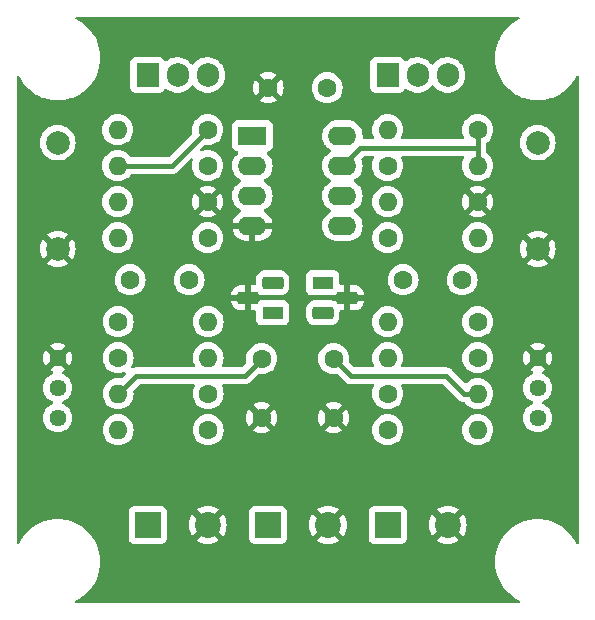
<source format=gbl>
G04 #@! TF.GenerationSoftware,KiCad,Pcbnew,6.0.7-f9a2dced07~116~ubuntu22.04.1*
G04 #@! TF.CreationDate,2022-09-20T02:39:39+03:00*
G04 #@! TF.ProjectId,double-electronic-load,646f7562-6c65-42d6-956c-656374726f6e,rev?*
G04 #@! TF.SameCoordinates,Original*
G04 #@! TF.FileFunction,Copper,L2,Bot*
G04 #@! TF.FilePolarity,Positive*
%FSLAX46Y46*%
G04 Gerber Fmt 4.6, Leading zero omitted, Abs format (unit mm)*
G04 Created by KiCad (PCBNEW 6.0.7-f9a2dced07~116~ubuntu22.04.1) date 2022-09-20 02:39:39*
%MOMM*%
%LPD*%
G01*
G04 APERTURE LIST*
G04 Aperture macros list*
%AMRoundRect*
0 Rectangle with rounded corners*
0 $1 Rounding radius*
0 $2 $3 $4 $5 $6 $7 $8 $9 X,Y pos of 4 corners*
0 Add a 4 corners polygon primitive as box body*
4,1,4,$2,$3,$4,$5,$6,$7,$8,$9,$2,$3,0*
0 Add four circle primitives for the rounded corners*
1,1,$1+$1,$2,$3*
1,1,$1+$1,$4,$5*
1,1,$1+$1,$6,$7*
1,1,$1+$1,$8,$9*
0 Add four rect primitives between the rounded corners*
20,1,$1+$1,$2,$3,$4,$5,0*
20,1,$1+$1,$4,$5,$6,$7,0*
20,1,$1+$1,$6,$7,$8,$9,0*
20,1,$1+$1,$8,$9,$2,$3,0*%
G04 Aperture macros list end*
G04 #@! TA.AperFunction,ComponentPad*
%ADD10R,1.905000X2.000000*%
G04 #@! TD*
G04 #@! TA.AperFunction,ComponentPad*
%ADD11O,1.905000X2.000000*%
G04 #@! TD*
G04 #@! TA.AperFunction,ComponentPad*
%ADD12C,1.600000*%
G04 #@! TD*
G04 #@! TA.AperFunction,ComponentPad*
%ADD13O,1.600000X1.600000*%
G04 #@! TD*
G04 #@! TA.AperFunction,ComponentPad*
%ADD14R,2.200000X2.200000*%
G04 #@! TD*
G04 #@! TA.AperFunction,ComponentPad*
%ADD15C,2.200000*%
G04 #@! TD*
G04 #@! TA.AperFunction,ComponentPad*
%ADD16C,1.440000*%
G04 #@! TD*
G04 #@! TA.AperFunction,ComponentPad*
%ADD17C,2.000000*%
G04 #@! TD*
G04 #@! TA.AperFunction,ComponentPad*
%ADD18R,1.800000X1.100000*%
G04 #@! TD*
G04 #@! TA.AperFunction,ComponentPad*
%ADD19RoundRect,0.275000X-0.625000X0.275000X-0.625000X-0.275000X0.625000X-0.275000X0.625000X0.275000X0*%
G04 #@! TD*
G04 #@! TA.AperFunction,ComponentPad*
%ADD20R,2.400000X1.600000*%
G04 #@! TD*
G04 #@! TA.AperFunction,ComponentPad*
%ADD21O,2.400000X1.600000*%
G04 #@! TD*
G04 #@! TA.AperFunction,ComponentPad*
%ADD22RoundRect,0.275000X0.625000X-0.275000X0.625000X0.275000X-0.625000X0.275000X-0.625000X-0.275000X0*%
G04 #@! TD*
G04 #@! TA.AperFunction,Conductor*
%ADD23C,0.400000*%
G04 #@! TD*
G04 APERTURE END LIST*
D10*
X106680000Y-50729000D03*
D11*
X109220000Y-50729000D03*
X111760000Y-50729000D03*
D12*
X114300000Y-61468000D03*
D13*
X106680000Y-61468000D03*
D12*
X91480000Y-77724000D03*
D13*
X83860000Y-77724000D03*
D12*
X83860000Y-74676000D03*
D13*
X91480000Y-74676000D03*
D14*
X96545400Y-88823800D03*
D15*
X101625400Y-88823800D03*
D12*
X114300000Y-55372000D03*
D13*
X106680000Y-55372000D03*
D12*
X91440000Y-55372000D03*
D13*
X83820000Y-55372000D03*
D12*
X91440000Y-61468000D03*
D13*
X83820000Y-61468000D03*
D16*
X78740000Y-79756000D03*
X78740000Y-77216000D03*
X78740000Y-74676000D03*
D12*
X107990000Y-68072000D03*
X112990000Y-68072000D03*
X106680000Y-58420000D03*
D13*
X114300000Y-58420000D03*
D12*
X91480000Y-80772000D03*
D13*
X83860000Y-80772000D03*
D12*
X83860000Y-71628000D03*
D13*
X91480000Y-71628000D03*
D12*
X114300000Y-71628000D03*
D13*
X106680000Y-71628000D03*
D17*
X119380000Y-65460000D03*
X119380000Y-56460000D03*
D12*
X114300000Y-74676000D03*
D13*
X106680000Y-74676000D03*
D14*
X106680000Y-88823800D03*
D15*
X111760000Y-88823800D03*
D17*
X78740000Y-65460000D03*
X78740000Y-56460000D03*
D12*
X106680000Y-77724000D03*
D13*
X114300000Y-77724000D03*
D12*
X106680000Y-64516000D03*
D13*
X114300000Y-64516000D03*
D18*
X101188000Y-68326000D03*
D19*
X103258000Y-69596000D03*
X101188000Y-70866000D03*
D12*
X91440000Y-58420000D03*
D13*
X83820000Y-58420000D03*
D12*
X96012000Y-79756000D03*
X96012000Y-74756000D03*
X101560000Y-51816000D03*
X96560000Y-51816000D03*
X91440000Y-64516000D03*
D13*
X83820000Y-64516000D03*
D10*
X86360000Y-50729000D03*
D11*
X88900000Y-50729000D03*
X91440000Y-50729000D03*
D12*
X102108000Y-79756000D03*
X102108000Y-74756000D03*
X106680000Y-80772000D03*
D13*
X114300000Y-80772000D03*
D14*
X86360000Y-88823800D03*
D15*
X91440000Y-88823800D03*
D20*
X95235000Y-55880000D03*
D21*
X95235000Y-58420000D03*
X95235000Y-60960000D03*
X95235000Y-63500000D03*
X102855000Y-63500000D03*
X102855000Y-60960000D03*
X102855000Y-58420000D03*
X102855000Y-55880000D03*
D16*
X119380000Y-79756000D03*
X119380000Y-77216000D03*
X119380000Y-74676000D03*
D12*
X89876000Y-68072000D03*
X84876000Y-68072000D03*
D18*
X96932000Y-70866000D03*
D22*
X94862000Y-69596000D03*
X96932000Y-68326000D03*
D23*
X85384000Y-76200000D02*
X94568000Y-76200000D01*
X83860000Y-77724000D02*
X85384000Y-76200000D01*
X94568000Y-76200000D02*
X96012000Y-74756000D01*
X83820000Y-58420000D02*
X88392000Y-58420000D01*
X88392000Y-58420000D02*
X91440000Y-55372000D01*
X113157000Y-77724000D02*
X111633000Y-76200000D01*
X111633000Y-76200000D02*
X103552000Y-76200000D01*
X114300000Y-77724000D02*
X113157000Y-77724000D01*
X103552000Y-76200000D02*
X102108000Y-74756000D01*
X102855000Y-58420000D02*
X104379000Y-56896000D01*
X114300000Y-55372000D02*
X114300000Y-56896000D01*
X104379000Y-56896000D02*
X114300000Y-56896000D01*
X114300000Y-56896000D02*
X114300000Y-58420000D01*
G04 #@! TA.AperFunction,Conductor*
G36*
X117823377Y-45815502D02*
G01*
X117869870Y-45869158D01*
X117879974Y-45939432D01*
X117850480Y-46004012D01*
X117812459Y-46033767D01*
X117580221Y-46152098D01*
X117580214Y-46152102D01*
X117577280Y-46153597D01*
X117260775Y-46359137D01*
X116967489Y-46596635D01*
X116700635Y-46863489D01*
X116463137Y-47156775D01*
X116461335Y-47159550D01*
X116259395Y-47470510D01*
X116259393Y-47470513D01*
X116257597Y-47473279D01*
X116256102Y-47476213D01*
X116256098Y-47476220D01*
X116166913Y-47651256D01*
X116086266Y-47809535D01*
X115951022Y-48161857D01*
X115853347Y-48526387D01*
X115794310Y-48899129D01*
X115774559Y-49276000D01*
X115794310Y-49652871D01*
X115853347Y-50025613D01*
X115951022Y-50390143D01*
X116086266Y-50742465D01*
X116087764Y-50745405D01*
X116246115Y-51056185D01*
X116257597Y-51078720D01*
X116463137Y-51395225D01*
X116700635Y-51688511D01*
X116967489Y-51955365D01*
X117260775Y-52192863D01*
X117577280Y-52398403D01*
X117580214Y-52399898D01*
X117580221Y-52399902D01*
X117850123Y-52537424D01*
X117913535Y-52569734D01*
X118127959Y-52652044D01*
X118137716Y-52655789D01*
X118265857Y-52704978D01*
X118630387Y-52802653D01*
X118828353Y-52834008D01*
X118999881Y-52861176D01*
X118999889Y-52861177D01*
X119003129Y-52861690D01*
X119285720Y-52876500D01*
X119474280Y-52876500D01*
X119756871Y-52861690D01*
X119760111Y-52861177D01*
X119760119Y-52861176D01*
X119931647Y-52834008D01*
X120129613Y-52802653D01*
X120494143Y-52704978D01*
X120622285Y-52655789D01*
X120632041Y-52652044D01*
X120846465Y-52569734D01*
X120909877Y-52537424D01*
X121179779Y-52399902D01*
X121179786Y-52399898D01*
X121182720Y-52398403D01*
X121499225Y-52192863D01*
X121792511Y-51955365D01*
X122059365Y-51688511D01*
X122296863Y-51395225D01*
X122500606Y-51081489D01*
X122500607Y-51081487D01*
X122502403Y-51078721D01*
X122503903Y-51075779D01*
X122593087Y-50900744D01*
X122622233Y-50843541D01*
X122670981Y-50791926D01*
X122739896Y-50774860D01*
X122807098Y-50797761D01*
X122851250Y-50853358D01*
X122860500Y-50900744D01*
X122860500Y-90323256D01*
X122840498Y-90391377D01*
X122786842Y-90437870D01*
X122716568Y-90447974D01*
X122651988Y-90418480D01*
X122622233Y-90380459D01*
X122503902Y-90148221D01*
X122503898Y-90148214D01*
X122502403Y-90145280D01*
X122491591Y-90128630D01*
X122298665Y-89831550D01*
X122296863Y-89828775D01*
X122059365Y-89535489D01*
X121792511Y-89268635D01*
X121499225Y-89031137D01*
X121194705Y-88833380D01*
X121185489Y-88827395D01*
X121185486Y-88827393D01*
X121182720Y-88825597D01*
X121179786Y-88824102D01*
X121179779Y-88824098D01*
X120849405Y-88655764D01*
X120846465Y-88654266D01*
X120494143Y-88519022D01*
X120129613Y-88421347D01*
X119931647Y-88389992D01*
X119760119Y-88362824D01*
X119760111Y-88362823D01*
X119756871Y-88362310D01*
X119474280Y-88347500D01*
X119285720Y-88347500D01*
X119003129Y-88362310D01*
X118999889Y-88362823D01*
X118999881Y-88362824D01*
X118828353Y-88389992D01*
X118630387Y-88421347D01*
X118265857Y-88519022D01*
X117913535Y-88654266D01*
X117910595Y-88655764D01*
X117580221Y-88824098D01*
X117580214Y-88824102D01*
X117577280Y-88825597D01*
X117574514Y-88827393D01*
X117574511Y-88827395D01*
X117565295Y-88833380D01*
X117260775Y-89031137D01*
X116967489Y-89268635D01*
X116700635Y-89535489D01*
X116463137Y-89828775D01*
X116461335Y-89831550D01*
X116259395Y-90142510D01*
X116259393Y-90142513D01*
X116257597Y-90145279D01*
X116256102Y-90148213D01*
X116256098Y-90148220D01*
X116111468Y-90432074D01*
X116086266Y-90481535D01*
X115951022Y-90833857D01*
X115853347Y-91198387D01*
X115794310Y-91571129D01*
X115774559Y-91948000D01*
X115794310Y-92324871D01*
X115853347Y-92697613D01*
X115951022Y-93062143D01*
X116086266Y-93414465D01*
X116257597Y-93750720D01*
X116463137Y-94067225D01*
X116700635Y-94360511D01*
X116967489Y-94627365D01*
X117260775Y-94864863D01*
X117577280Y-95070403D01*
X117580214Y-95071898D01*
X117580221Y-95071902D01*
X117812459Y-95190233D01*
X117864074Y-95238981D01*
X117881140Y-95307896D01*
X117858239Y-95375098D01*
X117802642Y-95419250D01*
X117755256Y-95428500D01*
X80364744Y-95428500D01*
X80296623Y-95408498D01*
X80250130Y-95354842D01*
X80240026Y-95284568D01*
X80269520Y-95219988D01*
X80307541Y-95190233D01*
X80539779Y-95071902D01*
X80539786Y-95071898D01*
X80542720Y-95070403D01*
X80859225Y-94864863D01*
X81152511Y-94627365D01*
X81419365Y-94360511D01*
X81656863Y-94067225D01*
X81860606Y-93753489D01*
X81860607Y-93753487D01*
X81862403Y-93750721D01*
X81863903Y-93747779D01*
X82032236Y-93417405D01*
X82033734Y-93414465D01*
X82168978Y-93062143D01*
X82266653Y-92697613D01*
X82325690Y-92324871D01*
X82345441Y-91948000D01*
X82325690Y-91571129D01*
X82266653Y-91198387D01*
X82168978Y-90833857D01*
X82033734Y-90481535D01*
X82010728Y-90436384D01*
X81863902Y-90148221D01*
X81863898Y-90148214D01*
X81862403Y-90145280D01*
X81851591Y-90128630D01*
X81749831Y-89971934D01*
X84751500Y-89971934D01*
X84758255Y-90034116D01*
X84809385Y-90170505D01*
X84896739Y-90287061D01*
X85013295Y-90374415D01*
X85149684Y-90425545D01*
X85211866Y-90432300D01*
X87508134Y-90432300D01*
X87570316Y-90425545D01*
X87706705Y-90374415D01*
X87823261Y-90287061D01*
X87910615Y-90170505D01*
X87926103Y-90129190D01*
X90499440Y-90129190D01*
X90505167Y-90136840D01*
X90703506Y-90258383D01*
X90712300Y-90262864D01*
X90936991Y-90355934D01*
X90946376Y-90358983D01*
X91182863Y-90415759D01*
X91192610Y-90417302D01*
X91435070Y-90436384D01*
X91444930Y-90436384D01*
X91687390Y-90417302D01*
X91697137Y-90415759D01*
X91933624Y-90358983D01*
X91943009Y-90355934D01*
X92167700Y-90262864D01*
X92176494Y-90258383D01*
X92371167Y-90139087D01*
X92380627Y-90128630D01*
X92376844Y-90119854D01*
X92228924Y-89971934D01*
X94936900Y-89971934D01*
X94943655Y-90034116D01*
X94994785Y-90170505D01*
X95082139Y-90287061D01*
X95198695Y-90374415D01*
X95335084Y-90425545D01*
X95397266Y-90432300D01*
X97693534Y-90432300D01*
X97755716Y-90425545D01*
X97892105Y-90374415D01*
X98008661Y-90287061D01*
X98096015Y-90170505D01*
X98111503Y-90129190D01*
X100684840Y-90129190D01*
X100690567Y-90136840D01*
X100888906Y-90258383D01*
X100897700Y-90262864D01*
X101122391Y-90355934D01*
X101131776Y-90358983D01*
X101368263Y-90415759D01*
X101378010Y-90417302D01*
X101620470Y-90436384D01*
X101630330Y-90436384D01*
X101872790Y-90417302D01*
X101882537Y-90415759D01*
X102119024Y-90358983D01*
X102128409Y-90355934D01*
X102353100Y-90262864D01*
X102361894Y-90258383D01*
X102556567Y-90139087D01*
X102566027Y-90128630D01*
X102562244Y-90119854D01*
X102414324Y-89971934D01*
X105071500Y-89971934D01*
X105078255Y-90034116D01*
X105129385Y-90170505D01*
X105216739Y-90287061D01*
X105333295Y-90374415D01*
X105469684Y-90425545D01*
X105531866Y-90432300D01*
X107828134Y-90432300D01*
X107890316Y-90425545D01*
X108026705Y-90374415D01*
X108143261Y-90287061D01*
X108230615Y-90170505D01*
X108246103Y-90129190D01*
X110819440Y-90129190D01*
X110825167Y-90136840D01*
X111023506Y-90258383D01*
X111032300Y-90262864D01*
X111256991Y-90355934D01*
X111266376Y-90358983D01*
X111502863Y-90415759D01*
X111512610Y-90417302D01*
X111755070Y-90436384D01*
X111764930Y-90436384D01*
X112007390Y-90417302D01*
X112017137Y-90415759D01*
X112253624Y-90358983D01*
X112263009Y-90355934D01*
X112487700Y-90262864D01*
X112496494Y-90258383D01*
X112691167Y-90139087D01*
X112700627Y-90128630D01*
X112696844Y-90119854D01*
X111772812Y-89195822D01*
X111758868Y-89188208D01*
X111757035Y-89188339D01*
X111750420Y-89192590D01*
X110826200Y-90116810D01*
X110819440Y-90129190D01*
X108246103Y-90129190D01*
X108281745Y-90034116D01*
X108288500Y-89971934D01*
X108288500Y-88828730D01*
X110147416Y-88828730D01*
X110166498Y-89071190D01*
X110168041Y-89080937D01*
X110224817Y-89317424D01*
X110227866Y-89326809D01*
X110320936Y-89551500D01*
X110325417Y-89560294D01*
X110444713Y-89754967D01*
X110455170Y-89764427D01*
X110463946Y-89760644D01*
X111387978Y-88836612D01*
X111394356Y-88824932D01*
X112124408Y-88824932D01*
X112124539Y-88826765D01*
X112128790Y-88833380D01*
X113053010Y-89757600D01*
X113065390Y-89764360D01*
X113073040Y-89758633D01*
X113194583Y-89560294D01*
X113199064Y-89551500D01*
X113292134Y-89326809D01*
X113295183Y-89317424D01*
X113351959Y-89080937D01*
X113353502Y-89071190D01*
X113372584Y-88828730D01*
X113372584Y-88818870D01*
X113353502Y-88576410D01*
X113351959Y-88566663D01*
X113295183Y-88330176D01*
X113292134Y-88320791D01*
X113199064Y-88096100D01*
X113194583Y-88087306D01*
X113075287Y-87892633D01*
X113064830Y-87883173D01*
X113056054Y-87886956D01*
X112132022Y-88810988D01*
X112124408Y-88824932D01*
X111394356Y-88824932D01*
X111395592Y-88822668D01*
X111395461Y-88820835D01*
X111391210Y-88814220D01*
X110466990Y-87890000D01*
X110454610Y-87883240D01*
X110446960Y-87888967D01*
X110325417Y-88087306D01*
X110320936Y-88096100D01*
X110227866Y-88320791D01*
X110224817Y-88330176D01*
X110168041Y-88566663D01*
X110166498Y-88576410D01*
X110147416Y-88818870D01*
X110147416Y-88828730D01*
X108288500Y-88828730D01*
X108288500Y-87675666D01*
X108281745Y-87613484D01*
X108246313Y-87518970D01*
X110819373Y-87518970D01*
X110823156Y-87527746D01*
X111747188Y-88451778D01*
X111761132Y-88459392D01*
X111762965Y-88459261D01*
X111769580Y-88455010D01*
X112693800Y-87530790D01*
X112700560Y-87518410D01*
X112694833Y-87510760D01*
X112496494Y-87389217D01*
X112487700Y-87384736D01*
X112263009Y-87291666D01*
X112253624Y-87288617D01*
X112017137Y-87231841D01*
X112007390Y-87230298D01*
X111764930Y-87211216D01*
X111755070Y-87211216D01*
X111512610Y-87230298D01*
X111502863Y-87231841D01*
X111266376Y-87288617D01*
X111256991Y-87291666D01*
X111032300Y-87384736D01*
X111023506Y-87389217D01*
X110828833Y-87508513D01*
X110819373Y-87518970D01*
X108246313Y-87518970D01*
X108230615Y-87477095D01*
X108143261Y-87360539D01*
X108026705Y-87273185D01*
X107890316Y-87222055D01*
X107828134Y-87215300D01*
X105531866Y-87215300D01*
X105469684Y-87222055D01*
X105333295Y-87273185D01*
X105216739Y-87360539D01*
X105129385Y-87477095D01*
X105078255Y-87613484D01*
X105071500Y-87675666D01*
X105071500Y-89971934D01*
X102414324Y-89971934D01*
X101638212Y-89195822D01*
X101624268Y-89188208D01*
X101622435Y-89188339D01*
X101615820Y-89192590D01*
X100691600Y-90116810D01*
X100684840Y-90129190D01*
X98111503Y-90129190D01*
X98147145Y-90034116D01*
X98153900Y-89971934D01*
X98153900Y-88828730D01*
X100012816Y-88828730D01*
X100031898Y-89071190D01*
X100033441Y-89080937D01*
X100090217Y-89317424D01*
X100093266Y-89326809D01*
X100186336Y-89551500D01*
X100190817Y-89560294D01*
X100310113Y-89754967D01*
X100320570Y-89764427D01*
X100329346Y-89760644D01*
X101253378Y-88836612D01*
X101259756Y-88824932D01*
X101989808Y-88824932D01*
X101989939Y-88826765D01*
X101994190Y-88833380D01*
X102918410Y-89757600D01*
X102930790Y-89764360D01*
X102938440Y-89758633D01*
X103059983Y-89560294D01*
X103064464Y-89551500D01*
X103157534Y-89326809D01*
X103160583Y-89317424D01*
X103217359Y-89080937D01*
X103218902Y-89071190D01*
X103237984Y-88828730D01*
X103237984Y-88818870D01*
X103218902Y-88576410D01*
X103217359Y-88566663D01*
X103160583Y-88330176D01*
X103157534Y-88320791D01*
X103064464Y-88096100D01*
X103059983Y-88087306D01*
X102940687Y-87892633D01*
X102930230Y-87883173D01*
X102921454Y-87886956D01*
X101997422Y-88810988D01*
X101989808Y-88824932D01*
X101259756Y-88824932D01*
X101260992Y-88822668D01*
X101260861Y-88820835D01*
X101256610Y-88814220D01*
X100332390Y-87890000D01*
X100320010Y-87883240D01*
X100312360Y-87888967D01*
X100190817Y-88087306D01*
X100186336Y-88096100D01*
X100093266Y-88320791D01*
X100090217Y-88330176D01*
X100033441Y-88566663D01*
X100031898Y-88576410D01*
X100012816Y-88818870D01*
X100012816Y-88828730D01*
X98153900Y-88828730D01*
X98153900Y-87675666D01*
X98147145Y-87613484D01*
X98111713Y-87518970D01*
X100684773Y-87518970D01*
X100688556Y-87527746D01*
X101612588Y-88451778D01*
X101626532Y-88459392D01*
X101628365Y-88459261D01*
X101634980Y-88455010D01*
X102559200Y-87530790D01*
X102565960Y-87518410D01*
X102560233Y-87510760D01*
X102361894Y-87389217D01*
X102353100Y-87384736D01*
X102128409Y-87291666D01*
X102119024Y-87288617D01*
X101882537Y-87231841D01*
X101872790Y-87230298D01*
X101630330Y-87211216D01*
X101620470Y-87211216D01*
X101378010Y-87230298D01*
X101368263Y-87231841D01*
X101131776Y-87288617D01*
X101122391Y-87291666D01*
X100897700Y-87384736D01*
X100888906Y-87389217D01*
X100694233Y-87508513D01*
X100684773Y-87518970D01*
X98111713Y-87518970D01*
X98096015Y-87477095D01*
X98008661Y-87360539D01*
X97892105Y-87273185D01*
X97755716Y-87222055D01*
X97693534Y-87215300D01*
X95397266Y-87215300D01*
X95335084Y-87222055D01*
X95198695Y-87273185D01*
X95082139Y-87360539D01*
X94994785Y-87477095D01*
X94943655Y-87613484D01*
X94936900Y-87675666D01*
X94936900Y-89971934D01*
X92228924Y-89971934D01*
X91452812Y-89195822D01*
X91438868Y-89188208D01*
X91437035Y-89188339D01*
X91430420Y-89192590D01*
X90506200Y-90116810D01*
X90499440Y-90129190D01*
X87926103Y-90129190D01*
X87961745Y-90034116D01*
X87968500Y-89971934D01*
X87968500Y-88828730D01*
X89827416Y-88828730D01*
X89846498Y-89071190D01*
X89848041Y-89080937D01*
X89904817Y-89317424D01*
X89907866Y-89326809D01*
X90000936Y-89551500D01*
X90005417Y-89560294D01*
X90124713Y-89754967D01*
X90135170Y-89764427D01*
X90143946Y-89760644D01*
X91067978Y-88836612D01*
X91074356Y-88824932D01*
X91804408Y-88824932D01*
X91804539Y-88826765D01*
X91808790Y-88833380D01*
X92733010Y-89757600D01*
X92745390Y-89764360D01*
X92753040Y-89758633D01*
X92874583Y-89560294D01*
X92879064Y-89551500D01*
X92972134Y-89326809D01*
X92975183Y-89317424D01*
X93031959Y-89080937D01*
X93033502Y-89071190D01*
X93052584Y-88828730D01*
X93052584Y-88818870D01*
X93033502Y-88576410D01*
X93031959Y-88566663D01*
X92975183Y-88330176D01*
X92972134Y-88320791D01*
X92879064Y-88096100D01*
X92874583Y-88087306D01*
X92755287Y-87892633D01*
X92744830Y-87883173D01*
X92736054Y-87886956D01*
X91812022Y-88810988D01*
X91804408Y-88824932D01*
X91074356Y-88824932D01*
X91075592Y-88822668D01*
X91075461Y-88820835D01*
X91071210Y-88814220D01*
X90146990Y-87890000D01*
X90134610Y-87883240D01*
X90126960Y-87888967D01*
X90005417Y-88087306D01*
X90000936Y-88096100D01*
X89907866Y-88320791D01*
X89904817Y-88330176D01*
X89848041Y-88566663D01*
X89846498Y-88576410D01*
X89827416Y-88818870D01*
X89827416Y-88828730D01*
X87968500Y-88828730D01*
X87968500Y-87675666D01*
X87961745Y-87613484D01*
X87926313Y-87518970D01*
X90499373Y-87518970D01*
X90503156Y-87527746D01*
X91427188Y-88451778D01*
X91441132Y-88459392D01*
X91442965Y-88459261D01*
X91449580Y-88455010D01*
X92373800Y-87530790D01*
X92380560Y-87518410D01*
X92374833Y-87510760D01*
X92176494Y-87389217D01*
X92167700Y-87384736D01*
X91943009Y-87291666D01*
X91933624Y-87288617D01*
X91697137Y-87231841D01*
X91687390Y-87230298D01*
X91444930Y-87211216D01*
X91435070Y-87211216D01*
X91192610Y-87230298D01*
X91182863Y-87231841D01*
X90946376Y-87288617D01*
X90936991Y-87291666D01*
X90712300Y-87384736D01*
X90703506Y-87389217D01*
X90508833Y-87508513D01*
X90499373Y-87518970D01*
X87926313Y-87518970D01*
X87910615Y-87477095D01*
X87823261Y-87360539D01*
X87706705Y-87273185D01*
X87570316Y-87222055D01*
X87508134Y-87215300D01*
X85211866Y-87215300D01*
X85149684Y-87222055D01*
X85013295Y-87273185D01*
X84896739Y-87360539D01*
X84809385Y-87477095D01*
X84758255Y-87613484D01*
X84751500Y-87675666D01*
X84751500Y-89971934D01*
X81749831Y-89971934D01*
X81658665Y-89831550D01*
X81656863Y-89828775D01*
X81419365Y-89535489D01*
X81152511Y-89268635D01*
X80859225Y-89031137D01*
X80554705Y-88833380D01*
X80545489Y-88827395D01*
X80545486Y-88827393D01*
X80542720Y-88825597D01*
X80539786Y-88824102D01*
X80539779Y-88824098D01*
X80209405Y-88655764D01*
X80206465Y-88654266D01*
X79854143Y-88519022D01*
X79489613Y-88421347D01*
X79291647Y-88389992D01*
X79120119Y-88362824D01*
X79120111Y-88362823D01*
X79116871Y-88362310D01*
X78834280Y-88347500D01*
X78645720Y-88347500D01*
X78363129Y-88362310D01*
X78359889Y-88362823D01*
X78359881Y-88362824D01*
X78188353Y-88389992D01*
X77990387Y-88421347D01*
X77625857Y-88519022D01*
X77273535Y-88654266D01*
X77270595Y-88655764D01*
X76940221Y-88824098D01*
X76940214Y-88824102D01*
X76937280Y-88825597D01*
X76934514Y-88827393D01*
X76934511Y-88827395D01*
X76925295Y-88833380D01*
X76620775Y-89031137D01*
X76327489Y-89268635D01*
X76060635Y-89535489D01*
X75823137Y-89828775D01*
X75821335Y-89831550D01*
X75619395Y-90142510D01*
X75619393Y-90142513D01*
X75617597Y-90145279D01*
X75616102Y-90148213D01*
X75616098Y-90148220D01*
X75557684Y-90262864D01*
X75499241Y-90377567D01*
X75497767Y-90380459D01*
X75449019Y-90432074D01*
X75380104Y-90449140D01*
X75312902Y-90426239D01*
X75268750Y-90370642D01*
X75259500Y-90323256D01*
X75259500Y-79756000D01*
X77506807Y-79756000D01*
X77525542Y-79970142D01*
X77526966Y-79975455D01*
X77526966Y-79975457D01*
X77530679Y-79989312D01*
X77581178Y-80177777D01*
X77583500Y-80182757D01*
X77583501Y-80182759D01*
X77651260Y-80328067D01*
X77672024Y-80372596D01*
X77795319Y-80548681D01*
X77947319Y-80700681D01*
X78123403Y-80823976D01*
X78128381Y-80826297D01*
X78128384Y-80826299D01*
X78264844Y-80889931D01*
X78318223Y-80914822D01*
X78323531Y-80916244D01*
X78323533Y-80916245D01*
X78520543Y-80969034D01*
X78520545Y-80969034D01*
X78525858Y-80970458D01*
X78740000Y-80989193D01*
X78954142Y-80970458D01*
X78959455Y-80969034D01*
X78959457Y-80969034D01*
X79156467Y-80916245D01*
X79156469Y-80916244D01*
X79161777Y-80914822D01*
X79215156Y-80889931D01*
X79351616Y-80826299D01*
X79351619Y-80826297D01*
X79356597Y-80823976D01*
X79430827Y-80772000D01*
X82546502Y-80772000D01*
X82566457Y-81000087D01*
X82625716Y-81221243D01*
X82628039Y-81226224D01*
X82628039Y-81226225D01*
X82720151Y-81423762D01*
X82720154Y-81423767D01*
X82722477Y-81428749D01*
X82853802Y-81616300D01*
X83015700Y-81778198D01*
X83020208Y-81781355D01*
X83020211Y-81781357D01*
X83098389Y-81836098D01*
X83203251Y-81909523D01*
X83208233Y-81911846D01*
X83208238Y-81911849D01*
X83405775Y-82003961D01*
X83410757Y-82006284D01*
X83416065Y-82007706D01*
X83416067Y-82007707D01*
X83626598Y-82064119D01*
X83626600Y-82064119D01*
X83631913Y-82065543D01*
X83860000Y-82085498D01*
X84088087Y-82065543D01*
X84093400Y-82064119D01*
X84093402Y-82064119D01*
X84303933Y-82007707D01*
X84303935Y-82007706D01*
X84309243Y-82006284D01*
X84314225Y-82003961D01*
X84511762Y-81911849D01*
X84511767Y-81911846D01*
X84516749Y-81909523D01*
X84621611Y-81836098D01*
X84699789Y-81781357D01*
X84699792Y-81781355D01*
X84704300Y-81778198D01*
X84866198Y-81616300D01*
X84997523Y-81428749D01*
X84999846Y-81423767D01*
X84999849Y-81423762D01*
X85091961Y-81226225D01*
X85091961Y-81226224D01*
X85094284Y-81221243D01*
X85153543Y-81000087D01*
X85173498Y-80772000D01*
X90166502Y-80772000D01*
X90186457Y-81000087D01*
X90245716Y-81221243D01*
X90248039Y-81226224D01*
X90248039Y-81226225D01*
X90340151Y-81423762D01*
X90340154Y-81423767D01*
X90342477Y-81428749D01*
X90473802Y-81616300D01*
X90635700Y-81778198D01*
X90640208Y-81781355D01*
X90640211Y-81781357D01*
X90718389Y-81836098D01*
X90823251Y-81909523D01*
X90828233Y-81911846D01*
X90828238Y-81911849D01*
X91025775Y-82003961D01*
X91030757Y-82006284D01*
X91036065Y-82007706D01*
X91036067Y-82007707D01*
X91246598Y-82064119D01*
X91246600Y-82064119D01*
X91251913Y-82065543D01*
X91480000Y-82085498D01*
X91708087Y-82065543D01*
X91713400Y-82064119D01*
X91713402Y-82064119D01*
X91923933Y-82007707D01*
X91923935Y-82007706D01*
X91929243Y-82006284D01*
X91934225Y-82003961D01*
X92131762Y-81911849D01*
X92131767Y-81911846D01*
X92136749Y-81909523D01*
X92241611Y-81836098D01*
X92319789Y-81781357D01*
X92319792Y-81781355D01*
X92324300Y-81778198D01*
X92486198Y-81616300D01*
X92617523Y-81428749D01*
X92619846Y-81423767D01*
X92619849Y-81423762D01*
X92711961Y-81226225D01*
X92711961Y-81226224D01*
X92714284Y-81221243D01*
X92773543Y-81000087D01*
X92787368Y-80842062D01*
X95290493Y-80842062D01*
X95299789Y-80854077D01*
X95350994Y-80889931D01*
X95360489Y-80895414D01*
X95557947Y-80987490D01*
X95568239Y-80991236D01*
X95778688Y-81047625D01*
X95789481Y-81049528D01*
X96006525Y-81068517D01*
X96017475Y-81068517D01*
X96234519Y-81049528D01*
X96245312Y-81047625D01*
X96455761Y-80991236D01*
X96466053Y-80987490D01*
X96663511Y-80895414D01*
X96673006Y-80889931D01*
X96725048Y-80853491D01*
X96733424Y-80843012D01*
X96732925Y-80842062D01*
X101386493Y-80842062D01*
X101395789Y-80854077D01*
X101446994Y-80889931D01*
X101456489Y-80895414D01*
X101653947Y-80987490D01*
X101664239Y-80991236D01*
X101874688Y-81047625D01*
X101885481Y-81049528D01*
X102102525Y-81068517D01*
X102113475Y-81068517D01*
X102330519Y-81049528D01*
X102341312Y-81047625D01*
X102551761Y-80991236D01*
X102562053Y-80987490D01*
X102759511Y-80895414D01*
X102769006Y-80889931D01*
X102821048Y-80853491D01*
X102829424Y-80843012D01*
X102822356Y-80829566D01*
X102764790Y-80772000D01*
X105366502Y-80772000D01*
X105386457Y-81000087D01*
X105445716Y-81221243D01*
X105448039Y-81226224D01*
X105448039Y-81226225D01*
X105540151Y-81423762D01*
X105540154Y-81423767D01*
X105542477Y-81428749D01*
X105673802Y-81616300D01*
X105835700Y-81778198D01*
X105840208Y-81781355D01*
X105840211Y-81781357D01*
X105918389Y-81836098D01*
X106023251Y-81909523D01*
X106028233Y-81911846D01*
X106028238Y-81911849D01*
X106225775Y-82003961D01*
X106230757Y-82006284D01*
X106236065Y-82007706D01*
X106236067Y-82007707D01*
X106446598Y-82064119D01*
X106446600Y-82064119D01*
X106451913Y-82065543D01*
X106680000Y-82085498D01*
X106908087Y-82065543D01*
X106913400Y-82064119D01*
X106913402Y-82064119D01*
X107123933Y-82007707D01*
X107123935Y-82007706D01*
X107129243Y-82006284D01*
X107134225Y-82003961D01*
X107331762Y-81911849D01*
X107331767Y-81911846D01*
X107336749Y-81909523D01*
X107441611Y-81836098D01*
X107519789Y-81781357D01*
X107519792Y-81781355D01*
X107524300Y-81778198D01*
X107686198Y-81616300D01*
X107817523Y-81428749D01*
X107819846Y-81423767D01*
X107819849Y-81423762D01*
X107911961Y-81226225D01*
X107911961Y-81226224D01*
X107914284Y-81221243D01*
X107973543Y-81000087D01*
X107993498Y-80772000D01*
X112986502Y-80772000D01*
X113006457Y-81000087D01*
X113065716Y-81221243D01*
X113068039Y-81226224D01*
X113068039Y-81226225D01*
X113160151Y-81423762D01*
X113160154Y-81423767D01*
X113162477Y-81428749D01*
X113293802Y-81616300D01*
X113455700Y-81778198D01*
X113460208Y-81781355D01*
X113460211Y-81781357D01*
X113538389Y-81836098D01*
X113643251Y-81909523D01*
X113648233Y-81911846D01*
X113648238Y-81911849D01*
X113845775Y-82003961D01*
X113850757Y-82006284D01*
X113856065Y-82007706D01*
X113856067Y-82007707D01*
X114066598Y-82064119D01*
X114066600Y-82064119D01*
X114071913Y-82065543D01*
X114300000Y-82085498D01*
X114528087Y-82065543D01*
X114533400Y-82064119D01*
X114533402Y-82064119D01*
X114743933Y-82007707D01*
X114743935Y-82007706D01*
X114749243Y-82006284D01*
X114754225Y-82003961D01*
X114951762Y-81911849D01*
X114951767Y-81911846D01*
X114956749Y-81909523D01*
X115061611Y-81836098D01*
X115139789Y-81781357D01*
X115139792Y-81781355D01*
X115144300Y-81778198D01*
X115306198Y-81616300D01*
X115437523Y-81428749D01*
X115439846Y-81423767D01*
X115439849Y-81423762D01*
X115531961Y-81226225D01*
X115531961Y-81226224D01*
X115534284Y-81221243D01*
X115593543Y-81000087D01*
X115613498Y-80772000D01*
X115593543Y-80543913D01*
X115592119Y-80538598D01*
X115535707Y-80328067D01*
X115535706Y-80328065D01*
X115534284Y-80322757D01*
X115481730Y-80210053D01*
X115439849Y-80120238D01*
X115439846Y-80120233D01*
X115437523Y-80115251D01*
X115306198Y-79927700D01*
X115144300Y-79765802D01*
X115139792Y-79762645D01*
X115139789Y-79762643D01*
X115130302Y-79756000D01*
X118146807Y-79756000D01*
X118165542Y-79970142D01*
X118166966Y-79975455D01*
X118166966Y-79975457D01*
X118170679Y-79989312D01*
X118221178Y-80177777D01*
X118223500Y-80182757D01*
X118223501Y-80182759D01*
X118291260Y-80328067D01*
X118312024Y-80372596D01*
X118435319Y-80548681D01*
X118587319Y-80700681D01*
X118763403Y-80823976D01*
X118768381Y-80826297D01*
X118768384Y-80826299D01*
X118904844Y-80889931D01*
X118958223Y-80914822D01*
X118963531Y-80916244D01*
X118963533Y-80916245D01*
X119160543Y-80969034D01*
X119160545Y-80969034D01*
X119165858Y-80970458D01*
X119380000Y-80989193D01*
X119594142Y-80970458D01*
X119599455Y-80969034D01*
X119599457Y-80969034D01*
X119796467Y-80916245D01*
X119796469Y-80916244D01*
X119801777Y-80914822D01*
X119855156Y-80889931D01*
X119991616Y-80826299D01*
X119991619Y-80826297D01*
X119996597Y-80823976D01*
X120172681Y-80700681D01*
X120324681Y-80548681D01*
X120447976Y-80372596D01*
X120468741Y-80328067D01*
X120536499Y-80182759D01*
X120536500Y-80182757D01*
X120538822Y-80177777D01*
X120589322Y-79989312D01*
X120593034Y-79975457D01*
X120593034Y-79975455D01*
X120594458Y-79970142D01*
X120613193Y-79756000D01*
X120594458Y-79541858D01*
X120592967Y-79536293D01*
X120540245Y-79339533D01*
X120540244Y-79339531D01*
X120538822Y-79334223D01*
X120528571Y-79312239D01*
X120450299Y-79144385D01*
X120450297Y-79144382D01*
X120447976Y-79139404D01*
X120324681Y-78963319D01*
X120172681Y-78811319D01*
X119996597Y-78688024D01*
X119991619Y-78685703D01*
X119991616Y-78685701D01*
X119808247Y-78600195D01*
X119754962Y-78553278D01*
X119735501Y-78485000D01*
X119756043Y-78417041D01*
X119808247Y-78371805D01*
X119991616Y-78286299D01*
X119991619Y-78286297D01*
X119996597Y-78283976D01*
X120172681Y-78160681D01*
X120324681Y-78008681D01*
X120447976Y-77832596D01*
X120496063Y-77729475D01*
X120536499Y-77642759D01*
X120536500Y-77642757D01*
X120538822Y-77637777D01*
X120594458Y-77430142D01*
X120613193Y-77216000D01*
X120594458Y-77001858D01*
X120593034Y-76996543D01*
X120540245Y-76799533D01*
X120540244Y-76799531D01*
X120538822Y-76794223D01*
X120536499Y-76789241D01*
X120450299Y-76604385D01*
X120450297Y-76604382D01*
X120447976Y-76599404D01*
X120324681Y-76423319D01*
X120172681Y-76271319D01*
X119996597Y-76148024D01*
X119991619Y-76145703D01*
X119991616Y-76145701D01*
X119807656Y-76059919D01*
X119754371Y-76013002D01*
X119734910Y-75944724D01*
X119755452Y-75876764D01*
X119807656Y-75831529D01*
X119991359Y-75745868D01*
X120000854Y-75740385D01*
X120035607Y-75716051D01*
X120043983Y-75705572D01*
X120036916Y-75692127D01*
X119392811Y-75048021D01*
X119378868Y-75040408D01*
X119377034Y-75040539D01*
X119370420Y-75044790D01*
X118722360Y-75692851D01*
X118715933Y-75704621D01*
X118725227Y-75716635D01*
X118759146Y-75740385D01*
X118768641Y-75745868D01*
X118952344Y-75831529D01*
X119005629Y-75878446D01*
X119025090Y-75946723D01*
X119004548Y-76014683D01*
X118952344Y-76059919D01*
X118768385Y-76145701D01*
X118768382Y-76145703D01*
X118763404Y-76148024D01*
X118587319Y-76271319D01*
X118435319Y-76423319D01*
X118312024Y-76599404D01*
X118309703Y-76604382D01*
X118309701Y-76604385D01*
X118223501Y-76789241D01*
X118221178Y-76794223D01*
X118219756Y-76799531D01*
X118219755Y-76799533D01*
X118166966Y-76996543D01*
X118165542Y-77001858D01*
X118146807Y-77216000D01*
X118165542Y-77430142D01*
X118221178Y-77637777D01*
X118223500Y-77642757D01*
X118223501Y-77642759D01*
X118263938Y-77729475D01*
X118312024Y-77832596D01*
X118435319Y-78008681D01*
X118587319Y-78160681D01*
X118763403Y-78283976D01*
X118768381Y-78286297D01*
X118768384Y-78286299D01*
X118951753Y-78371805D01*
X119005038Y-78418722D01*
X119024499Y-78487000D01*
X119003957Y-78554959D01*
X118951753Y-78600195D01*
X118768385Y-78685701D01*
X118768382Y-78685703D01*
X118763404Y-78688024D01*
X118587319Y-78811319D01*
X118435319Y-78963319D01*
X118312024Y-79139404D01*
X118309703Y-79144382D01*
X118309701Y-79144385D01*
X118231429Y-79312239D01*
X118221178Y-79334223D01*
X118219756Y-79339531D01*
X118219755Y-79339533D01*
X118167033Y-79536293D01*
X118165542Y-79541858D01*
X118146807Y-79756000D01*
X115130302Y-79756000D01*
X115061611Y-79707902D01*
X114956749Y-79634477D01*
X114951767Y-79632154D01*
X114951762Y-79632151D01*
X114754225Y-79540039D01*
X114754224Y-79540039D01*
X114749243Y-79537716D01*
X114743935Y-79536294D01*
X114743933Y-79536293D01*
X114533402Y-79479881D01*
X114533400Y-79479881D01*
X114528087Y-79478457D01*
X114300000Y-79458502D01*
X114071913Y-79478457D01*
X114066600Y-79479881D01*
X114066598Y-79479881D01*
X113856067Y-79536293D01*
X113856065Y-79536294D01*
X113850757Y-79537716D01*
X113845776Y-79540039D01*
X113845775Y-79540039D01*
X113648238Y-79632151D01*
X113648233Y-79632154D01*
X113643251Y-79634477D01*
X113538389Y-79707902D01*
X113460211Y-79762643D01*
X113460208Y-79762645D01*
X113455700Y-79765802D01*
X113293802Y-79927700D01*
X113162477Y-80115251D01*
X113160154Y-80120233D01*
X113160151Y-80120238D01*
X113118270Y-80210053D01*
X113065716Y-80322757D01*
X113064294Y-80328065D01*
X113064293Y-80328067D01*
X113007881Y-80538598D01*
X113006457Y-80543913D01*
X112986502Y-80772000D01*
X107993498Y-80772000D01*
X107973543Y-80543913D01*
X107972119Y-80538598D01*
X107915707Y-80328067D01*
X107915706Y-80328065D01*
X107914284Y-80322757D01*
X107861730Y-80210053D01*
X107819849Y-80120238D01*
X107819846Y-80120233D01*
X107817523Y-80115251D01*
X107686198Y-79927700D01*
X107524300Y-79765802D01*
X107519792Y-79762645D01*
X107519789Y-79762643D01*
X107441611Y-79707902D01*
X107336749Y-79634477D01*
X107331767Y-79632154D01*
X107331762Y-79632151D01*
X107134225Y-79540039D01*
X107134224Y-79540039D01*
X107129243Y-79537716D01*
X107123935Y-79536294D01*
X107123933Y-79536293D01*
X106913402Y-79479881D01*
X106913400Y-79479881D01*
X106908087Y-79478457D01*
X106680000Y-79458502D01*
X106451913Y-79478457D01*
X106446600Y-79479881D01*
X106446598Y-79479881D01*
X106236067Y-79536293D01*
X106236065Y-79536294D01*
X106230757Y-79537716D01*
X106225776Y-79540039D01*
X106225775Y-79540039D01*
X106028238Y-79632151D01*
X106028233Y-79632154D01*
X106023251Y-79634477D01*
X105918389Y-79707902D01*
X105840211Y-79762643D01*
X105840208Y-79762645D01*
X105835700Y-79765802D01*
X105673802Y-79927700D01*
X105542477Y-80115251D01*
X105540154Y-80120233D01*
X105540151Y-80120238D01*
X105498270Y-80210053D01*
X105445716Y-80322757D01*
X105444294Y-80328065D01*
X105444293Y-80328067D01*
X105387881Y-80538598D01*
X105386457Y-80543913D01*
X105366502Y-80772000D01*
X102764790Y-80772000D01*
X102120812Y-80128022D01*
X102106868Y-80120408D01*
X102105035Y-80120539D01*
X102098420Y-80124790D01*
X101392923Y-80830287D01*
X101386493Y-80842062D01*
X96732925Y-80842062D01*
X96726356Y-80829566D01*
X96024812Y-80128022D01*
X96010868Y-80120408D01*
X96009035Y-80120539D01*
X96002420Y-80124790D01*
X95296923Y-80830287D01*
X95290493Y-80842062D01*
X92787368Y-80842062D01*
X92793498Y-80772000D01*
X92773543Y-80543913D01*
X92772119Y-80538598D01*
X92715707Y-80328067D01*
X92715706Y-80328065D01*
X92714284Y-80322757D01*
X92661730Y-80210053D01*
X92619849Y-80120238D01*
X92619846Y-80120233D01*
X92617523Y-80115251D01*
X92486198Y-79927700D01*
X92324300Y-79765802D01*
X92319792Y-79762645D01*
X92319789Y-79762643D01*
X92318121Y-79761475D01*
X94699483Y-79761475D01*
X94718472Y-79978519D01*
X94720375Y-79989312D01*
X94776764Y-80199761D01*
X94780510Y-80210053D01*
X94872586Y-80407511D01*
X94878069Y-80417006D01*
X94914509Y-80469048D01*
X94924988Y-80477424D01*
X94938434Y-80470356D01*
X95639978Y-79768812D01*
X95646356Y-79757132D01*
X96376408Y-79757132D01*
X96376539Y-79758965D01*
X96380790Y-79765580D01*
X97086287Y-80471077D01*
X97098062Y-80477507D01*
X97110077Y-80468211D01*
X97145931Y-80417006D01*
X97151414Y-80407511D01*
X97243490Y-80210053D01*
X97247236Y-80199761D01*
X97303625Y-79989312D01*
X97305528Y-79978519D01*
X97324517Y-79761475D01*
X100795483Y-79761475D01*
X100814472Y-79978519D01*
X100816375Y-79989312D01*
X100872764Y-80199761D01*
X100876510Y-80210053D01*
X100968586Y-80407511D01*
X100974069Y-80417006D01*
X101010509Y-80469048D01*
X101020988Y-80477424D01*
X101034434Y-80470356D01*
X101735978Y-79768812D01*
X101742356Y-79757132D01*
X102472408Y-79757132D01*
X102472539Y-79758965D01*
X102476790Y-79765580D01*
X103182287Y-80471077D01*
X103194062Y-80477507D01*
X103206077Y-80468211D01*
X103241931Y-80417006D01*
X103247414Y-80407511D01*
X103339490Y-80210053D01*
X103343236Y-80199761D01*
X103399625Y-79989312D01*
X103401528Y-79978519D01*
X103420517Y-79761475D01*
X103420517Y-79750525D01*
X103401528Y-79533481D01*
X103399625Y-79522688D01*
X103343236Y-79312239D01*
X103339490Y-79301947D01*
X103247414Y-79104489D01*
X103241931Y-79094994D01*
X103205491Y-79042952D01*
X103195012Y-79034576D01*
X103181566Y-79041644D01*
X102480022Y-79743188D01*
X102472408Y-79757132D01*
X101742356Y-79757132D01*
X101743592Y-79754868D01*
X101743461Y-79753035D01*
X101739210Y-79746420D01*
X101033713Y-79040923D01*
X101021938Y-79034493D01*
X101009923Y-79043789D01*
X100974069Y-79094994D01*
X100968586Y-79104489D01*
X100876510Y-79301947D01*
X100872764Y-79312239D01*
X100816375Y-79522688D01*
X100814472Y-79533481D01*
X100795483Y-79750525D01*
X100795483Y-79761475D01*
X97324517Y-79761475D01*
X97324517Y-79750525D01*
X97305528Y-79533481D01*
X97303625Y-79522688D01*
X97247236Y-79312239D01*
X97243490Y-79301947D01*
X97151414Y-79104489D01*
X97145931Y-79094994D01*
X97109491Y-79042952D01*
X97099012Y-79034576D01*
X97085566Y-79041644D01*
X96384022Y-79743188D01*
X96376408Y-79757132D01*
X95646356Y-79757132D01*
X95647592Y-79754868D01*
X95647461Y-79753035D01*
X95643210Y-79746420D01*
X94937713Y-79040923D01*
X94925938Y-79034493D01*
X94913923Y-79043789D01*
X94878069Y-79094994D01*
X94872586Y-79104489D01*
X94780510Y-79301947D01*
X94776764Y-79312239D01*
X94720375Y-79522688D01*
X94718472Y-79533481D01*
X94699483Y-79750525D01*
X94699483Y-79761475D01*
X92318121Y-79761475D01*
X92241611Y-79707902D01*
X92136749Y-79634477D01*
X92131767Y-79632154D01*
X92131762Y-79632151D01*
X91934225Y-79540039D01*
X91934224Y-79540039D01*
X91929243Y-79537716D01*
X91923935Y-79536294D01*
X91923933Y-79536293D01*
X91713402Y-79479881D01*
X91713400Y-79479881D01*
X91708087Y-79478457D01*
X91480000Y-79458502D01*
X91251913Y-79478457D01*
X91246600Y-79479881D01*
X91246598Y-79479881D01*
X91036067Y-79536293D01*
X91036065Y-79536294D01*
X91030757Y-79537716D01*
X91025776Y-79540039D01*
X91025775Y-79540039D01*
X90828238Y-79632151D01*
X90828233Y-79632154D01*
X90823251Y-79634477D01*
X90718389Y-79707902D01*
X90640211Y-79762643D01*
X90640208Y-79762645D01*
X90635700Y-79765802D01*
X90473802Y-79927700D01*
X90342477Y-80115251D01*
X90340154Y-80120233D01*
X90340151Y-80120238D01*
X90298270Y-80210053D01*
X90245716Y-80322757D01*
X90244294Y-80328065D01*
X90244293Y-80328067D01*
X90187881Y-80538598D01*
X90186457Y-80543913D01*
X90166502Y-80772000D01*
X85173498Y-80772000D01*
X85153543Y-80543913D01*
X85152119Y-80538598D01*
X85095707Y-80328067D01*
X85095706Y-80328065D01*
X85094284Y-80322757D01*
X85041730Y-80210053D01*
X84999849Y-80120238D01*
X84999846Y-80120233D01*
X84997523Y-80115251D01*
X84866198Y-79927700D01*
X84704300Y-79765802D01*
X84699792Y-79762645D01*
X84699789Y-79762643D01*
X84621611Y-79707902D01*
X84516749Y-79634477D01*
X84511767Y-79632154D01*
X84511762Y-79632151D01*
X84314225Y-79540039D01*
X84314224Y-79540039D01*
X84309243Y-79537716D01*
X84303935Y-79536294D01*
X84303933Y-79536293D01*
X84093402Y-79479881D01*
X84093400Y-79479881D01*
X84088087Y-79478457D01*
X83860000Y-79458502D01*
X83631913Y-79478457D01*
X83626600Y-79479881D01*
X83626598Y-79479881D01*
X83416067Y-79536293D01*
X83416065Y-79536294D01*
X83410757Y-79537716D01*
X83405776Y-79540039D01*
X83405775Y-79540039D01*
X83208238Y-79632151D01*
X83208233Y-79632154D01*
X83203251Y-79634477D01*
X83098389Y-79707902D01*
X83020211Y-79762643D01*
X83020208Y-79762645D01*
X83015700Y-79765802D01*
X82853802Y-79927700D01*
X82722477Y-80115251D01*
X82720154Y-80120233D01*
X82720151Y-80120238D01*
X82678270Y-80210053D01*
X82625716Y-80322757D01*
X82624294Y-80328065D01*
X82624293Y-80328067D01*
X82567881Y-80538598D01*
X82566457Y-80543913D01*
X82546502Y-80772000D01*
X79430827Y-80772000D01*
X79532681Y-80700681D01*
X79684681Y-80548681D01*
X79807976Y-80372596D01*
X79828741Y-80328067D01*
X79896499Y-80182759D01*
X79896500Y-80182757D01*
X79898822Y-80177777D01*
X79949322Y-79989312D01*
X79953034Y-79975457D01*
X79953034Y-79975455D01*
X79954458Y-79970142D01*
X79973193Y-79756000D01*
X79954458Y-79541858D01*
X79952967Y-79536293D01*
X79900245Y-79339533D01*
X79900244Y-79339531D01*
X79898822Y-79334223D01*
X79888571Y-79312239D01*
X79810299Y-79144385D01*
X79810297Y-79144382D01*
X79807976Y-79139404D01*
X79684681Y-78963319D01*
X79532681Y-78811319D01*
X79356597Y-78688024D01*
X79351619Y-78685703D01*
X79351616Y-78685701D01*
X79168247Y-78600195D01*
X79114962Y-78553278D01*
X79095501Y-78485000D01*
X79116043Y-78417041D01*
X79168247Y-78371805D01*
X79351616Y-78286299D01*
X79351619Y-78286297D01*
X79356597Y-78283976D01*
X79532681Y-78160681D01*
X79684681Y-78008681D01*
X79807976Y-77832596D01*
X79856063Y-77729475D01*
X79858616Y-77724000D01*
X82546502Y-77724000D01*
X82566457Y-77952087D01*
X82625716Y-78173243D01*
X82628039Y-78178224D01*
X82628039Y-78178225D01*
X82720151Y-78375762D01*
X82720154Y-78375767D01*
X82722477Y-78380749D01*
X82747352Y-78416274D01*
X82844461Y-78554959D01*
X82853802Y-78568300D01*
X83015700Y-78730198D01*
X83020208Y-78733355D01*
X83020211Y-78733357D01*
X83098389Y-78788098D01*
X83203251Y-78861523D01*
X83208233Y-78863846D01*
X83208238Y-78863849D01*
X83405775Y-78955961D01*
X83410757Y-78958284D01*
X83416065Y-78959706D01*
X83416067Y-78959707D01*
X83626598Y-79016119D01*
X83626600Y-79016119D01*
X83631913Y-79017543D01*
X83860000Y-79037498D01*
X84088087Y-79017543D01*
X84093400Y-79016119D01*
X84093402Y-79016119D01*
X84303933Y-78959707D01*
X84303935Y-78959706D01*
X84309243Y-78958284D01*
X84314225Y-78955961D01*
X84511762Y-78863849D01*
X84511767Y-78863846D01*
X84516749Y-78861523D01*
X84621611Y-78788098D01*
X84699789Y-78733357D01*
X84699792Y-78733355D01*
X84704300Y-78730198D01*
X84866198Y-78568300D01*
X84875540Y-78554959D01*
X84972648Y-78416274D01*
X84997523Y-78380749D01*
X84999846Y-78375767D01*
X84999849Y-78375762D01*
X85091961Y-78178225D01*
X85091961Y-78178224D01*
X85094284Y-78173243D01*
X85153543Y-77952087D01*
X85173498Y-77724000D01*
X85153556Y-77496065D01*
X85167545Y-77426461D01*
X85189982Y-77395989D01*
X85640566Y-76945405D01*
X85702878Y-76911379D01*
X85729661Y-76908500D01*
X90218723Y-76908500D01*
X90286844Y-76928502D01*
X90333337Y-76982158D01*
X90343441Y-77052432D01*
X90332918Y-77087750D01*
X90248039Y-77269774D01*
X90248039Y-77269775D01*
X90245716Y-77274757D01*
X90186457Y-77495913D01*
X90166502Y-77724000D01*
X90186457Y-77952087D01*
X90245716Y-78173243D01*
X90248039Y-78178224D01*
X90248039Y-78178225D01*
X90340151Y-78375762D01*
X90340154Y-78375767D01*
X90342477Y-78380749D01*
X90367352Y-78416274D01*
X90464461Y-78554959D01*
X90473802Y-78568300D01*
X90635700Y-78730198D01*
X90640208Y-78733355D01*
X90640211Y-78733357D01*
X90718389Y-78788098D01*
X90823251Y-78861523D01*
X90828233Y-78863846D01*
X90828238Y-78863849D01*
X91025775Y-78955961D01*
X91030757Y-78958284D01*
X91036065Y-78959706D01*
X91036067Y-78959707D01*
X91246598Y-79016119D01*
X91246600Y-79016119D01*
X91251913Y-79017543D01*
X91480000Y-79037498D01*
X91708087Y-79017543D01*
X91713400Y-79016119D01*
X91713402Y-79016119D01*
X91923933Y-78959707D01*
X91923935Y-78959706D01*
X91929243Y-78958284D01*
X91934225Y-78955961D01*
X92131762Y-78863849D01*
X92131767Y-78863846D01*
X92136749Y-78861523D01*
X92241611Y-78788098D01*
X92319789Y-78733357D01*
X92319792Y-78733355D01*
X92324300Y-78730198D01*
X92385510Y-78668988D01*
X95290576Y-78668988D01*
X95297644Y-78682434D01*
X95999188Y-79383978D01*
X96013132Y-79391592D01*
X96014965Y-79391461D01*
X96021580Y-79387210D01*
X96727077Y-78681713D01*
X96733507Y-78669938D01*
X96732772Y-78668988D01*
X101386576Y-78668988D01*
X101393644Y-78682434D01*
X102095188Y-79383978D01*
X102109132Y-79391592D01*
X102110965Y-79391461D01*
X102117580Y-79387210D01*
X102823077Y-78681713D01*
X102829507Y-78669938D01*
X102820211Y-78657923D01*
X102769006Y-78622069D01*
X102759511Y-78616586D01*
X102562053Y-78524510D01*
X102551761Y-78520764D01*
X102341312Y-78464375D01*
X102330519Y-78462472D01*
X102113475Y-78443483D01*
X102102525Y-78443483D01*
X101885481Y-78462472D01*
X101874688Y-78464375D01*
X101664239Y-78520764D01*
X101653947Y-78524510D01*
X101456489Y-78616586D01*
X101446994Y-78622069D01*
X101394952Y-78658509D01*
X101386576Y-78668988D01*
X96732772Y-78668988D01*
X96724211Y-78657923D01*
X96673006Y-78622069D01*
X96663511Y-78616586D01*
X96466053Y-78524510D01*
X96455761Y-78520764D01*
X96245312Y-78464375D01*
X96234519Y-78462472D01*
X96017475Y-78443483D01*
X96006525Y-78443483D01*
X95789481Y-78462472D01*
X95778688Y-78464375D01*
X95568239Y-78520764D01*
X95557947Y-78524510D01*
X95360489Y-78616586D01*
X95350994Y-78622069D01*
X95298952Y-78658509D01*
X95290576Y-78668988D01*
X92385510Y-78668988D01*
X92486198Y-78568300D01*
X92495540Y-78554959D01*
X92592648Y-78416274D01*
X92617523Y-78380749D01*
X92619846Y-78375767D01*
X92619849Y-78375762D01*
X92711961Y-78178225D01*
X92711961Y-78178224D01*
X92714284Y-78173243D01*
X92773543Y-77952087D01*
X92793498Y-77724000D01*
X92773543Y-77495913D01*
X92714284Y-77274757D01*
X92711961Y-77269775D01*
X92711961Y-77269774D01*
X92627082Y-77087750D01*
X92616421Y-77017558D01*
X92645401Y-76952745D01*
X92704821Y-76913889D01*
X92741277Y-76908500D01*
X94539088Y-76908500D01*
X94547658Y-76908792D01*
X94597776Y-76912209D01*
X94597780Y-76912209D01*
X94605352Y-76912725D01*
X94612829Y-76911420D01*
X94612830Y-76911420D01*
X94639308Y-76906799D01*
X94668303Y-76901738D01*
X94674821Y-76900777D01*
X94738242Y-76893102D01*
X94745343Y-76890419D01*
X94747952Y-76889778D01*
X94764262Y-76885315D01*
X94766798Y-76884550D01*
X94774284Y-76883243D01*
X94832800Y-76857556D01*
X94838904Y-76855065D01*
X94891548Y-76835173D01*
X94891549Y-76835172D01*
X94898656Y-76832487D01*
X94904919Y-76828183D01*
X94907285Y-76826946D01*
X94922097Y-76818701D01*
X94924351Y-76817368D01*
X94931305Y-76814315D01*
X94982002Y-76775413D01*
X94987332Y-76771541D01*
X95033720Y-76739661D01*
X95033725Y-76739656D01*
X95039981Y-76735357D01*
X95058437Y-76714643D01*
X95081427Y-76688839D01*
X95086408Y-76683563D01*
X95683989Y-76085982D01*
X95746301Y-76051956D01*
X95784063Y-76049556D01*
X96012000Y-76069498D01*
X96240087Y-76049543D01*
X96245400Y-76048119D01*
X96245402Y-76048119D01*
X96455933Y-75991707D01*
X96455935Y-75991706D01*
X96461243Y-75990284D01*
X96497698Y-75973285D01*
X96663762Y-75895849D01*
X96663767Y-75895846D01*
X96668749Y-75893523D01*
X96787509Y-75810366D01*
X96851789Y-75765357D01*
X96851792Y-75765355D01*
X96856300Y-75762198D01*
X97018198Y-75600300D01*
X97025744Y-75589524D01*
X97076098Y-75517611D01*
X97149523Y-75412749D01*
X97151846Y-75407767D01*
X97151849Y-75407762D01*
X97243961Y-75210225D01*
X97243961Y-75210224D01*
X97246284Y-75205243D01*
X97305543Y-74984087D01*
X97325498Y-74756000D01*
X100794502Y-74756000D01*
X100814457Y-74984087D01*
X100873716Y-75205243D01*
X100876039Y-75210224D01*
X100876039Y-75210225D01*
X100968151Y-75407762D01*
X100968154Y-75407767D01*
X100970477Y-75412749D01*
X101043902Y-75517611D01*
X101094257Y-75589524D01*
X101101802Y-75600300D01*
X101263700Y-75762198D01*
X101268208Y-75765355D01*
X101268211Y-75765357D01*
X101332491Y-75810366D01*
X101451251Y-75893523D01*
X101456233Y-75895846D01*
X101456238Y-75895849D01*
X101622302Y-75973285D01*
X101658757Y-75990284D01*
X101664065Y-75991706D01*
X101664067Y-75991707D01*
X101874598Y-76048119D01*
X101874600Y-76048119D01*
X101879913Y-76049543D01*
X102108000Y-76069498D01*
X102335935Y-76049556D01*
X102405539Y-76063545D01*
X102436011Y-76085982D01*
X103030557Y-76680528D01*
X103036411Y-76686793D01*
X103066862Y-76721699D01*
X103074439Y-76730385D01*
X103126729Y-76767136D01*
X103131971Y-76771028D01*
X103182282Y-76810476D01*
X103189201Y-76813600D01*
X103191493Y-76814988D01*
X103206165Y-76823357D01*
X103208525Y-76824622D01*
X103214739Y-76828990D01*
X103221818Y-76831750D01*
X103221820Y-76831751D01*
X103274275Y-76852202D01*
X103280344Y-76854753D01*
X103338573Y-76881045D01*
X103346046Y-76882430D01*
X103348612Y-76883234D01*
X103364835Y-76887855D01*
X103367427Y-76888520D01*
X103374509Y-76891282D01*
X103382044Y-76892274D01*
X103437861Y-76899622D01*
X103444377Y-76900654D01*
X103482770Y-76907770D01*
X103507186Y-76912295D01*
X103514766Y-76911858D01*
X103514767Y-76911858D01*
X103569380Y-76908709D01*
X103576633Y-76908500D01*
X105418723Y-76908500D01*
X105486844Y-76928502D01*
X105533337Y-76982158D01*
X105543441Y-77052432D01*
X105532918Y-77087750D01*
X105448039Y-77269774D01*
X105448039Y-77269775D01*
X105445716Y-77274757D01*
X105386457Y-77495913D01*
X105366502Y-77724000D01*
X105386457Y-77952087D01*
X105445716Y-78173243D01*
X105448039Y-78178224D01*
X105448039Y-78178225D01*
X105540151Y-78375762D01*
X105540154Y-78375767D01*
X105542477Y-78380749D01*
X105567352Y-78416274D01*
X105664461Y-78554959D01*
X105673802Y-78568300D01*
X105835700Y-78730198D01*
X105840208Y-78733355D01*
X105840211Y-78733357D01*
X105918389Y-78788098D01*
X106023251Y-78861523D01*
X106028233Y-78863846D01*
X106028238Y-78863849D01*
X106225775Y-78955961D01*
X106230757Y-78958284D01*
X106236065Y-78959706D01*
X106236067Y-78959707D01*
X106446598Y-79016119D01*
X106446600Y-79016119D01*
X106451913Y-79017543D01*
X106680000Y-79037498D01*
X106908087Y-79017543D01*
X106913400Y-79016119D01*
X106913402Y-79016119D01*
X107123933Y-78959707D01*
X107123935Y-78959706D01*
X107129243Y-78958284D01*
X107134225Y-78955961D01*
X107331762Y-78863849D01*
X107331767Y-78863846D01*
X107336749Y-78861523D01*
X107441611Y-78788098D01*
X107519789Y-78733357D01*
X107519792Y-78733355D01*
X107524300Y-78730198D01*
X107686198Y-78568300D01*
X107695540Y-78554959D01*
X107792648Y-78416274D01*
X107817523Y-78380749D01*
X107819846Y-78375767D01*
X107819849Y-78375762D01*
X107911961Y-78178225D01*
X107911961Y-78178224D01*
X107914284Y-78173243D01*
X107973543Y-77952087D01*
X107993498Y-77724000D01*
X107973543Y-77495913D01*
X107914284Y-77274757D01*
X107911961Y-77269775D01*
X107911961Y-77269774D01*
X107827082Y-77087750D01*
X107816421Y-77017558D01*
X107845401Y-76952745D01*
X107904821Y-76913889D01*
X107941277Y-76908500D01*
X111287340Y-76908500D01*
X111355461Y-76928502D01*
X111376435Y-76945405D01*
X112635557Y-78204528D01*
X112641411Y-78210793D01*
X112679439Y-78254385D01*
X112731729Y-78291136D01*
X112736971Y-78295028D01*
X112787282Y-78334476D01*
X112794201Y-78337600D01*
X112796493Y-78338988D01*
X112811165Y-78347357D01*
X112813525Y-78348622D01*
X112819739Y-78352990D01*
X112826818Y-78355750D01*
X112826820Y-78355751D01*
X112879275Y-78376202D01*
X112885344Y-78378753D01*
X112943573Y-78405045D01*
X112951046Y-78406430D01*
X112953612Y-78407234D01*
X112969835Y-78411855D01*
X112972427Y-78412520D01*
X112979509Y-78415282D01*
X112987044Y-78416274D01*
X113042861Y-78423622D01*
X113049377Y-78424654D01*
X113080693Y-78430458D01*
X113112186Y-78436295D01*
X113119768Y-78435858D01*
X113119771Y-78435858D01*
X113127756Y-78435398D01*
X113196915Y-78451448D01*
X113238218Y-78488918D01*
X113284461Y-78554959D01*
X113293802Y-78568300D01*
X113455700Y-78730198D01*
X113460208Y-78733355D01*
X113460211Y-78733357D01*
X113538389Y-78788098D01*
X113643251Y-78861523D01*
X113648233Y-78863846D01*
X113648238Y-78863849D01*
X113845775Y-78955961D01*
X113850757Y-78958284D01*
X113856065Y-78959706D01*
X113856067Y-78959707D01*
X114066598Y-79016119D01*
X114066600Y-79016119D01*
X114071913Y-79017543D01*
X114300000Y-79037498D01*
X114528087Y-79017543D01*
X114533400Y-79016119D01*
X114533402Y-79016119D01*
X114743933Y-78959707D01*
X114743935Y-78959706D01*
X114749243Y-78958284D01*
X114754225Y-78955961D01*
X114951762Y-78863849D01*
X114951767Y-78863846D01*
X114956749Y-78861523D01*
X115061611Y-78788098D01*
X115139789Y-78733357D01*
X115139792Y-78733355D01*
X115144300Y-78730198D01*
X115306198Y-78568300D01*
X115315540Y-78554959D01*
X115412648Y-78416274D01*
X115437523Y-78380749D01*
X115439846Y-78375767D01*
X115439849Y-78375762D01*
X115531961Y-78178225D01*
X115531961Y-78178224D01*
X115534284Y-78173243D01*
X115593543Y-77952087D01*
X115613498Y-77724000D01*
X115593543Y-77495913D01*
X115534284Y-77274757D01*
X115531961Y-77269775D01*
X115439849Y-77072238D01*
X115439846Y-77072233D01*
X115437523Y-77067251D01*
X115340370Y-76928502D01*
X115309357Y-76884211D01*
X115309355Y-76884208D01*
X115306198Y-76879700D01*
X115144300Y-76717802D01*
X115139792Y-76714645D01*
X115139789Y-76714643D01*
X114982324Y-76604385D01*
X114956749Y-76586477D01*
X114951767Y-76584154D01*
X114951762Y-76584151D01*
X114754225Y-76492039D01*
X114754224Y-76492039D01*
X114749243Y-76489716D01*
X114743935Y-76488294D01*
X114743933Y-76488293D01*
X114533402Y-76431881D01*
X114533400Y-76431881D01*
X114528087Y-76430457D01*
X114300000Y-76410502D01*
X114071913Y-76430457D01*
X114066600Y-76431881D01*
X114066598Y-76431881D01*
X113856067Y-76488293D01*
X113856065Y-76488294D01*
X113850757Y-76489716D01*
X113845776Y-76492039D01*
X113845775Y-76492039D01*
X113648238Y-76584151D01*
X113648233Y-76584154D01*
X113643251Y-76586477D01*
X113617676Y-76604385D01*
X113460211Y-76714643D01*
X113460208Y-76714645D01*
X113455700Y-76717802D01*
X113393331Y-76780171D01*
X113331019Y-76814197D01*
X113260204Y-76809132D01*
X113215141Y-76780171D01*
X112154450Y-75719480D01*
X112148596Y-75713215D01*
X112148201Y-75712762D01*
X112110561Y-75669615D01*
X112058280Y-75632871D01*
X112052986Y-75628939D01*
X112008693Y-75594209D01*
X112002718Y-75589524D01*
X111995802Y-75586401D01*
X111993516Y-75585017D01*
X111978835Y-75576643D01*
X111976475Y-75575378D01*
X111970261Y-75571010D01*
X111963182Y-75568250D01*
X111963180Y-75568249D01*
X111910725Y-75547798D01*
X111904656Y-75545247D01*
X111846427Y-75518955D01*
X111838960Y-75517571D01*
X111836405Y-75516770D01*
X111820152Y-75512141D01*
X111817572Y-75511478D01*
X111810491Y-75508718D01*
X111802960Y-75507727D01*
X111802958Y-75507726D01*
X111773339Y-75503827D01*
X111747139Y-75500378D01*
X111740641Y-75499348D01*
X111677814Y-75487704D01*
X111670234Y-75488141D01*
X111670233Y-75488141D01*
X111615608Y-75491291D01*
X111608354Y-75491500D01*
X107941277Y-75491500D01*
X107873156Y-75471498D01*
X107826663Y-75417842D01*
X107816559Y-75347568D01*
X107827082Y-75312250D01*
X107911961Y-75130226D01*
X107911963Y-75130220D01*
X107914284Y-75125243D01*
X107923113Y-75092295D01*
X107972119Y-74909402D01*
X107972119Y-74909400D01*
X107973543Y-74904087D01*
X107993498Y-74676000D01*
X112986502Y-74676000D01*
X113006457Y-74904087D01*
X113007881Y-74909400D01*
X113007881Y-74909402D01*
X113056888Y-75092295D01*
X113065716Y-75125243D01*
X113068039Y-75130224D01*
X113068039Y-75130225D01*
X113160151Y-75327762D01*
X113160154Y-75327767D01*
X113162477Y-75332749D01*
X113194991Y-75379183D01*
X113290466Y-75515535D01*
X113293802Y-75520300D01*
X113455700Y-75682198D01*
X113460208Y-75685355D01*
X113460211Y-75685357D01*
X113500941Y-75713876D01*
X113643251Y-75813523D01*
X113648233Y-75815846D01*
X113648238Y-75815849D01*
X113845775Y-75907961D01*
X113850757Y-75910284D01*
X113856065Y-75911706D01*
X113856067Y-75911707D01*
X114066598Y-75968119D01*
X114066600Y-75968119D01*
X114071913Y-75969543D01*
X114300000Y-75989498D01*
X114528087Y-75969543D01*
X114533400Y-75968119D01*
X114533402Y-75968119D01*
X114743933Y-75911707D01*
X114743935Y-75911706D01*
X114749243Y-75910284D01*
X114754225Y-75907961D01*
X114951762Y-75815849D01*
X114951767Y-75815846D01*
X114956749Y-75813523D01*
X115099059Y-75713876D01*
X115139789Y-75685357D01*
X115139792Y-75685355D01*
X115144300Y-75682198D01*
X115306198Y-75520300D01*
X115309535Y-75515535D01*
X115405009Y-75379183D01*
X115437523Y-75332749D01*
X115439846Y-75327767D01*
X115439849Y-75327762D01*
X115531961Y-75130225D01*
X115531961Y-75130224D01*
X115534284Y-75125243D01*
X115543113Y-75092295D01*
X115592119Y-74909402D01*
X115592119Y-74909400D01*
X115593543Y-74904087D01*
X115613019Y-74681475D01*
X118147788Y-74681475D01*
X118165557Y-74884575D01*
X118167460Y-74895368D01*
X118220226Y-75092295D01*
X118223972Y-75102587D01*
X118310135Y-75287364D01*
X118315613Y-75296850D01*
X118339949Y-75331607D01*
X118350428Y-75339983D01*
X118363872Y-75332917D01*
X119007979Y-74688811D01*
X119014356Y-74677132D01*
X119744408Y-74677132D01*
X119744539Y-74678966D01*
X119748790Y-74685580D01*
X120396851Y-75333640D01*
X120408621Y-75340067D01*
X120420635Y-75330772D01*
X120444387Y-75296850D01*
X120449865Y-75287364D01*
X120536028Y-75102587D01*
X120539774Y-75092295D01*
X120592540Y-74895368D01*
X120594443Y-74884575D01*
X120612212Y-74681475D01*
X120612212Y-74670525D01*
X120594443Y-74467425D01*
X120592540Y-74456632D01*
X120539774Y-74259705D01*
X120536028Y-74249413D01*
X120449865Y-74064636D01*
X120444387Y-74055150D01*
X120420051Y-74020393D01*
X120409572Y-74012017D01*
X120396128Y-74019083D01*
X119752021Y-74663189D01*
X119744408Y-74677132D01*
X119014356Y-74677132D01*
X119015592Y-74674868D01*
X119015461Y-74673034D01*
X119011210Y-74666420D01*
X118363149Y-74018360D01*
X118351379Y-74011933D01*
X118339365Y-74021228D01*
X118315613Y-74055150D01*
X118310135Y-74064636D01*
X118223972Y-74249413D01*
X118220226Y-74259705D01*
X118167460Y-74456632D01*
X118165557Y-74467425D01*
X118147788Y-74670525D01*
X118147788Y-74681475D01*
X115613019Y-74681475D01*
X115613498Y-74676000D01*
X115593543Y-74447913D01*
X115556981Y-74311461D01*
X115535707Y-74232067D01*
X115535706Y-74232065D01*
X115534284Y-74226757D01*
X115477153Y-74104238D01*
X115439849Y-74024238D01*
X115439846Y-74024233D01*
X115437523Y-74019251D01*
X115306198Y-73831700D01*
X115144300Y-73669802D01*
X115139792Y-73666645D01*
X115139789Y-73666643D01*
X115110919Y-73646428D01*
X118716017Y-73646428D01*
X118723083Y-73659872D01*
X119367189Y-74303979D01*
X119381132Y-74311592D01*
X119382966Y-74311461D01*
X119389580Y-74307210D01*
X120037640Y-73659149D01*
X120044067Y-73647379D01*
X120034773Y-73635365D01*
X120000854Y-73611615D01*
X119991359Y-73606132D01*
X119806587Y-73519972D01*
X119796295Y-73516226D01*
X119599368Y-73463460D01*
X119588575Y-73461557D01*
X119385475Y-73443788D01*
X119374525Y-73443788D01*
X119171425Y-73461557D01*
X119160632Y-73463460D01*
X118963705Y-73516226D01*
X118953413Y-73519972D01*
X118768636Y-73606135D01*
X118759150Y-73611613D01*
X118724393Y-73635949D01*
X118716017Y-73646428D01*
X115110919Y-73646428D01*
X115053370Y-73606132D01*
X114956749Y-73538477D01*
X114951767Y-73536154D01*
X114951762Y-73536151D01*
X114754225Y-73444039D01*
X114754224Y-73444039D01*
X114749243Y-73441716D01*
X114743935Y-73440294D01*
X114743933Y-73440293D01*
X114533402Y-73383881D01*
X114533400Y-73383881D01*
X114528087Y-73382457D01*
X114300000Y-73362502D01*
X114071913Y-73382457D01*
X114066600Y-73383881D01*
X114066598Y-73383881D01*
X113856067Y-73440293D01*
X113856065Y-73440294D01*
X113850757Y-73441716D01*
X113845776Y-73444039D01*
X113845775Y-73444039D01*
X113648238Y-73536151D01*
X113648233Y-73536154D01*
X113643251Y-73538477D01*
X113546630Y-73606132D01*
X113460211Y-73666643D01*
X113460208Y-73666645D01*
X113455700Y-73669802D01*
X113293802Y-73831700D01*
X113162477Y-74019251D01*
X113160154Y-74024233D01*
X113160151Y-74024238D01*
X113122847Y-74104238D01*
X113065716Y-74226757D01*
X113064294Y-74232065D01*
X113064293Y-74232067D01*
X113043019Y-74311461D01*
X113006457Y-74447913D01*
X112986502Y-74676000D01*
X107993498Y-74676000D01*
X107973543Y-74447913D01*
X107936981Y-74311461D01*
X107915707Y-74232067D01*
X107915706Y-74232065D01*
X107914284Y-74226757D01*
X107857153Y-74104238D01*
X107819849Y-74024238D01*
X107819846Y-74024233D01*
X107817523Y-74019251D01*
X107686198Y-73831700D01*
X107524300Y-73669802D01*
X107519792Y-73666645D01*
X107519789Y-73666643D01*
X107433370Y-73606132D01*
X107336749Y-73538477D01*
X107331767Y-73536154D01*
X107331762Y-73536151D01*
X107134225Y-73444039D01*
X107134224Y-73444039D01*
X107129243Y-73441716D01*
X107123935Y-73440294D01*
X107123933Y-73440293D01*
X106913402Y-73383881D01*
X106913400Y-73383881D01*
X106908087Y-73382457D01*
X106680000Y-73362502D01*
X106451913Y-73382457D01*
X106446600Y-73383881D01*
X106446598Y-73383881D01*
X106236067Y-73440293D01*
X106236065Y-73440294D01*
X106230757Y-73441716D01*
X106225776Y-73444039D01*
X106225775Y-73444039D01*
X106028238Y-73536151D01*
X106028233Y-73536154D01*
X106023251Y-73538477D01*
X105926630Y-73606132D01*
X105840211Y-73666643D01*
X105840208Y-73666645D01*
X105835700Y-73669802D01*
X105673802Y-73831700D01*
X105542477Y-74019251D01*
X105540154Y-74024233D01*
X105540151Y-74024238D01*
X105502847Y-74104238D01*
X105445716Y-74226757D01*
X105444294Y-74232065D01*
X105444293Y-74232067D01*
X105423019Y-74311461D01*
X105386457Y-74447913D01*
X105366502Y-74676000D01*
X105386457Y-74904087D01*
X105387881Y-74909400D01*
X105387881Y-74909402D01*
X105436888Y-75092295D01*
X105445716Y-75125243D01*
X105448037Y-75130220D01*
X105448039Y-75130226D01*
X105532918Y-75312250D01*
X105543579Y-75382442D01*
X105514599Y-75447255D01*
X105455179Y-75486111D01*
X105418723Y-75491500D01*
X103897660Y-75491500D01*
X103829539Y-75471498D01*
X103808565Y-75454595D01*
X103437982Y-75084012D01*
X103403956Y-75021700D01*
X103401556Y-74983935D01*
X103409022Y-74898607D01*
X103421498Y-74756000D01*
X103401543Y-74527913D01*
X103342284Y-74306757D01*
X103339961Y-74301775D01*
X103247849Y-74104238D01*
X103247846Y-74104233D01*
X103245523Y-74099251D01*
X103114198Y-73911700D01*
X102952300Y-73749802D01*
X102947792Y-73746645D01*
X102947789Y-73746643D01*
X102804667Y-73646428D01*
X102764749Y-73618477D01*
X102759767Y-73616154D01*
X102759762Y-73616151D01*
X102562225Y-73524039D01*
X102562224Y-73524039D01*
X102557243Y-73521716D01*
X102551935Y-73520294D01*
X102551933Y-73520293D01*
X102341402Y-73463881D01*
X102341400Y-73463881D01*
X102336087Y-73462457D01*
X102108000Y-73442502D01*
X101879913Y-73462457D01*
X101874600Y-73463881D01*
X101874598Y-73463881D01*
X101664067Y-73520293D01*
X101664065Y-73520294D01*
X101658757Y-73521716D01*
X101653776Y-73524039D01*
X101653775Y-73524039D01*
X101456238Y-73616151D01*
X101456233Y-73616154D01*
X101451251Y-73618477D01*
X101411333Y-73646428D01*
X101268211Y-73746643D01*
X101268208Y-73746645D01*
X101263700Y-73749802D01*
X101101802Y-73911700D01*
X100970477Y-74099251D01*
X100968154Y-74104233D01*
X100968151Y-74104238D01*
X100876039Y-74301775D01*
X100873716Y-74306757D01*
X100814457Y-74527913D01*
X100794502Y-74756000D01*
X97325498Y-74756000D01*
X97305543Y-74527913D01*
X97246284Y-74306757D01*
X97243961Y-74301775D01*
X97151849Y-74104238D01*
X97151846Y-74104233D01*
X97149523Y-74099251D01*
X97018198Y-73911700D01*
X96856300Y-73749802D01*
X96851792Y-73746645D01*
X96851789Y-73746643D01*
X96708667Y-73646428D01*
X96668749Y-73618477D01*
X96663767Y-73616154D01*
X96663762Y-73616151D01*
X96466225Y-73524039D01*
X96466224Y-73524039D01*
X96461243Y-73521716D01*
X96455935Y-73520294D01*
X96455933Y-73520293D01*
X96245402Y-73463881D01*
X96245400Y-73463881D01*
X96240087Y-73462457D01*
X96012000Y-73442502D01*
X95783913Y-73462457D01*
X95778600Y-73463881D01*
X95778598Y-73463881D01*
X95568067Y-73520293D01*
X95568065Y-73520294D01*
X95562757Y-73521716D01*
X95557776Y-73524039D01*
X95557775Y-73524039D01*
X95360238Y-73616151D01*
X95360233Y-73616154D01*
X95355251Y-73618477D01*
X95315333Y-73646428D01*
X95172211Y-73746643D01*
X95172208Y-73746645D01*
X95167700Y-73749802D01*
X95005802Y-73911700D01*
X94874477Y-74099251D01*
X94872154Y-74104233D01*
X94872151Y-74104238D01*
X94780039Y-74301775D01*
X94777716Y-74306757D01*
X94718457Y-74527913D01*
X94698502Y-74756000D01*
X94710979Y-74898607D01*
X94718444Y-74983935D01*
X94704455Y-75053540D01*
X94682018Y-75084012D01*
X94311435Y-75454595D01*
X94249123Y-75488621D01*
X94222340Y-75491500D01*
X92741277Y-75491500D01*
X92673156Y-75471498D01*
X92626663Y-75417842D01*
X92616559Y-75347568D01*
X92627082Y-75312250D01*
X92711961Y-75130226D01*
X92711963Y-75130220D01*
X92714284Y-75125243D01*
X92723113Y-75092295D01*
X92772119Y-74909402D01*
X92772119Y-74909400D01*
X92773543Y-74904087D01*
X92793498Y-74676000D01*
X92773543Y-74447913D01*
X92736981Y-74311461D01*
X92715707Y-74232067D01*
X92715706Y-74232065D01*
X92714284Y-74226757D01*
X92657153Y-74104238D01*
X92619849Y-74024238D01*
X92619846Y-74024233D01*
X92617523Y-74019251D01*
X92486198Y-73831700D01*
X92324300Y-73669802D01*
X92319792Y-73666645D01*
X92319789Y-73666643D01*
X92233370Y-73606132D01*
X92136749Y-73538477D01*
X92131767Y-73536154D01*
X92131762Y-73536151D01*
X91934225Y-73444039D01*
X91934224Y-73444039D01*
X91929243Y-73441716D01*
X91923935Y-73440294D01*
X91923933Y-73440293D01*
X91713402Y-73383881D01*
X91713400Y-73383881D01*
X91708087Y-73382457D01*
X91480000Y-73362502D01*
X91251913Y-73382457D01*
X91246600Y-73383881D01*
X91246598Y-73383881D01*
X91036067Y-73440293D01*
X91036065Y-73440294D01*
X91030757Y-73441716D01*
X91025776Y-73444039D01*
X91025775Y-73444039D01*
X90828238Y-73536151D01*
X90828233Y-73536154D01*
X90823251Y-73538477D01*
X90726630Y-73606132D01*
X90640211Y-73666643D01*
X90640208Y-73666645D01*
X90635700Y-73669802D01*
X90473802Y-73831700D01*
X90342477Y-74019251D01*
X90340154Y-74024233D01*
X90340151Y-74024238D01*
X90302847Y-74104238D01*
X90245716Y-74226757D01*
X90244294Y-74232065D01*
X90244293Y-74232067D01*
X90223019Y-74311461D01*
X90186457Y-74447913D01*
X90166502Y-74676000D01*
X90186457Y-74904087D01*
X90187881Y-74909400D01*
X90187881Y-74909402D01*
X90236888Y-75092295D01*
X90245716Y-75125243D01*
X90248037Y-75130220D01*
X90248039Y-75130226D01*
X90332918Y-75312250D01*
X90343579Y-75382442D01*
X90314599Y-75447255D01*
X90255179Y-75486111D01*
X90218723Y-75491500D01*
X85412911Y-75491500D01*
X85404342Y-75491208D01*
X85354223Y-75487791D01*
X85354219Y-75487791D01*
X85346647Y-75487275D01*
X85283685Y-75498264D01*
X85277195Y-75499221D01*
X85213758Y-75506898D01*
X85206649Y-75509584D01*
X85204078Y-75510216D01*
X85187772Y-75514676D01*
X85185204Y-75515451D01*
X85177716Y-75516758D01*
X85170755Y-75519814D01*
X85170754Y-75519814D01*
X85143371Y-75531834D01*
X85072956Y-75540900D01*
X85008817Y-75510458D01*
X84971318Y-75450172D01*
X84972366Y-75379183D01*
X84989512Y-75344191D01*
X84994363Y-75337263D01*
X84994367Y-75337257D01*
X84997523Y-75332749D01*
X84999846Y-75327767D01*
X84999849Y-75327762D01*
X85091961Y-75130225D01*
X85091961Y-75130224D01*
X85094284Y-75125243D01*
X85103113Y-75092295D01*
X85152119Y-74909402D01*
X85152119Y-74909400D01*
X85153543Y-74904087D01*
X85173498Y-74676000D01*
X85153543Y-74447913D01*
X85116981Y-74311461D01*
X85095707Y-74232067D01*
X85095706Y-74232065D01*
X85094284Y-74226757D01*
X85037153Y-74104238D01*
X84999849Y-74024238D01*
X84999846Y-74024233D01*
X84997523Y-74019251D01*
X84866198Y-73831700D01*
X84704300Y-73669802D01*
X84699792Y-73666645D01*
X84699789Y-73666643D01*
X84613370Y-73606132D01*
X84516749Y-73538477D01*
X84511767Y-73536154D01*
X84511762Y-73536151D01*
X84314225Y-73444039D01*
X84314224Y-73444039D01*
X84309243Y-73441716D01*
X84303935Y-73440294D01*
X84303933Y-73440293D01*
X84093402Y-73383881D01*
X84093400Y-73383881D01*
X84088087Y-73382457D01*
X83860000Y-73362502D01*
X83631913Y-73382457D01*
X83626600Y-73383881D01*
X83626598Y-73383881D01*
X83416067Y-73440293D01*
X83416065Y-73440294D01*
X83410757Y-73441716D01*
X83405776Y-73444039D01*
X83405775Y-73444039D01*
X83208238Y-73536151D01*
X83208233Y-73536154D01*
X83203251Y-73538477D01*
X83106630Y-73606132D01*
X83020211Y-73666643D01*
X83020208Y-73666645D01*
X83015700Y-73669802D01*
X82853802Y-73831700D01*
X82722477Y-74019251D01*
X82720154Y-74024233D01*
X82720151Y-74024238D01*
X82682847Y-74104238D01*
X82625716Y-74226757D01*
X82624294Y-74232065D01*
X82624293Y-74232067D01*
X82603019Y-74311461D01*
X82566457Y-74447913D01*
X82546502Y-74676000D01*
X82566457Y-74904087D01*
X82567881Y-74909400D01*
X82567881Y-74909402D01*
X82616888Y-75092295D01*
X82625716Y-75125243D01*
X82628039Y-75130224D01*
X82628039Y-75130225D01*
X82720151Y-75327762D01*
X82720154Y-75327767D01*
X82722477Y-75332749D01*
X82754991Y-75379183D01*
X82850466Y-75515535D01*
X82853802Y-75520300D01*
X83015700Y-75682198D01*
X83020208Y-75685355D01*
X83020211Y-75685357D01*
X83060941Y-75713876D01*
X83203251Y-75813523D01*
X83208233Y-75815846D01*
X83208238Y-75815849D01*
X83405775Y-75907961D01*
X83410757Y-75910284D01*
X83416065Y-75911706D01*
X83416067Y-75911707D01*
X83626598Y-75968119D01*
X83626600Y-75968119D01*
X83631913Y-75969543D01*
X83860000Y-75989498D01*
X84088087Y-75969543D01*
X84093400Y-75968119D01*
X84093402Y-75968119D01*
X84303933Y-75911707D01*
X84303935Y-75911706D01*
X84309243Y-75910284D01*
X84314220Y-75907963D01*
X84314226Y-75907961D01*
X84340849Y-75895546D01*
X84411041Y-75884885D01*
X84475854Y-75913865D01*
X84514710Y-75973285D01*
X84515273Y-76044279D01*
X84483194Y-76098836D01*
X84188012Y-76394018D01*
X84125700Y-76428044D01*
X84087937Y-76430444D01*
X83860000Y-76410502D01*
X83631913Y-76430457D01*
X83626600Y-76431881D01*
X83626598Y-76431881D01*
X83416067Y-76488293D01*
X83416065Y-76488294D01*
X83410757Y-76489716D01*
X83405776Y-76492039D01*
X83405775Y-76492039D01*
X83208238Y-76584151D01*
X83208233Y-76584154D01*
X83203251Y-76586477D01*
X83177676Y-76604385D01*
X83020211Y-76714643D01*
X83020208Y-76714645D01*
X83015700Y-76717802D01*
X82853802Y-76879700D01*
X82850645Y-76884208D01*
X82850643Y-76884211D01*
X82819630Y-76928502D01*
X82722477Y-77067251D01*
X82720154Y-77072233D01*
X82720151Y-77072238D01*
X82628039Y-77269775D01*
X82625716Y-77274757D01*
X82566457Y-77495913D01*
X82546502Y-77724000D01*
X79858616Y-77724000D01*
X79896499Y-77642759D01*
X79896500Y-77642757D01*
X79898822Y-77637777D01*
X79954458Y-77430142D01*
X79973193Y-77216000D01*
X79954458Y-77001858D01*
X79953034Y-76996543D01*
X79900245Y-76799533D01*
X79900244Y-76799531D01*
X79898822Y-76794223D01*
X79896499Y-76789241D01*
X79810299Y-76604385D01*
X79810297Y-76604382D01*
X79807976Y-76599404D01*
X79684681Y-76423319D01*
X79532681Y-76271319D01*
X79356597Y-76148024D01*
X79351619Y-76145703D01*
X79351616Y-76145701D01*
X79167656Y-76059919D01*
X79114371Y-76013002D01*
X79094910Y-75944724D01*
X79115452Y-75876764D01*
X79167656Y-75831529D01*
X79351359Y-75745868D01*
X79360854Y-75740385D01*
X79395607Y-75716051D01*
X79403983Y-75705572D01*
X79396916Y-75692127D01*
X78752811Y-75048021D01*
X78738868Y-75040408D01*
X78737034Y-75040539D01*
X78730420Y-75044790D01*
X78082360Y-75692851D01*
X78075933Y-75704621D01*
X78085227Y-75716635D01*
X78119146Y-75740385D01*
X78128641Y-75745868D01*
X78312344Y-75831529D01*
X78365629Y-75878446D01*
X78385090Y-75946723D01*
X78364548Y-76014683D01*
X78312344Y-76059919D01*
X78128385Y-76145701D01*
X78128382Y-76145703D01*
X78123404Y-76148024D01*
X77947319Y-76271319D01*
X77795319Y-76423319D01*
X77672024Y-76599404D01*
X77669703Y-76604382D01*
X77669701Y-76604385D01*
X77583501Y-76789241D01*
X77581178Y-76794223D01*
X77579756Y-76799531D01*
X77579755Y-76799533D01*
X77526966Y-76996543D01*
X77525542Y-77001858D01*
X77506807Y-77216000D01*
X77525542Y-77430142D01*
X77581178Y-77637777D01*
X77583500Y-77642757D01*
X77583501Y-77642759D01*
X77623938Y-77729475D01*
X77672024Y-77832596D01*
X77795319Y-78008681D01*
X77947319Y-78160681D01*
X78123403Y-78283976D01*
X78128381Y-78286297D01*
X78128384Y-78286299D01*
X78311753Y-78371805D01*
X78365038Y-78418722D01*
X78384499Y-78487000D01*
X78363957Y-78554959D01*
X78311753Y-78600195D01*
X78128385Y-78685701D01*
X78128382Y-78685703D01*
X78123404Y-78688024D01*
X77947319Y-78811319D01*
X77795319Y-78963319D01*
X77672024Y-79139404D01*
X77669703Y-79144382D01*
X77669701Y-79144385D01*
X77591429Y-79312239D01*
X77581178Y-79334223D01*
X77579756Y-79339531D01*
X77579755Y-79339533D01*
X77527033Y-79536293D01*
X77525542Y-79541858D01*
X77506807Y-79756000D01*
X75259500Y-79756000D01*
X75259500Y-74681475D01*
X77507788Y-74681475D01*
X77525557Y-74884575D01*
X77527460Y-74895368D01*
X77580226Y-75092295D01*
X77583972Y-75102587D01*
X77670135Y-75287364D01*
X77675613Y-75296850D01*
X77699949Y-75331607D01*
X77710428Y-75339983D01*
X77723872Y-75332917D01*
X78367979Y-74688811D01*
X78374356Y-74677132D01*
X79104408Y-74677132D01*
X79104539Y-74678966D01*
X79108790Y-74685580D01*
X79756851Y-75333640D01*
X79768621Y-75340067D01*
X79780635Y-75330772D01*
X79804387Y-75296850D01*
X79809865Y-75287364D01*
X79896028Y-75102587D01*
X79899774Y-75092295D01*
X79952540Y-74895368D01*
X79954443Y-74884575D01*
X79972212Y-74681475D01*
X79972212Y-74670525D01*
X79954443Y-74467425D01*
X79952540Y-74456632D01*
X79899774Y-74259705D01*
X79896028Y-74249413D01*
X79809865Y-74064636D01*
X79804387Y-74055150D01*
X79780051Y-74020393D01*
X79769572Y-74012017D01*
X79756128Y-74019083D01*
X79112021Y-74663189D01*
X79104408Y-74677132D01*
X78374356Y-74677132D01*
X78375592Y-74674868D01*
X78375461Y-74673034D01*
X78371210Y-74666420D01*
X77723149Y-74018360D01*
X77711379Y-74011933D01*
X77699365Y-74021228D01*
X77675613Y-74055150D01*
X77670135Y-74064636D01*
X77583972Y-74249413D01*
X77580226Y-74259705D01*
X77527460Y-74456632D01*
X77525557Y-74467425D01*
X77507788Y-74670525D01*
X77507788Y-74681475D01*
X75259500Y-74681475D01*
X75259500Y-73646428D01*
X78076017Y-73646428D01*
X78083083Y-73659872D01*
X78727189Y-74303979D01*
X78741132Y-74311592D01*
X78742966Y-74311461D01*
X78749580Y-74307210D01*
X79397640Y-73659149D01*
X79404067Y-73647379D01*
X79394773Y-73635365D01*
X79360854Y-73611615D01*
X79351359Y-73606132D01*
X79166587Y-73519972D01*
X79156295Y-73516226D01*
X78959368Y-73463460D01*
X78948575Y-73461557D01*
X78745475Y-73443788D01*
X78734525Y-73443788D01*
X78531425Y-73461557D01*
X78520632Y-73463460D01*
X78323705Y-73516226D01*
X78313413Y-73519972D01*
X78128636Y-73606135D01*
X78119150Y-73611613D01*
X78084393Y-73635949D01*
X78076017Y-73646428D01*
X75259500Y-73646428D01*
X75259500Y-71628000D01*
X82546502Y-71628000D01*
X82566457Y-71856087D01*
X82567881Y-71861400D01*
X82567881Y-71861402D01*
X82570123Y-71869767D01*
X82625716Y-72077243D01*
X82628039Y-72082224D01*
X82628039Y-72082225D01*
X82720151Y-72279762D01*
X82720154Y-72279767D01*
X82722477Y-72284749D01*
X82853802Y-72472300D01*
X83015700Y-72634198D01*
X83020208Y-72637355D01*
X83020211Y-72637357D01*
X83098389Y-72692098D01*
X83203251Y-72765523D01*
X83208233Y-72767846D01*
X83208238Y-72767849D01*
X83405775Y-72859961D01*
X83410757Y-72862284D01*
X83416065Y-72863706D01*
X83416067Y-72863707D01*
X83626598Y-72920119D01*
X83626600Y-72920119D01*
X83631913Y-72921543D01*
X83860000Y-72941498D01*
X84088087Y-72921543D01*
X84093400Y-72920119D01*
X84093402Y-72920119D01*
X84303933Y-72863707D01*
X84303935Y-72863706D01*
X84309243Y-72862284D01*
X84314225Y-72859961D01*
X84511762Y-72767849D01*
X84511767Y-72767846D01*
X84516749Y-72765523D01*
X84621611Y-72692098D01*
X84699789Y-72637357D01*
X84699792Y-72637355D01*
X84704300Y-72634198D01*
X84866198Y-72472300D01*
X84997523Y-72284749D01*
X84999846Y-72279767D01*
X84999849Y-72279762D01*
X85091961Y-72082225D01*
X85091961Y-72082224D01*
X85094284Y-72077243D01*
X85149878Y-71869767D01*
X85152119Y-71861402D01*
X85152119Y-71861400D01*
X85153543Y-71856087D01*
X85173498Y-71628000D01*
X90166502Y-71628000D01*
X90186457Y-71856087D01*
X90187881Y-71861400D01*
X90187881Y-71861402D01*
X90190123Y-71869767D01*
X90245716Y-72077243D01*
X90248039Y-72082224D01*
X90248039Y-72082225D01*
X90340151Y-72279762D01*
X90340154Y-72279767D01*
X90342477Y-72284749D01*
X90473802Y-72472300D01*
X90635700Y-72634198D01*
X90640208Y-72637355D01*
X90640211Y-72637357D01*
X90718389Y-72692098D01*
X90823251Y-72765523D01*
X90828233Y-72767846D01*
X90828238Y-72767849D01*
X91025775Y-72859961D01*
X91030757Y-72862284D01*
X91036065Y-72863706D01*
X91036067Y-72863707D01*
X91246598Y-72920119D01*
X91246600Y-72920119D01*
X91251913Y-72921543D01*
X91480000Y-72941498D01*
X91708087Y-72921543D01*
X91713400Y-72920119D01*
X91713402Y-72920119D01*
X91923933Y-72863707D01*
X91923935Y-72863706D01*
X91929243Y-72862284D01*
X91934225Y-72859961D01*
X92131762Y-72767849D01*
X92131767Y-72767846D01*
X92136749Y-72765523D01*
X92241611Y-72692098D01*
X92319789Y-72637357D01*
X92319792Y-72637355D01*
X92324300Y-72634198D01*
X92486198Y-72472300D01*
X92617523Y-72284749D01*
X92619846Y-72279767D01*
X92619849Y-72279762D01*
X92711961Y-72082225D01*
X92711961Y-72082224D01*
X92714284Y-72077243D01*
X92769878Y-71869767D01*
X92772119Y-71861402D01*
X92772119Y-71861400D01*
X92773543Y-71856087D01*
X92793498Y-71628000D01*
X92773543Y-71399913D01*
X92727192Y-71226930D01*
X92715707Y-71184067D01*
X92715706Y-71184065D01*
X92714284Y-71178757D01*
X92711961Y-71173775D01*
X92619849Y-70976238D01*
X92619846Y-70976233D01*
X92617523Y-70971251D01*
X92486198Y-70783700D01*
X92324300Y-70621802D01*
X92319792Y-70618645D01*
X92319789Y-70618643D01*
X92160109Y-70506834D01*
X92136749Y-70490477D01*
X92131767Y-70488154D01*
X92131762Y-70488151D01*
X91934225Y-70396039D01*
X91934224Y-70396039D01*
X91929243Y-70393716D01*
X91923935Y-70392294D01*
X91923933Y-70392293D01*
X91713402Y-70335881D01*
X91713400Y-70335881D01*
X91708087Y-70334457D01*
X91480000Y-70314502D01*
X91251913Y-70334457D01*
X91246600Y-70335881D01*
X91246598Y-70335881D01*
X91036067Y-70392293D01*
X91036065Y-70392294D01*
X91030757Y-70393716D01*
X91025776Y-70396039D01*
X91025775Y-70396039D01*
X90828238Y-70488151D01*
X90828233Y-70488154D01*
X90823251Y-70490477D01*
X90799891Y-70506834D01*
X90640211Y-70618643D01*
X90640208Y-70618645D01*
X90635700Y-70621802D01*
X90473802Y-70783700D01*
X90342477Y-70971251D01*
X90340154Y-70976233D01*
X90340151Y-70976238D01*
X90248039Y-71173775D01*
X90245716Y-71178757D01*
X90244294Y-71184065D01*
X90244293Y-71184067D01*
X90232808Y-71226930D01*
X90186457Y-71399913D01*
X90166502Y-71628000D01*
X85173498Y-71628000D01*
X85153543Y-71399913D01*
X85107192Y-71226930D01*
X85095707Y-71184067D01*
X85095706Y-71184065D01*
X85094284Y-71178757D01*
X85091961Y-71173775D01*
X84999849Y-70976238D01*
X84999846Y-70976233D01*
X84997523Y-70971251D01*
X84866198Y-70783700D01*
X84704300Y-70621802D01*
X84699792Y-70618645D01*
X84699789Y-70618643D01*
X84540109Y-70506834D01*
X84516749Y-70490477D01*
X84511767Y-70488154D01*
X84511762Y-70488151D01*
X84314225Y-70396039D01*
X84314224Y-70396039D01*
X84309243Y-70393716D01*
X84303935Y-70392294D01*
X84303933Y-70392293D01*
X84093402Y-70335881D01*
X84093400Y-70335881D01*
X84088087Y-70334457D01*
X83860000Y-70314502D01*
X83631913Y-70334457D01*
X83626600Y-70335881D01*
X83626598Y-70335881D01*
X83416067Y-70392293D01*
X83416065Y-70392294D01*
X83410757Y-70393716D01*
X83405776Y-70396039D01*
X83405775Y-70396039D01*
X83208238Y-70488151D01*
X83208233Y-70488154D01*
X83203251Y-70490477D01*
X83179891Y-70506834D01*
X83020211Y-70618643D01*
X83020208Y-70618645D01*
X83015700Y-70621802D01*
X82853802Y-70783700D01*
X82722477Y-70971251D01*
X82720154Y-70976233D01*
X82720151Y-70976238D01*
X82628039Y-71173775D01*
X82625716Y-71178757D01*
X82624294Y-71184065D01*
X82624293Y-71184067D01*
X82612808Y-71226930D01*
X82566457Y-71399913D01*
X82546502Y-71628000D01*
X75259500Y-71628000D01*
X75259500Y-69955122D01*
X93454001Y-69955122D01*
X93454051Y-69956851D01*
X93455470Y-69966771D01*
X93492200Y-70125867D01*
X93496850Y-70139070D01*
X93567171Y-70284535D01*
X93574637Y-70296391D01*
X93675439Y-70422665D01*
X93685335Y-70432561D01*
X93811609Y-70533363D01*
X93823465Y-70540829D01*
X93968930Y-70611150D01*
X93982133Y-70615800D01*
X94141236Y-70652532D01*
X94151133Y-70653949D01*
X94152907Y-70654000D01*
X94589885Y-70654000D01*
X94605124Y-70649525D01*
X94606329Y-70648135D01*
X94608000Y-70640452D01*
X94608000Y-70635884D01*
X95116000Y-70635884D01*
X95120475Y-70651123D01*
X95121865Y-70652328D01*
X95129548Y-70653999D01*
X95397500Y-70653999D01*
X95465621Y-70674001D01*
X95512114Y-70727657D01*
X95523500Y-70779999D01*
X95523500Y-71464134D01*
X95530255Y-71526316D01*
X95581385Y-71662705D01*
X95668739Y-71779261D01*
X95785295Y-71866615D01*
X95921684Y-71917745D01*
X95983866Y-71924500D01*
X97880134Y-71924500D01*
X97942316Y-71917745D01*
X98078705Y-71866615D01*
X98195261Y-71779261D01*
X98282615Y-71662705D01*
X98333745Y-71526316D01*
X98340500Y-71464134D01*
X98340500Y-71226992D01*
X99779500Y-71226992D01*
X99779767Y-71231623D01*
X99819309Y-71402895D01*
X99822375Y-71409237D01*
X99875175Y-71518460D01*
X99895812Y-71561151D01*
X100005476Y-71698524D01*
X100142849Y-71808188D01*
X100301105Y-71884691D01*
X100472377Y-71924233D01*
X100477008Y-71924500D01*
X101898992Y-71924500D01*
X101903623Y-71924233D01*
X102074895Y-71884691D01*
X102233151Y-71808188D01*
X102370524Y-71698524D01*
X102426823Y-71628000D01*
X105366502Y-71628000D01*
X105386457Y-71856087D01*
X105387881Y-71861400D01*
X105387881Y-71861402D01*
X105390123Y-71869767D01*
X105445716Y-72077243D01*
X105448039Y-72082224D01*
X105448039Y-72082225D01*
X105540151Y-72279762D01*
X105540154Y-72279767D01*
X105542477Y-72284749D01*
X105673802Y-72472300D01*
X105835700Y-72634198D01*
X105840208Y-72637355D01*
X105840211Y-72637357D01*
X105918389Y-72692098D01*
X106023251Y-72765523D01*
X106028233Y-72767846D01*
X106028238Y-72767849D01*
X106225775Y-72859961D01*
X106230757Y-72862284D01*
X106236065Y-72863706D01*
X106236067Y-72863707D01*
X106446598Y-72920119D01*
X106446600Y-72920119D01*
X106451913Y-72921543D01*
X106680000Y-72941498D01*
X106908087Y-72921543D01*
X106913400Y-72920119D01*
X106913402Y-72920119D01*
X107123933Y-72863707D01*
X107123935Y-72863706D01*
X107129243Y-72862284D01*
X107134225Y-72859961D01*
X107331762Y-72767849D01*
X107331767Y-72767846D01*
X107336749Y-72765523D01*
X107441611Y-72692098D01*
X107519789Y-72637357D01*
X107519792Y-72637355D01*
X107524300Y-72634198D01*
X107686198Y-72472300D01*
X107817523Y-72284749D01*
X107819846Y-72279767D01*
X107819849Y-72279762D01*
X107911961Y-72082225D01*
X107911961Y-72082224D01*
X107914284Y-72077243D01*
X107969878Y-71869767D01*
X107972119Y-71861402D01*
X107972119Y-71861400D01*
X107973543Y-71856087D01*
X107993498Y-71628000D01*
X112986502Y-71628000D01*
X113006457Y-71856087D01*
X113007881Y-71861400D01*
X113007881Y-71861402D01*
X113010123Y-71869767D01*
X113065716Y-72077243D01*
X113068039Y-72082224D01*
X113068039Y-72082225D01*
X113160151Y-72279762D01*
X113160154Y-72279767D01*
X113162477Y-72284749D01*
X113293802Y-72472300D01*
X113455700Y-72634198D01*
X113460208Y-72637355D01*
X113460211Y-72637357D01*
X113538389Y-72692098D01*
X113643251Y-72765523D01*
X113648233Y-72767846D01*
X113648238Y-72767849D01*
X113845775Y-72859961D01*
X113850757Y-72862284D01*
X113856065Y-72863706D01*
X113856067Y-72863707D01*
X114066598Y-72920119D01*
X114066600Y-72920119D01*
X114071913Y-72921543D01*
X114300000Y-72941498D01*
X114528087Y-72921543D01*
X114533400Y-72920119D01*
X114533402Y-72920119D01*
X114743933Y-72863707D01*
X114743935Y-72863706D01*
X114749243Y-72862284D01*
X114754225Y-72859961D01*
X114951762Y-72767849D01*
X114951767Y-72767846D01*
X114956749Y-72765523D01*
X115061611Y-72692098D01*
X115139789Y-72637357D01*
X115139792Y-72637355D01*
X115144300Y-72634198D01*
X115306198Y-72472300D01*
X115437523Y-72284749D01*
X115439846Y-72279767D01*
X115439849Y-72279762D01*
X115531961Y-72082225D01*
X115531961Y-72082224D01*
X115534284Y-72077243D01*
X115589878Y-71869767D01*
X115592119Y-71861402D01*
X115592119Y-71861400D01*
X115593543Y-71856087D01*
X115613498Y-71628000D01*
X115593543Y-71399913D01*
X115547192Y-71226930D01*
X115535707Y-71184067D01*
X115535706Y-71184065D01*
X115534284Y-71178757D01*
X115531961Y-71173775D01*
X115439849Y-70976238D01*
X115439846Y-70976233D01*
X115437523Y-70971251D01*
X115306198Y-70783700D01*
X115144300Y-70621802D01*
X115139792Y-70618645D01*
X115139789Y-70618643D01*
X114980109Y-70506834D01*
X114956749Y-70490477D01*
X114951767Y-70488154D01*
X114951762Y-70488151D01*
X114754225Y-70396039D01*
X114754224Y-70396039D01*
X114749243Y-70393716D01*
X114743935Y-70392294D01*
X114743933Y-70392293D01*
X114533402Y-70335881D01*
X114533400Y-70335881D01*
X114528087Y-70334457D01*
X114300000Y-70314502D01*
X114071913Y-70334457D01*
X114066600Y-70335881D01*
X114066598Y-70335881D01*
X113856067Y-70392293D01*
X113856065Y-70392294D01*
X113850757Y-70393716D01*
X113845776Y-70396039D01*
X113845775Y-70396039D01*
X113648238Y-70488151D01*
X113648233Y-70488154D01*
X113643251Y-70490477D01*
X113619891Y-70506834D01*
X113460211Y-70618643D01*
X113460208Y-70618645D01*
X113455700Y-70621802D01*
X113293802Y-70783700D01*
X113162477Y-70971251D01*
X113160154Y-70976233D01*
X113160151Y-70976238D01*
X113068039Y-71173775D01*
X113065716Y-71178757D01*
X113064294Y-71184065D01*
X113064293Y-71184067D01*
X113052808Y-71226930D01*
X113006457Y-71399913D01*
X112986502Y-71628000D01*
X107993498Y-71628000D01*
X107973543Y-71399913D01*
X107927192Y-71226930D01*
X107915707Y-71184067D01*
X107915706Y-71184065D01*
X107914284Y-71178757D01*
X107911961Y-71173775D01*
X107819849Y-70976238D01*
X107819846Y-70976233D01*
X107817523Y-70971251D01*
X107686198Y-70783700D01*
X107524300Y-70621802D01*
X107519792Y-70618645D01*
X107519789Y-70618643D01*
X107360109Y-70506834D01*
X107336749Y-70490477D01*
X107331767Y-70488154D01*
X107331762Y-70488151D01*
X107134225Y-70396039D01*
X107134224Y-70396039D01*
X107129243Y-70393716D01*
X107123935Y-70392294D01*
X107123933Y-70392293D01*
X106913402Y-70335881D01*
X106913400Y-70335881D01*
X106908087Y-70334457D01*
X106680000Y-70314502D01*
X106451913Y-70334457D01*
X106446600Y-70335881D01*
X106446598Y-70335881D01*
X106236067Y-70392293D01*
X106236065Y-70392294D01*
X106230757Y-70393716D01*
X106225776Y-70396039D01*
X106225775Y-70396039D01*
X106028238Y-70488151D01*
X106028233Y-70488154D01*
X106023251Y-70490477D01*
X105999891Y-70506834D01*
X105840211Y-70618643D01*
X105840208Y-70618645D01*
X105835700Y-70621802D01*
X105673802Y-70783700D01*
X105542477Y-70971251D01*
X105540154Y-70976233D01*
X105540151Y-70976238D01*
X105448039Y-71173775D01*
X105445716Y-71178757D01*
X105444294Y-71184065D01*
X105444293Y-71184067D01*
X105432808Y-71226930D01*
X105386457Y-71399913D01*
X105366502Y-71628000D01*
X102426823Y-71628000D01*
X102480188Y-71561151D01*
X102500826Y-71518460D01*
X102553625Y-71409237D01*
X102556691Y-71402895D01*
X102596233Y-71231623D01*
X102596500Y-71226992D01*
X102596500Y-70779999D01*
X102616502Y-70711879D01*
X102670158Y-70665386D01*
X102722500Y-70654000D01*
X102985885Y-70654000D01*
X103001124Y-70649525D01*
X103002329Y-70648135D01*
X103004000Y-70640452D01*
X103004000Y-70635884D01*
X103512000Y-70635884D01*
X103516475Y-70651123D01*
X103517865Y-70652328D01*
X103525548Y-70653999D01*
X103967122Y-70653999D01*
X103968851Y-70653949D01*
X103978771Y-70652530D01*
X104137867Y-70615800D01*
X104151070Y-70611150D01*
X104296535Y-70540829D01*
X104308391Y-70533363D01*
X104434665Y-70432561D01*
X104444561Y-70422665D01*
X104545363Y-70296391D01*
X104552829Y-70284535D01*
X104623150Y-70139070D01*
X104627800Y-70125867D01*
X104664532Y-69966764D01*
X104665949Y-69956867D01*
X104666000Y-69955093D01*
X104666000Y-69868115D01*
X104661525Y-69852876D01*
X104660135Y-69851671D01*
X104652452Y-69850000D01*
X103530115Y-69850000D01*
X103514876Y-69854475D01*
X103513671Y-69855865D01*
X103512000Y-69863548D01*
X103512000Y-70635884D01*
X103004000Y-70635884D01*
X103004000Y-69868115D01*
X102999525Y-69852876D01*
X102998135Y-69851671D01*
X102990452Y-69850000D01*
X102100909Y-69850000D01*
X102072565Y-69846771D01*
X101943740Y-69817029D01*
X101903623Y-69807767D01*
X101898992Y-69807500D01*
X100477008Y-69807500D01*
X100472377Y-69807767D01*
X100301105Y-69847309D01*
X100142849Y-69923812D01*
X100005476Y-70033476D01*
X99895812Y-70170849D01*
X99892746Y-70177191D01*
X99892745Y-70177193D01*
X99854803Y-70255682D01*
X99819309Y-70329105D01*
X99779767Y-70500377D01*
X99779500Y-70505008D01*
X99779500Y-71226992D01*
X98340500Y-71226992D01*
X98340500Y-70267866D01*
X98333745Y-70205684D01*
X98282615Y-70069295D01*
X98195261Y-69952739D01*
X98078705Y-69865385D01*
X97942316Y-69814255D01*
X97880134Y-69807500D01*
X95983866Y-69807500D01*
X95980469Y-69807869D01*
X95929534Y-69813402D01*
X95929532Y-69813402D01*
X95921684Y-69814255D01*
X95914291Y-69817027D01*
X95914289Y-69817027D01*
X95847722Y-69841982D01*
X95803493Y-69850000D01*
X95134115Y-69850000D01*
X95118876Y-69854475D01*
X95117671Y-69855865D01*
X95116000Y-69863548D01*
X95116000Y-70635884D01*
X94608000Y-70635884D01*
X94608000Y-69868115D01*
X94603525Y-69852876D01*
X94602135Y-69851671D01*
X94594452Y-69850000D01*
X93472116Y-69850000D01*
X93456877Y-69854475D01*
X93455672Y-69855865D01*
X93454001Y-69863548D01*
X93454001Y-69955122D01*
X75259500Y-69955122D01*
X75259500Y-68072000D01*
X83562502Y-68072000D01*
X83582457Y-68300087D01*
X83583881Y-68305400D01*
X83583881Y-68305402D01*
X83626470Y-68464343D01*
X83641716Y-68521243D01*
X83644039Y-68526224D01*
X83644039Y-68526225D01*
X83736151Y-68723762D01*
X83736154Y-68723767D01*
X83738477Y-68728749D01*
X83766896Y-68769335D01*
X83863616Y-68907465D01*
X83869802Y-68916300D01*
X84031700Y-69078198D01*
X84036208Y-69081355D01*
X84036211Y-69081357D01*
X84095262Y-69122705D01*
X84219251Y-69209523D01*
X84224233Y-69211846D01*
X84224238Y-69211849D01*
X84421775Y-69303961D01*
X84426757Y-69306284D01*
X84432065Y-69307706D01*
X84432067Y-69307707D01*
X84642598Y-69364119D01*
X84642600Y-69364119D01*
X84647913Y-69365543D01*
X84876000Y-69385498D01*
X85104087Y-69365543D01*
X85109400Y-69364119D01*
X85109402Y-69364119D01*
X85319933Y-69307707D01*
X85319935Y-69307706D01*
X85325243Y-69306284D01*
X85330225Y-69303961D01*
X85527762Y-69211849D01*
X85527767Y-69211846D01*
X85532749Y-69209523D01*
X85656738Y-69122705D01*
X85715789Y-69081357D01*
X85715792Y-69081355D01*
X85720300Y-69078198D01*
X85882198Y-68916300D01*
X85888385Y-68907465D01*
X85985104Y-68769335D01*
X86013523Y-68728749D01*
X86015846Y-68723767D01*
X86015849Y-68723762D01*
X86107961Y-68526225D01*
X86107961Y-68526224D01*
X86110284Y-68521243D01*
X86125531Y-68464343D01*
X86168119Y-68305402D01*
X86168119Y-68305400D01*
X86169543Y-68300087D01*
X86189498Y-68072000D01*
X88562502Y-68072000D01*
X88582457Y-68300087D01*
X88583881Y-68305400D01*
X88583881Y-68305402D01*
X88626470Y-68464343D01*
X88641716Y-68521243D01*
X88644039Y-68526224D01*
X88644039Y-68526225D01*
X88736151Y-68723762D01*
X88736154Y-68723767D01*
X88738477Y-68728749D01*
X88766896Y-68769335D01*
X88863616Y-68907465D01*
X88869802Y-68916300D01*
X89031700Y-69078198D01*
X89036208Y-69081355D01*
X89036211Y-69081357D01*
X89095262Y-69122705D01*
X89219251Y-69209523D01*
X89224233Y-69211846D01*
X89224238Y-69211849D01*
X89421775Y-69303961D01*
X89426757Y-69306284D01*
X89432065Y-69307706D01*
X89432067Y-69307707D01*
X89642598Y-69364119D01*
X89642600Y-69364119D01*
X89647913Y-69365543D01*
X89876000Y-69385498D01*
X90104087Y-69365543D01*
X90109400Y-69364119D01*
X90109402Y-69364119D01*
X90259556Y-69323885D01*
X93454000Y-69323885D01*
X93458475Y-69339124D01*
X93459865Y-69340329D01*
X93467548Y-69342000D01*
X94589885Y-69342000D01*
X94605124Y-69337525D01*
X94606329Y-69336135D01*
X94608000Y-69328452D01*
X94608000Y-69323885D01*
X95116000Y-69323885D01*
X95120475Y-69339124D01*
X95121865Y-69340329D01*
X95129548Y-69342000D01*
X96019091Y-69342000D01*
X96047436Y-69345229D01*
X96216377Y-69384233D01*
X96221008Y-69384500D01*
X97642992Y-69384500D01*
X97647623Y-69384233D01*
X97818895Y-69344691D01*
X97977151Y-69268188D01*
X98114524Y-69158524D01*
X98224188Y-69021151D01*
X98244826Y-68978460D01*
X98271087Y-68924134D01*
X99779500Y-68924134D01*
X99786255Y-68986316D01*
X99837385Y-69122705D01*
X99924739Y-69239261D01*
X100041295Y-69326615D01*
X100177684Y-69377745D01*
X100239866Y-69384500D01*
X102136134Y-69384500D01*
X102139531Y-69384131D01*
X102190466Y-69378598D01*
X102190468Y-69378598D01*
X102198316Y-69377745D01*
X102205709Y-69374973D01*
X102205711Y-69374973D01*
X102272278Y-69350018D01*
X102316507Y-69342000D01*
X102985885Y-69342000D01*
X103001124Y-69337525D01*
X103002329Y-69336135D01*
X103004000Y-69328452D01*
X103004000Y-69323885D01*
X103512000Y-69323885D01*
X103516475Y-69339124D01*
X103517865Y-69340329D01*
X103525548Y-69342000D01*
X104647884Y-69342000D01*
X104663123Y-69337525D01*
X104664328Y-69336135D01*
X104665999Y-69328452D01*
X104665999Y-69236878D01*
X104665949Y-69235149D01*
X104664530Y-69225229D01*
X104627800Y-69066133D01*
X104623150Y-69052930D01*
X104552829Y-68907465D01*
X104545363Y-68895609D01*
X104444561Y-68769335D01*
X104434665Y-68759439D01*
X104308391Y-68658637D01*
X104296535Y-68651171D01*
X104151070Y-68580850D01*
X104137867Y-68576200D01*
X103978764Y-68539468D01*
X103968867Y-68538051D01*
X103967093Y-68538000D01*
X103530115Y-68538000D01*
X103514876Y-68542475D01*
X103513671Y-68543865D01*
X103512000Y-68551548D01*
X103512000Y-69323885D01*
X103004000Y-69323885D01*
X103004000Y-68556116D01*
X102999525Y-68540877D01*
X102998135Y-68539672D01*
X102990452Y-68538001D01*
X102722500Y-68538001D01*
X102654379Y-68517999D01*
X102607886Y-68464343D01*
X102596500Y-68412001D01*
X102596500Y-68072000D01*
X106676502Y-68072000D01*
X106696457Y-68300087D01*
X106697881Y-68305400D01*
X106697881Y-68305402D01*
X106740470Y-68464343D01*
X106755716Y-68521243D01*
X106758039Y-68526224D01*
X106758039Y-68526225D01*
X106850151Y-68723762D01*
X106850154Y-68723767D01*
X106852477Y-68728749D01*
X106880896Y-68769335D01*
X106977616Y-68907465D01*
X106983802Y-68916300D01*
X107145700Y-69078198D01*
X107150208Y-69081355D01*
X107150211Y-69081357D01*
X107209262Y-69122705D01*
X107333251Y-69209523D01*
X107338233Y-69211846D01*
X107338238Y-69211849D01*
X107535775Y-69303961D01*
X107540757Y-69306284D01*
X107546065Y-69307706D01*
X107546067Y-69307707D01*
X107756598Y-69364119D01*
X107756600Y-69364119D01*
X107761913Y-69365543D01*
X107990000Y-69385498D01*
X108218087Y-69365543D01*
X108223400Y-69364119D01*
X108223402Y-69364119D01*
X108433933Y-69307707D01*
X108433935Y-69307706D01*
X108439243Y-69306284D01*
X108444225Y-69303961D01*
X108641762Y-69211849D01*
X108641767Y-69211846D01*
X108646749Y-69209523D01*
X108770738Y-69122705D01*
X108829789Y-69081357D01*
X108829792Y-69081355D01*
X108834300Y-69078198D01*
X108996198Y-68916300D01*
X109002385Y-68907465D01*
X109099104Y-68769335D01*
X109127523Y-68728749D01*
X109129846Y-68723767D01*
X109129849Y-68723762D01*
X109221961Y-68526225D01*
X109221961Y-68526224D01*
X109224284Y-68521243D01*
X109239531Y-68464343D01*
X109282119Y-68305402D01*
X109282119Y-68305400D01*
X109283543Y-68300087D01*
X109303498Y-68072000D01*
X111676502Y-68072000D01*
X111696457Y-68300087D01*
X111697881Y-68305400D01*
X111697881Y-68305402D01*
X111740470Y-68464343D01*
X111755716Y-68521243D01*
X111758039Y-68526224D01*
X111758039Y-68526225D01*
X111850151Y-68723762D01*
X111850154Y-68723767D01*
X111852477Y-68728749D01*
X111880896Y-68769335D01*
X111977616Y-68907465D01*
X111983802Y-68916300D01*
X112145700Y-69078198D01*
X112150208Y-69081355D01*
X112150211Y-69081357D01*
X112209262Y-69122705D01*
X112333251Y-69209523D01*
X112338233Y-69211846D01*
X112338238Y-69211849D01*
X112535775Y-69303961D01*
X112540757Y-69306284D01*
X112546065Y-69307706D01*
X112546067Y-69307707D01*
X112756598Y-69364119D01*
X112756600Y-69364119D01*
X112761913Y-69365543D01*
X112990000Y-69385498D01*
X113218087Y-69365543D01*
X113223400Y-69364119D01*
X113223402Y-69364119D01*
X113433933Y-69307707D01*
X113433935Y-69307706D01*
X113439243Y-69306284D01*
X113444225Y-69303961D01*
X113641762Y-69211849D01*
X113641767Y-69211846D01*
X113646749Y-69209523D01*
X113770738Y-69122705D01*
X113829789Y-69081357D01*
X113829792Y-69081355D01*
X113834300Y-69078198D01*
X113996198Y-68916300D01*
X114002385Y-68907465D01*
X114099104Y-68769335D01*
X114127523Y-68728749D01*
X114129846Y-68723767D01*
X114129849Y-68723762D01*
X114221961Y-68526225D01*
X114221961Y-68526224D01*
X114224284Y-68521243D01*
X114239531Y-68464343D01*
X114282119Y-68305402D01*
X114282119Y-68305400D01*
X114283543Y-68300087D01*
X114303498Y-68072000D01*
X114283543Y-67843913D01*
X114251538Y-67724469D01*
X114225707Y-67628067D01*
X114225706Y-67628065D01*
X114224284Y-67622757D01*
X114184623Y-67537703D01*
X114129849Y-67420238D01*
X114129846Y-67420233D01*
X114127523Y-67415251D01*
X114024102Y-67267551D01*
X113999357Y-67232211D01*
X113999355Y-67232208D01*
X113996198Y-67227700D01*
X113834300Y-67065802D01*
X113829792Y-67062645D01*
X113829789Y-67062643D01*
X113700730Y-66972275D01*
X113646749Y-66934477D01*
X113641767Y-66932154D01*
X113641762Y-66932151D01*
X113444225Y-66840039D01*
X113444224Y-66840039D01*
X113439243Y-66837716D01*
X113433935Y-66836294D01*
X113433933Y-66836293D01*
X113223402Y-66779881D01*
X113223400Y-66779881D01*
X113218087Y-66778457D01*
X112990000Y-66758502D01*
X112761913Y-66778457D01*
X112756600Y-66779881D01*
X112756598Y-66779881D01*
X112546067Y-66836293D01*
X112546065Y-66836294D01*
X112540757Y-66837716D01*
X112535776Y-66840039D01*
X112535775Y-66840039D01*
X112338238Y-66932151D01*
X112338233Y-66932154D01*
X112333251Y-66934477D01*
X112279270Y-66972275D01*
X112150211Y-67062643D01*
X112150208Y-67062645D01*
X112145700Y-67065802D01*
X111983802Y-67227700D01*
X111980645Y-67232208D01*
X111980643Y-67232211D01*
X111955898Y-67267551D01*
X111852477Y-67415251D01*
X111850154Y-67420233D01*
X111850151Y-67420238D01*
X111795377Y-67537703D01*
X111755716Y-67622757D01*
X111754294Y-67628065D01*
X111754293Y-67628067D01*
X111728462Y-67724469D01*
X111696457Y-67843913D01*
X111676502Y-68072000D01*
X109303498Y-68072000D01*
X109283543Y-67843913D01*
X109251538Y-67724469D01*
X109225707Y-67628067D01*
X109225706Y-67628065D01*
X109224284Y-67622757D01*
X109184623Y-67537703D01*
X109129849Y-67420238D01*
X109129846Y-67420233D01*
X109127523Y-67415251D01*
X109024102Y-67267551D01*
X108999357Y-67232211D01*
X108999355Y-67232208D01*
X108996198Y-67227700D01*
X108834300Y-67065802D01*
X108829792Y-67062645D01*
X108829789Y-67062643D01*
X108700730Y-66972275D01*
X108646749Y-66934477D01*
X108641767Y-66932154D01*
X108641762Y-66932151D01*
X108444225Y-66840039D01*
X108444224Y-66840039D01*
X108439243Y-66837716D01*
X108433935Y-66836294D01*
X108433933Y-66836293D01*
X108223402Y-66779881D01*
X108223400Y-66779881D01*
X108218087Y-66778457D01*
X107990000Y-66758502D01*
X107761913Y-66778457D01*
X107756600Y-66779881D01*
X107756598Y-66779881D01*
X107546067Y-66836293D01*
X107546065Y-66836294D01*
X107540757Y-66837716D01*
X107535776Y-66840039D01*
X107535775Y-66840039D01*
X107338238Y-66932151D01*
X107338233Y-66932154D01*
X107333251Y-66934477D01*
X107279270Y-66972275D01*
X107150211Y-67062643D01*
X107150208Y-67062645D01*
X107145700Y-67065802D01*
X106983802Y-67227700D01*
X106980645Y-67232208D01*
X106980643Y-67232211D01*
X106955898Y-67267551D01*
X106852477Y-67415251D01*
X106850154Y-67420233D01*
X106850151Y-67420238D01*
X106795377Y-67537703D01*
X106755716Y-67622757D01*
X106754294Y-67628065D01*
X106754293Y-67628067D01*
X106728462Y-67724469D01*
X106696457Y-67843913D01*
X106676502Y-68072000D01*
X102596500Y-68072000D01*
X102596500Y-67727866D01*
X102589745Y-67665684D01*
X102538615Y-67529295D01*
X102451261Y-67412739D01*
X102334705Y-67325385D01*
X102198316Y-67274255D01*
X102136134Y-67267500D01*
X100239866Y-67267500D01*
X100177684Y-67274255D01*
X100041295Y-67325385D01*
X99924739Y-67412739D01*
X99837385Y-67529295D01*
X99786255Y-67665684D01*
X99779500Y-67727866D01*
X99779500Y-68924134D01*
X98271087Y-68924134D01*
X98297625Y-68869237D01*
X98300691Y-68862895D01*
X98340233Y-68691623D01*
X98340500Y-68686992D01*
X98340500Y-67965008D01*
X98340233Y-67960377D01*
X98300691Y-67789105D01*
X98265197Y-67715682D01*
X98227255Y-67637193D01*
X98227254Y-67637191D01*
X98224188Y-67630849D01*
X98114524Y-67493476D01*
X97977151Y-67383812D01*
X97818895Y-67307309D01*
X97647623Y-67267767D01*
X97642992Y-67267500D01*
X96221008Y-67267500D01*
X96216377Y-67267767D01*
X96045105Y-67307309D01*
X95886849Y-67383812D01*
X95749476Y-67493476D01*
X95639812Y-67630849D01*
X95636746Y-67637191D01*
X95636745Y-67637193D01*
X95598803Y-67715682D01*
X95563309Y-67789105D01*
X95523767Y-67960377D01*
X95523500Y-67965008D01*
X95523500Y-68412000D01*
X95503498Y-68480121D01*
X95449842Y-68526614D01*
X95397500Y-68538000D01*
X95134115Y-68538000D01*
X95118876Y-68542475D01*
X95117671Y-68543865D01*
X95116000Y-68551548D01*
X95116000Y-69323885D01*
X94608000Y-69323885D01*
X94608000Y-68556116D01*
X94603525Y-68540877D01*
X94602135Y-68539672D01*
X94594452Y-68538001D01*
X94152878Y-68538001D01*
X94151149Y-68538051D01*
X94141229Y-68539470D01*
X93982133Y-68576200D01*
X93968930Y-68580850D01*
X93823465Y-68651171D01*
X93811609Y-68658637D01*
X93685335Y-68759439D01*
X93675439Y-68769335D01*
X93574637Y-68895609D01*
X93567171Y-68907465D01*
X93496850Y-69052930D01*
X93492200Y-69066133D01*
X93455468Y-69225236D01*
X93454051Y-69235133D01*
X93454000Y-69236907D01*
X93454000Y-69323885D01*
X90259556Y-69323885D01*
X90319933Y-69307707D01*
X90319935Y-69307706D01*
X90325243Y-69306284D01*
X90330225Y-69303961D01*
X90527762Y-69211849D01*
X90527767Y-69211846D01*
X90532749Y-69209523D01*
X90656738Y-69122705D01*
X90715789Y-69081357D01*
X90715792Y-69081355D01*
X90720300Y-69078198D01*
X90882198Y-68916300D01*
X90888385Y-68907465D01*
X90985104Y-68769335D01*
X91013523Y-68728749D01*
X91015846Y-68723767D01*
X91015849Y-68723762D01*
X91107961Y-68526225D01*
X91107961Y-68526224D01*
X91110284Y-68521243D01*
X91125531Y-68464343D01*
X91168119Y-68305402D01*
X91168119Y-68305400D01*
X91169543Y-68300087D01*
X91189498Y-68072000D01*
X91169543Y-67843913D01*
X91137538Y-67724469D01*
X91111707Y-67628067D01*
X91111706Y-67628065D01*
X91110284Y-67622757D01*
X91070623Y-67537703D01*
X91015849Y-67420238D01*
X91015846Y-67420233D01*
X91013523Y-67415251D01*
X90910102Y-67267551D01*
X90885357Y-67232211D01*
X90885355Y-67232208D01*
X90882198Y-67227700D01*
X90720300Y-67065802D01*
X90715792Y-67062645D01*
X90715789Y-67062643D01*
X90586730Y-66972275D01*
X90532749Y-66934477D01*
X90527767Y-66932154D01*
X90527762Y-66932151D01*
X90330225Y-66840039D01*
X90330224Y-66840039D01*
X90325243Y-66837716D01*
X90319935Y-66836294D01*
X90319933Y-66836293D01*
X90109402Y-66779881D01*
X90109400Y-66779881D01*
X90104087Y-66778457D01*
X89876000Y-66758502D01*
X89647913Y-66778457D01*
X89642600Y-66779881D01*
X89642598Y-66779881D01*
X89432067Y-66836293D01*
X89432065Y-66836294D01*
X89426757Y-66837716D01*
X89421776Y-66840039D01*
X89421775Y-66840039D01*
X89224238Y-66932151D01*
X89224233Y-66932154D01*
X89219251Y-66934477D01*
X89165270Y-66972275D01*
X89036211Y-67062643D01*
X89036208Y-67062645D01*
X89031700Y-67065802D01*
X88869802Y-67227700D01*
X88866645Y-67232208D01*
X88866643Y-67232211D01*
X88841898Y-67267551D01*
X88738477Y-67415251D01*
X88736154Y-67420233D01*
X88736151Y-67420238D01*
X88681377Y-67537703D01*
X88641716Y-67622757D01*
X88640294Y-67628065D01*
X88640293Y-67628067D01*
X88614462Y-67724469D01*
X88582457Y-67843913D01*
X88562502Y-68072000D01*
X86189498Y-68072000D01*
X86169543Y-67843913D01*
X86137538Y-67724469D01*
X86111707Y-67628067D01*
X86111706Y-67628065D01*
X86110284Y-67622757D01*
X86070623Y-67537703D01*
X86015849Y-67420238D01*
X86015846Y-67420233D01*
X86013523Y-67415251D01*
X85910102Y-67267551D01*
X85885357Y-67232211D01*
X85885355Y-67232208D01*
X85882198Y-67227700D01*
X85720300Y-67065802D01*
X85715792Y-67062645D01*
X85715789Y-67062643D01*
X85586730Y-66972275D01*
X85532749Y-66934477D01*
X85527767Y-66932154D01*
X85527762Y-66932151D01*
X85330225Y-66840039D01*
X85330224Y-66840039D01*
X85325243Y-66837716D01*
X85319935Y-66836294D01*
X85319933Y-66836293D01*
X85109402Y-66779881D01*
X85109400Y-66779881D01*
X85104087Y-66778457D01*
X84876000Y-66758502D01*
X84647913Y-66778457D01*
X84642600Y-66779881D01*
X84642598Y-66779881D01*
X84432067Y-66836293D01*
X84432065Y-66836294D01*
X84426757Y-66837716D01*
X84421776Y-66840039D01*
X84421775Y-66840039D01*
X84224238Y-66932151D01*
X84224233Y-66932154D01*
X84219251Y-66934477D01*
X84165270Y-66972275D01*
X84036211Y-67062643D01*
X84036208Y-67062645D01*
X84031700Y-67065802D01*
X83869802Y-67227700D01*
X83866645Y-67232208D01*
X83866643Y-67232211D01*
X83841898Y-67267551D01*
X83738477Y-67415251D01*
X83736154Y-67420233D01*
X83736151Y-67420238D01*
X83681377Y-67537703D01*
X83641716Y-67622757D01*
X83640294Y-67628065D01*
X83640293Y-67628067D01*
X83614462Y-67724469D01*
X83582457Y-67843913D01*
X83562502Y-68072000D01*
X75259500Y-68072000D01*
X75259500Y-66692670D01*
X77872160Y-66692670D01*
X77877887Y-66700320D01*
X78049042Y-66805205D01*
X78057837Y-66809687D01*
X78267988Y-66896734D01*
X78277373Y-66899783D01*
X78498554Y-66952885D01*
X78508301Y-66954428D01*
X78735070Y-66972275D01*
X78744930Y-66972275D01*
X78971699Y-66954428D01*
X78981446Y-66952885D01*
X79202627Y-66899783D01*
X79212012Y-66896734D01*
X79422163Y-66809687D01*
X79430958Y-66805205D01*
X79598445Y-66702568D01*
X79607400Y-66692670D01*
X118512160Y-66692670D01*
X118517887Y-66700320D01*
X118689042Y-66805205D01*
X118697837Y-66809687D01*
X118907988Y-66896734D01*
X118917373Y-66899783D01*
X119138554Y-66952885D01*
X119148301Y-66954428D01*
X119375070Y-66972275D01*
X119384930Y-66972275D01*
X119611699Y-66954428D01*
X119621446Y-66952885D01*
X119842627Y-66899783D01*
X119852012Y-66896734D01*
X120062163Y-66809687D01*
X120070958Y-66805205D01*
X120238445Y-66702568D01*
X120247907Y-66692110D01*
X120244124Y-66683334D01*
X119392812Y-65832022D01*
X119378868Y-65824408D01*
X119377035Y-65824539D01*
X119370420Y-65828790D01*
X118518920Y-66680290D01*
X118512160Y-66692670D01*
X79607400Y-66692670D01*
X79607907Y-66692110D01*
X79604124Y-66683334D01*
X78752812Y-65832022D01*
X78738868Y-65824408D01*
X78737035Y-65824539D01*
X78730420Y-65828790D01*
X77878920Y-66680290D01*
X77872160Y-66692670D01*
X75259500Y-66692670D01*
X75259500Y-65464930D01*
X77227725Y-65464930D01*
X77245572Y-65691699D01*
X77247115Y-65701446D01*
X77300217Y-65922627D01*
X77303266Y-65932012D01*
X77390313Y-66142163D01*
X77394795Y-66150958D01*
X77497432Y-66318445D01*
X77507890Y-66327907D01*
X77516666Y-66324124D01*
X78367978Y-65472812D01*
X78374356Y-65461132D01*
X79104408Y-65461132D01*
X79104539Y-65462965D01*
X79108790Y-65469580D01*
X79960290Y-66321080D01*
X79972670Y-66327840D01*
X79980320Y-66322113D01*
X80085205Y-66150958D01*
X80089687Y-66142163D01*
X80176734Y-65932012D01*
X80179783Y-65922627D01*
X80232885Y-65701446D01*
X80234428Y-65691699D01*
X80252275Y-65464930D01*
X80252275Y-65455070D01*
X80234428Y-65228301D01*
X80232885Y-65218554D01*
X80179783Y-64997373D01*
X80176734Y-64987988D01*
X80089687Y-64777837D01*
X80085205Y-64769042D01*
X79982568Y-64601555D01*
X79972110Y-64592093D01*
X79963334Y-64595876D01*
X79112022Y-65447188D01*
X79104408Y-65461132D01*
X78374356Y-65461132D01*
X78375592Y-65458868D01*
X78375461Y-65457035D01*
X78371210Y-65450420D01*
X77519710Y-64598920D01*
X77507330Y-64592160D01*
X77499680Y-64597887D01*
X77394795Y-64769042D01*
X77390313Y-64777837D01*
X77303266Y-64987988D01*
X77300217Y-64997373D01*
X77247115Y-65218554D01*
X77245572Y-65228301D01*
X77227725Y-65455070D01*
X77227725Y-65464930D01*
X75259500Y-65464930D01*
X75259500Y-64227890D01*
X77872093Y-64227890D01*
X77875876Y-64236666D01*
X78727188Y-65087978D01*
X78741132Y-65095592D01*
X78742965Y-65095461D01*
X78749580Y-65091210D01*
X79324790Y-64516000D01*
X82506502Y-64516000D01*
X82526457Y-64744087D01*
X82527881Y-64749400D01*
X82527881Y-64749402D01*
X82543717Y-64808500D01*
X82585716Y-64965243D01*
X82588039Y-64970224D01*
X82588039Y-64970225D01*
X82680151Y-65167762D01*
X82680154Y-65167767D01*
X82682477Y-65172749D01*
X82813802Y-65360300D01*
X82975700Y-65522198D01*
X82980208Y-65525355D01*
X82980211Y-65525357D01*
X83058389Y-65580098D01*
X83163251Y-65653523D01*
X83168233Y-65655846D01*
X83168238Y-65655849D01*
X83365775Y-65747961D01*
X83370757Y-65750284D01*
X83376065Y-65751706D01*
X83376067Y-65751707D01*
X83586598Y-65808119D01*
X83586600Y-65808119D01*
X83591913Y-65809543D01*
X83820000Y-65829498D01*
X84048087Y-65809543D01*
X84053400Y-65808119D01*
X84053402Y-65808119D01*
X84263933Y-65751707D01*
X84263935Y-65751706D01*
X84269243Y-65750284D01*
X84274225Y-65747961D01*
X84471762Y-65655849D01*
X84471767Y-65655846D01*
X84476749Y-65653523D01*
X84581611Y-65580098D01*
X84659789Y-65525357D01*
X84659792Y-65525355D01*
X84664300Y-65522198D01*
X84826198Y-65360300D01*
X84957523Y-65172749D01*
X84959846Y-65167767D01*
X84959849Y-65167762D01*
X85051961Y-64970225D01*
X85051961Y-64970224D01*
X85054284Y-64965243D01*
X85096284Y-64808500D01*
X85112119Y-64749402D01*
X85112119Y-64749400D01*
X85113543Y-64744087D01*
X85133498Y-64516000D01*
X90126502Y-64516000D01*
X90146457Y-64744087D01*
X90147881Y-64749400D01*
X90147881Y-64749402D01*
X90163717Y-64808500D01*
X90205716Y-64965243D01*
X90208039Y-64970224D01*
X90208039Y-64970225D01*
X90300151Y-65167762D01*
X90300154Y-65167767D01*
X90302477Y-65172749D01*
X90433802Y-65360300D01*
X90595700Y-65522198D01*
X90600208Y-65525355D01*
X90600211Y-65525357D01*
X90678389Y-65580098D01*
X90783251Y-65653523D01*
X90788233Y-65655846D01*
X90788238Y-65655849D01*
X90985775Y-65747961D01*
X90990757Y-65750284D01*
X90996065Y-65751706D01*
X90996067Y-65751707D01*
X91206598Y-65808119D01*
X91206600Y-65808119D01*
X91211913Y-65809543D01*
X91440000Y-65829498D01*
X91668087Y-65809543D01*
X91673400Y-65808119D01*
X91673402Y-65808119D01*
X91883933Y-65751707D01*
X91883935Y-65751706D01*
X91889243Y-65750284D01*
X91894225Y-65747961D01*
X92091762Y-65655849D01*
X92091767Y-65655846D01*
X92096749Y-65653523D01*
X92201611Y-65580098D01*
X92279789Y-65525357D01*
X92279792Y-65525355D01*
X92284300Y-65522198D01*
X92446198Y-65360300D01*
X92577523Y-65172749D01*
X92579846Y-65167767D01*
X92579849Y-65167762D01*
X92671961Y-64970225D01*
X92671961Y-64970224D01*
X92674284Y-64965243D01*
X92716284Y-64808500D01*
X92732119Y-64749402D01*
X92732119Y-64749400D01*
X92733543Y-64744087D01*
X92753498Y-64516000D01*
X92733543Y-64287913D01*
X92714658Y-64217432D01*
X92675707Y-64072067D01*
X92675706Y-64072065D01*
X92674284Y-64066757D01*
X92652582Y-64020217D01*
X92579849Y-63864238D01*
X92579846Y-63864233D01*
X92577523Y-63859251D01*
X92512593Y-63766522D01*
X93552273Y-63766522D01*
X93599764Y-63943761D01*
X93603510Y-63954053D01*
X93695586Y-64151511D01*
X93701069Y-64161007D01*
X93826028Y-64339467D01*
X93833084Y-64347875D01*
X93987125Y-64501916D01*
X93995533Y-64508972D01*
X94173993Y-64633931D01*
X94183489Y-64639414D01*
X94380947Y-64731490D01*
X94391239Y-64735236D01*
X94601688Y-64791625D01*
X94612481Y-64793528D01*
X94775170Y-64807762D01*
X94780635Y-64808000D01*
X94962885Y-64808000D01*
X94978124Y-64803525D01*
X94979329Y-64802135D01*
X94981000Y-64794452D01*
X94981000Y-64789885D01*
X95489000Y-64789885D01*
X95493475Y-64805124D01*
X95494865Y-64806329D01*
X95502548Y-64808000D01*
X95689365Y-64808000D01*
X95694830Y-64807762D01*
X95857519Y-64793528D01*
X95868312Y-64791625D01*
X96078761Y-64735236D01*
X96089053Y-64731490D01*
X96286511Y-64639414D01*
X96296007Y-64633931D01*
X96474467Y-64508972D01*
X96482875Y-64501916D01*
X96636916Y-64347875D01*
X96643972Y-64339467D01*
X96768931Y-64161007D01*
X96774414Y-64151511D01*
X96866490Y-63954053D01*
X96870236Y-63943761D01*
X96916394Y-63771497D01*
X96916058Y-63757401D01*
X96908116Y-63754000D01*
X95507115Y-63754000D01*
X95491876Y-63758475D01*
X95490671Y-63759865D01*
X95489000Y-63767548D01*
X95489000Y-64789885D01*
X94981000Y-64789885D01*
X94981000Y-63772115D01*
X94976525Y-63756876D01*
X94975135Y-63755671D01*
X94967452Y-63754000D01*
X93567033Y-63754000D01*
X93553502Y-63757973D01*
X93552273Y-63766522D01*
X92512593Y-63766522D01*
X92446198Y-63671700D01*
X92284300Y-63509802D01*
X92279792Y-63506645D01*
X92279789Y-63506643D01*
X92270302Y-63500000D01*
X101141502Y-63500000D01*
X101161457Y-63728087D01*
X101162881Y-63733400D01*
X101162881Y-63733402D01*
X101196603Y-63859251D01*
X101220716Y-63949243D01*
X101223039Y-63954224D01*
X101223039Y-63954225D01*
X101315151Y-64151762D01*
X101315154Y-64151767D01*
X101317477Y-64156749D01*
X101448802Y-64344300D01*
X101610700Y-64506198D01*
X101615208Y-64509355D01*
X101615211Y-64509357D01*
X101693389Y-64564098D01*
X101798251Y-64637523D01*
X101803233Y-64639846D01*
X101803238Y-64639849D01*
X101999765Y-64731490D01*
X102005757Y-64734284D01*
X102011065Y-64735706D01*
X102011067Y-64735707D01*
X102221598Y-64792119D01*
X102221600Y-64792119D01*
X102226913Y-64793543D01*
X102325120Y-64802135D01*
X102395149Y-64808262D01*
X102395156Y-64808262D01*
X102397873Y-64808500D01*
X103312127Y-64808500D01*
X103314844Y-64808262D01*
X103314851Y-64808262D01*
X103384880Y-64802135D01*
X103483087Y-64793543D01*
X103488400Y-64792119D01*
X103488402Y-64792119D01*
X103698933Y-64735707D01*
X103698935Y-64735706D01*
X103704243Y-64734284D01*
X103710235Y-64731490D01*
X103906762Y-64639849D01*
X103906767Y-64639846D01*
X103911749Y-64637523D01*
X104016611Y-64564098D01*
X104085302Y-64516000D01*
X105366502Y-64516000D01*
X105386457Y-64744087D01*
X105387881Y-64749400D01*
X105387881Y-64749402D01*
X105403717Y-64808500D01*
X105445716Y-64965243D01*
X105448039Y-64970224D01*
X105448039Y-64970225D01*
X105540151Y-65167762D01*
X105540154Y-65167767D01*
X105542477Y-65172749D01*
X105673802Y-65360300D01*
X105835700Y-65522198D01*
X105840208Y-65525355D01*
X105840211Y-65525357D01*
X105918389Y-65580098D01*
X106023251Y-65653523D01*
X106028233Y-65655846D01*
X106028238Y-65655849D01*
X106225775Y-65747961D01*
X106230757Y-65750284D01*
X106236065Y-65751706D01*
X106236067Y-65751707D01*
X106446598Y-65808119D01*
X106446600Y-65808119D01*
X106451913Y-65809543D01*
X106680000Y-65829498D01*
X106908087Y-65809543D01*
X106913400Y-65808119D01*
X106913402Y-65808119D01*
X107123933Y-65751707D01*
X107123935Y-65751706D01*
X107129243Y-65750284D01*
X107134225Y-65747961D01*
X107331762Y-65655849D01*
X107331767Y-65655846D01*
X107336749Y-65653523D01*
X107441611Y-65580098D01*
X107519789Y-65525357D01*
X107519792Y-65525355D01*
X107524300Y-65522198D01*
X107686198Y-65360300D01*
X107817523Y-65172749D01*
X107819846Y-65167767D01*
X107819849Y-65167762D01*
X107911961Y-64970225D01*
X107911961Y-64970224D01*
X107914284Y-64965243D01*
X107956284Y-64808500D01*
X107972119Y-64749402D01*
X107972119Y-64749400D01*
X107973543Y-64744087D01*
X107993498Y-64516000D01*
X112986502Y-64516000D01*
X113006457Y-64744087D01*
X113007881Y-64749400D01*
X113007881Y-64749402D01*
X113023717Y-64808500D01*
X113065716Y-64965243D01*
X113068039Y-64970224D01*
X113068039Y-64970225D01*
X113160151Y-65167762D01*
X113160154Y-65167767D01*
X113162477Y-65172749D01*
X113293802Y-65360300D01*
X113455700Y-65522198D01*
X113460208Y-65525355D01*
X113460211Y-65525357D01*
X113538389Y-65580098D01*
X113643251Y-65653523D01*
X113648233Y-65655846D01*
X113648238Y-65655849D01*
X113845775Y-65747961D01*
X113850757Y-65750284D01*
X113856065Y-65751706D01*
X113856067Y-65751707D01*
X114066598Y-65808119D01*
X114066600Y-65808119D01*
X114071913Y-65809543D01*
X114300000Y-65829498D01*
X114528087Y-65809543D01*
X114533400Y-65808119D01*
X114533402Y-65808119D01*
X114743933Y-65751707D01*
X114743935Y-65751706D01*
X114749243Y-65750284D01*
X114754225Y-65747961D01*
X114951762Y-65655849D01*
X114951767Y-65655846D01*
X114956749Y-65653523D01*
X115061611Y-65580098D01*
X115139789Y-65525357D01*
X115139792Y-65525355D01*
X115144300Y-65522198D01*
X115201568Y-65464930D01*
X117867725Y-65464930D01*
X117885572Y-65691699D01*
X117887115Y-65701446D01*
X117940217Y-65922627D01*
X117943266Y-65932012D01*
X118030313Y-66142163D01*
X118034795Y-66150958D01*
X118137432Y-66318445D01*
X118147890Y-66327907D01*
X118156666Y-66324124D01*
X119007978Y-65472812D01*
X119014356Y-65461132D01*
X119744408Y-65461132D01*
X119744539Y-65462965D01*
X119748790Y-65469580D01*
X120600290Y-66321080D01*
X120612670Y-66327840D01*
X120620320Y-66322113D01*
X120725205Y-66150958D01*
X120729687Y-66142163D01*
X120816734Y-65932012D01*
X120819783Y-65922627D01*
X120872885Y-65701446D01*
X120874428Y-65691699D01*
X120892275Y-65464930D01*
X120892275Y-65455070D01*
X120874428Y-65228301D01*
X120872885Y-65218554D01*
X120819783Y-64997373D01*
X120816734Y-64987988D01*
X120729687Y-64777837D01*
X120725205Y-64769042D01*
X120622568Y-64601555D01*
X120612110Y-64592093D01*
X120603334Y-64595876D01*
X119752022Y-65447188D01*
X119744408Y-65461132D01*
X119014356Y-65461132D01*
X119015592Y-65458868D01*
X119015461Y-65457035D01*
X119011210Y-65450420D01*
X118159710Y-64598920D01*
X118147330Y-64592160D01*
X118139680Y-64597887D01*
X118034795Y-64769042D01*
X118030313Y-64777837D01*
X117943266Y-64987988D01*
X117940217Y-64997373D01*
X117887115Y-65218554D01*
X117885572Y-65228301D01*
X117867725Y-65455070D01*
X117867725Y-65464930D01*
X115201568Y-65464930D01*
X115306198Y-65360300D01*
X115437523Y-65172749D01*
X115439846Y-65167767D01*
X115439849Y-65167762D01*
X115531961Y-64970225D01*
X115531961Y-64970224D01*
X115534284Y-64965243D01*
X115576284Y-64808500D01*
X115592119Y-64749402D01*
X115592119Y-64749400D01*
X115593543Y-64744087D01*
X115613498Y-64516000D01*
X115593543Y-64287913D01*
X115577460Y-64227890D01*
X118512093Y-64227890D01*
X118515876Y-64236666D01*
X119367188Y-65087978D01*
X119381132Y-65095592D01*
X119382965Y-65095461D01*
X119389580Y-65091210D01*
X120241080Y-64239710D01*
X120247840Y-64227330D01*
X120242113Y-64219680D01*
X120070958Y-64114795D01*
X120062163Y-64110313D01*
X119852012Y-64023266D01*
X119842627Y-64020217D01*
X119621446Y-63967115D01*
X119611699Y-63965572D01*
X119384930Y-63947725D01*
X119375070Y-63947725D01*
X119148301Y-63965572D01*
X119138554Y-63967115D01*
X118917373Y-64020217D01*
X118907988Y-64023266D01*
X118697837Y-64110313D01*
X118689042Y-64114795D01*
X118521555Y-64217432D01*
X118512093Y-64227890D01*
X115577460Y-64227890D01*
X115574658Y-64217432D01*
X115535707Y-64072067D01*
X115535706Y-64072065D01*
X115534284Y-64066757D01*
X115512582Y-64020217D01*
X115439849Y-63864238D01*
X115439846Y-63864233D01*
X115437523Y-63859251D01*
X115306198Y-63671700D01*
X115144300Y-63509802D01*
X115139792Y-63506645D01*
X115139789Y-63506643D01*
X115061611Y-63451902D01*
X114956749Y-63378477D01*
X114951767Y-63376154D01*
X114951762Y-63376151D01*
X114754225Y-63284039D01*
X114754224Y-63284039D01*
X114749243Y-63281716D01*
X114743935Y-63280294D01*
X114743933Y-63280293D01*
X114533402Y-63223881D01*
X114533400Y-63223881D01*
X114528087Y-63222457D01*
X114300000Y-63202502D01*
X114071913Y-63222457D01*
X114066600Y-63223881D01*
X114066598Y-63223881D01*
X113856067Y-63280293D01*
X113856065Y-63280294D01*
X113850757Y-63281716D01*
X113845776Y-63284039D01*
X113845775Y-63284039D01*
X113648238Y-63376151D01*
X113648233Y-63376154D01*
X113643251Y-63378477D01*
X113538389Y-63451902D01*
X113460211Y-63506643D01*
X113460208Y-63506645D01*
X113455700Y-63509802D01*
X113293802Y-63671700D01*
X113162477Y-63859251D01*
X113160154Y-63864233D01*
X113160151Y-63864238D01*
X113087418Y-64020217D01*
X113065716Y-64066757D01*
X113064294Y-64072065D01*
X113064293Y-64072067D01*
X113025342Y-64217432D01*
X113006457Y-64287913D01*
X112986502Y-64516000D01*
X107993498Y-64516000D01*
X107973543Y-64287913D01*
X107954658Y-64217432D01*
X107915707Y-64072067D01*
X107915706Y-64072065D01*
X107914284Y-64066757D01*
X107892582Y-64020217D01*
X107819849Y-63864238D01*
X107819846Y-63864233D01*
X107817523Y-63859251D01*
X107686198Y-63671700D01*
X107524300Y-63509802D01*
X107519792Y-63506645D01*
X107519789Y-63506643D01*
X107441611Y-63451902D01*
X107336749Y-63378477D01*
X107331767Y-63376154D01*
X107331762Y-63376151D01*
X107134225Y-63284039D01*
X107134224Y-63284039D01*
X107129243Y-63281716D01*
X107123935Y-63280294D01*
X107123933Y-63280293D01*
X106913402Y-63223881D01*
X106913400Y-63223881D01*
X106908087Y-63222457D01*
X106680000Y-63202502D01*
X106451913Y-63222457D01*
X106446600Y-63223881D01*
X106446598Y-63223881D01*
X106236067Y-63280293D01*
X106236065Y-63280294D01*
X106230757Y-63281716D01*
X106225776Y-63284039D01*
X106225775Y-63284039D01*
X106028238Y-63376151D01*
X106028233Y-63376154D01*
X106023251Y-63378477D01*
X105918389Y-63451902D01*
X105840211Y-63506643D01*
X105840208Y-63506645D01*
X105835700Y-63509802D01*
X105673802Y-63671700D01*
X105542477Y-63859251D01*
X105540154Y-63864233D01*
X105540151Y-63864238D01*
X105467418Y-64020217D01*
X105445716Y-64066757D01*
X105444294Y-64072065D01*
X105444293Y-64072067D01*
X105405342Y-64217432D01*
X105386457Y-64287913D01*
X105366502Y-64516000D01*
X104085302Y-64516000D01*
X104094789Y-64509357D01*
X104094792Y-64509355D01*
X104099300Y-64506198D01*
X104261198Y-64344300D01*
X104392523Y-64156749D01*
X104394846Y-64151767D01*
X104394849Y-64151762D01*
X104486961Y-63954225D01*
X104486961Y-63954224D01*
X104489284Y-63949243D01*
X104513398Y-63859251D01*
X104547119Y-63733402D01*
X104547119Y-63733400D01*
X104548543Y-63728087D01*
X104568498Y-63500000D01*
X104548543Y-63271913D01*
X104489284Y-63050757D01*
X104394966Y-62848489D01*
X104394849Y-62848238D01*
X104394846Y-62848233D01*
X104392523Y-62843251D01*
X104261198Y-62655700D01*
X104099300Y-62493802D01*
X104094792Y-62490645D01*
X104094789Y-62490643D01*
X104016611Y-62435902D01*
X103911749Y-62362477D01*
X103906767Y-62360154D01*
X103906762Y-62360151D01*
X103872543Y-62344195D01*
X103819258Y-62297278D01*
X103799797Y-62229001D01*
X103820339Y-62161041D01*
X103872543Y-62115805D01*
X103906762Y-62099849D01*
X103906767Y-62099846D01*
X103911749Y-62097523D01*
X104016611Y-62024098D01*
X104094789Y-61969357D01*
X104094792Y-61969355D01*
X104099300Y-61966198D01*
X104261198Y-61804300D01*
X104392523Y-61616749D01*
X104394846Y-61611767D01*
X104394849Y-61611762D01*
X104461886Y-61468000D01*
X105366502Y-61468000D01*
X105386457Y-61696087D01*
X105387881Y-61701400D01*
X105387881Y-61701402D01*
X105425025Y-61840022D01*
X105445716Y-61917243D01*
X105448039Y-61922224D01*
X105448039Y-61922225D01*
X105540151Y-62119762D01*
X105540154Y-62119767D01*
X105542477Y-62124749D01*
X105581312Y-62180211D01*
X105664654Y-62299235D01*
X105673802Y-62312300D01*
X105835700Y-62474198D01*
X105840208Y-62477355D01*
X105840211Y-62477357D01*
X105918389Y-62532098D01*
X106023251Y-62605523D01*
X106028233Y-62607846D01*
X106028238Y-62607849D01*
X106224765Y-62699490D01*
X106230757Y-62702284D01*
X106236065Y-62703706D01*
X106236067Y-62703707D01*
X106446598Y-62760119D01*
X106446600Y-62760119D01*
X106451913Y-62761543D01*
X106680000Y-62781498D01*
X106908087Y-62761543D01*
X106913400Y-62760119D01*
X106913402Y-62760119D01*
X107123933Y-62703707D01*
X107123935Y-62703706D01*
X107129243Y-62702284D01*
X107135235Y-62699490D01*
X107331762Y-62607849D01*
X107331767Y-62607846D01*
X107336749Y-62605523D01*
X107410243Y-62554062D01*
X113578493Y-62554062D01*
X113587789Y-62566077D01*
X113638994Y-62601931D01*
X113648489Y-62607414D01*
X113845947Y-62699490D01*
X113856239Y-62703236D01*
X114066688Y-62759625D01*
X114077481Y-62761528D01*
X114294525Y-62780517D01*
X114305475Y-62780517D01*
X114522519Y-62761528D01*
X114533312Y-62759625D01*
X114743761Y-62703236D01*
X114754053Y-62699490D01*
X114951511Y-62607414D01*
X114961006Y-62601931D01*
X115013048Y-62565491D01*
X115021424Y-62555012D01*
X115014356Y-62541566D01*
X114312812Y-61840022D01*
X114298868Y-61832408D01*
X114297035Y-61832539D01*
X114290420Y-61836790D01*
X113584923Y-62542287D01*
X113578493Y-62554062D01*
X107410243Y-62554062D01*
X107441611Y-62532098D01*
X107519789Y-62477357D01*
X107519792Y-62477355D01*
X107524300Y-62474198D01*
X107686198Y-62312300D01*
X107695347Y-62299235D01*
X107778688Y-62180211D01*
X107817523Y-62124749D01*
X107819846Y-62119767D01*
X107819849Y-62119762D01*
X107911961Y-61922225D01*
X107911961Y-61922224D01*
X107914284Y-61917243D01*
X107934976Y-61840022D01*
X107972119Y-61701402D01*
X107972119Y-61701400D01*
X107973543Y-61696087D01*
X107993019Y-61473475D01*
X112987483Y-61473475D01*
X113006472Y-61690519D01*
X113008375Y-61701312D01*
X113064764Y-61911761D01*
X113068510Y-61922053D01*
X113160586Y-62119511D01*
X113166069Y-62129006D01*
X113202509Y-62181048D01*
X113212988Y-62189424D01*
X113226434Y-62182356D01*
X113927978Y-61480812D01*
X113934356Y-61469132D01*
X114664408Y-61469132D01*
X114664539Y-61470965D01*
X114668790Y-61477580D01*
X115374287Y-62183077D01*
X115386062Y-62189507D01*
X115398077Y-62180211D01*
X115433931Y-62129006D01*
X115439414Y-62119511D01*
X115531490Y-61922053D01*
X115535236Y-61911761D01*
X115591625Y-61701312D01*
X115593528Y-61690519D01*
X115612517Y-61473475D01*
X115612517Y-61462525D01*
X115593528Y-61245481D01*
X115591625Y-61234688D01*
X115535236Y-61024239D01*
X115531490Y-61013947D01*
X115439414Y-60816489D01*
X115433931Y-60806994D01*
X115397491Y-60754952D01*
X115387012Y-60746576D01*
X115373566Y-60753644D01*
X114672022Y-61455188D01*
X114664408Y-61469132D01*
X113934356Y-61469132D01*
X113935592Y-61466868D01*
X113935461Y-61465035D01*
X113931210Y-61458420D01*
X113225713Y-60752923D01*
X113213938Y-60746493D01*
X113201923Y-60755789D01*
X113166069Y-60806994D01*
X113160586Y-60816489D01*
X113068510Y-61013947D01*
X113064764Y-61024239D01*
X113008375Y-61234688D01*
X113006472Y-61245481D01*
X112987483Y-61462525D01*
X112987483Y-61473475D01*
X107993019Y-61473475D01*
X107993498Y-61468000D01*
X107973543Y-61239913D01*
X107936981Y-61103461D01*
X107915707Y-61024067D01*
X107915706Y-61024065D01*
X107914284Y-61018757D01*
X107911961Y-61013775D01*
X107819849Y-60816238D01*
X107819846Y-60816233D01*
X107817523Y-60811251D01*
X107686198Y-60623700D01*
X107524300Y-60461802D01*
X107519792Y-60458645D01*
X107519789Y-60458643D01*
X107408886Y-60380988D01*
X113578576Y-60380988D01*
X113585644Y-60394434D01*
X114287188Y-61095978D01*
X114301132Y-61103592D01*
X114302965Y-61103461D01*
X114309580Y-61099210D01*
X115015077Y-60393713D01*
X115021507Y-60381938D01*
X115012211Y-60369923D01*
X114961006Y-60334069D01*
X114951511Y-60328586D01*
X114754053Y-60236510D01*
X114743761Y-60232764D01*
X114533312Y-60176375D01*
X114522519Y-60174472D01*
X114305475Y-60155483D01*
X114294525Y-60155483D01*
X114077481Y-60174472D01*
X114066688Y-60176375D01*
X113856239Y-60232764D01*
X113845947Y-60236510D01*
X113648489Y-60328586D01*
X113638994Y-60334069D01*
X113586952Y-60370509D01*
X113578576Y-60380988D01*
X107408886Y-60380988D01*
X107393920Y-60370509D01*
X107336749Y-60330477D01*
X107331767Y-60328154D01*
X107331762Y-60328151D01*
X107134225Y-60236039D01*
X107134224Y-60236039D01*
X107129243Y-60233716D01*
X107123935Y-60232294D01*
X107123933Y-60232293D01*
X106913402Y-60175881D01*
X106913400Y-60175881D01*
X106908087Y-60174457D01*
X106680000Y-60154502D01*
X106451913Y-60174457D01*
X106446600Y-60175881D01*
X106446598Y-60175881D01*
X106236067Y-60232293D01*
X106236065Y-60232294D01*
X106230757Y-60233716D01*
X106225776Y-60236039D01*
X106225775Y-60236039D01*
X106028238Y-60328151D01*
X106028233Y-60328154D01*
X106023251Y-60330477D01*
X105966080Y-60370509D01*
X105840211Y-60458643D01*
X105840208Y-60458645D01*
X105835700Y-60461802D01*
X105673802Y-60623700D01*
X105542477Y-60811251D01*
X105540154Y-60816233D01*
X105540151Y-60816238D01*
X105448039Y-61013775D01*
X105445716Y-61018757D01*
X105444294Y-61024065D01*
X105444293Y-61024067D01*
X105423019Y-61103461D01*
X105386457Y-61239913D01*
X105366502Y-61468000D01*
X104461886Y-61468000D01*
X104486961Y-61414225D01*
X104486961Y-61414224D01*
X104489284Y-61409243D01*
X104548543Y-61188087D01*
X104568498Y-60960000D01*
X104548543Y-60731913D01*
X104489284Y-60510757D01*
X104429215Y-60381938D01*
X104394849Y-60308238D01*
X104394846Y-60308233D01*
X104392523Y-60303251D01*
X104302005Y-60173978D01*
X104264357Y-60120211D01*
X104264355Y-60120208D01*
X104261198Y-60115700D01*
X104099300Y-59953802D01*
X104094792Y-59950645D01*
X104094789Y-59950643D01*
X104016611Y-59895902D01*
X103911749Y-59822477D01*
X103906767Y-59820154D01*
X103906762Y-59820151D01*
X103872543Y-59804195D01*
X103819258Y-59757278D01*
X103799797Y-59689001D01*
X103820339Y-59621041D01*
X103872543Y-59575805D01*
X103906762Y-59559849D01*
X103906767Y-59559846D01*
X103911749Y-59557523D01*
X104016611Y-59484098D01*
X104094789Y-59429357D01*
X104094792Y-59429355D01*
X104099300Y-59426198D01*
X104261198Y-59264300D01*
X104392523Y-59076749D01*
X104394846Y-59071767D01*
X104394849Y-59071762D01*
X104486961Y-58874225D01*
X104486961Y-58874224D01*
X104489284Y-58869243D01*
X104548543Y-58648087D01*
X104568498Y-58420000D01*
X104548543Y-58191913D01*
X104489284Y-57970757D01*
X104486959Y-57965770D01*
X104468351Y-57925864D01*
X104457690Y-57855672D01*
X104486671Y-57790860D01*
X104493451Y-57783520D01*
X104635566Y-57641405D01*
X104697878Y-57607379D01*
X104724661Y-57604500D01*
X105418723Y-57604500D01*
X105486844Y-57624502D01*
X105533337Y-57678158D01*
X105543441Y-57748432D01*
X105532918Y-57783750D01*
X105448039Y-57965774D01*
X105448039Y-57965775D01*
X105445716Y-57970757D01*
X105386457Y-58191913D01*
X105366502Y-58420000D01*
X105386457Y-58648087D01*
X105445716Y-58869243D01*
X105448039Y-58874224D01*
X105448039Y-58874225D01*
X105540151Y-59071762D01*
X105540154Y-59071767D01*
X105542477Y-59076749D01*
X105673802Y-59264300D01*
X105835700Y-59426198D01*
X105840208Y-59429355D01*
X105840211Y-59429357D01*
X105918389Y-59484098D01*
X106023251Y-59557523D01*
X106028233Y-59559846D01*
X106028238Y-59559849D01*
X106225775Y-59651961D01*
X106230757Y-59654284D01*
X106236065Y-59655706D01*
X106236067Y-59655707D01*
X106446598Y-59712119D01*
X106446600Y-59712119D01*
X106451913Y-59713543D01*
X106680000Y-59733498D01*
X106908087Y-59713543D01*
X106913400Y-59712119D01*
X106913402Y-59712119D01*
X107123933Y-59655707D01*
X107123935Y-59655706D01*
X107129243Y-59654284D01*
X107134225Y-59651961D01*
X107331762Y-59559849D01*
X107331767Y-59559846D01*
X107336749Y-59557523D01*
X107441611Y-59484098D01*
X107519789Y-59429357D01*
X107519792Y-59429355D01*
X107524300Y-59426198D01*
X107686198Y-59264300D01*
X107817523Y-59076749D01*
X107819846Y-59071767D01*
X107819849Y-59071762D01*
X107911961Y-58874225D01*
X107911961Y-58874224D01*
X107914284Y-58869243D01*
X107973543Y-58648087D01*
X107993498Y-58420000D01*
X107973543Y-58191913D01*
X107914284Y-57970757D01*
X107911961Y-57965775D01*
X107911961Y-57965774D01*
X107827082Y-57783750D01*
X107816421Y-57713558D01*
X107845401Y-57648745D01*
X107904821Y-57609889D01*
X107941277Y-57604500D01*
X113038723Y-57604500D01*
X113106844Y-57624502D01*
X113153337Y-57678158D01*
X113163441Y-57748432D01*
X113152918Y-57783750D01*
X113068039Y-57965774D01*
X113068039Y-57965775D01*
X113065716Y-57970757D01*
X113006457Y-58191913D01*
X112986502Y-58420000D01*
X113006457Y-58648087D01*
X113065716Y-58869243D01*
X113068039Y-58874224D01*
X113068039Y-58874225D01*
X113160151Y-59071762D01*
X113160154Y-59071767D01*
X113162477Y-59076749D01*
X113293802Y-59264300D01*
X113455700Y-59426198D01*
X113460208Y-59429355D01*
X113460211Y-59429357D01*
X113538389Y-59484098D01*
X113643251Y-59557523D01*
X113648233Y-59559846D01*
X113648238Y-59559849D01*
X113845775Y-59651961D01*
X113850757Y-59654284D01*
X113856065Y-59655706D01*
X113856067Y-59655707D01*
X114066598Y-59712119D01*
X114066600Y-59712119D01*
X114071913Y-59713543D01*
X114300000Y-59733498D01*
X114528087Y-59713543D01*
X114533400Y-59712119D01*
X114533402Y-59712119D01*
X114743933Y-59655707D01*
X114743935Y-59655706D01*
X114749243Y-59654284D01*
X114754225Y-59651961D01*
X114951762Y-59559849D01*
X114951767Y-59559846D01*
X114956749Y-59557523D01*
X115061611Y-59484098D01*
X115139789Y-59429357D01*
X115139792Y-59429355D01*
X115144300Y-59426198D01*
X115306198Y-59264300D01*
X115437523Y-59076749D01*
X115439846Y-59071767D01*
X115439849Y-59071762D01*
X115531961Y-58874225D01*
X115531961Y-58874224D01*
X115534284Y-58869243D01*
X115593543Y-58648087D01*
X115613498Y-58420000D01*
X115593543Y-58191913D01*
X115534284Y-57970757D01*
X115531961Y-57965775D01*
X115439849Y-57768238D01*
X115439846Y-57768233D01*
X115437523Y-57763251D01*
X115340370Y-57624502D01*
X115309357Y-57580211D01*
X115309355Y-57580208D01*
X115306198Y-57575700D01*
X115144300Y-57413802D01*
X115139792Y-57410645D01*
X115139789Y-57410643D01*
X115062229Y-57356335D01*
X115017901Y-57300878D01*
X115008500Y-57253122D01*
X115008500Y-56904762D01*
X115008502Y-56904102D01*
X115008951Y-56818372D01*
X115008951Y-56818371D01*
X115008974Y-56813969D01*
X115008610Y-56812452D01*
X115008500Y-56810550D01*
X115008500Y-56538878D01*
X115028502Y-56470757D01*
X115038841Y-56460000D01*
X117866835Y-56460000D01*
X117885465Y-56696711D01*
X117886619Y-56701518D01*
X117886620Y-56701524D01*
X117909714Y-56797715D01*
X117940895Y-56927594D01*
X117942788Y-56932165D01*
X117942789Y-56932167D01*
X118023068Y-57125978D01*
X118031760Y-57146963D01*
X118034346Y-57151183D01*
X118153241Y-57345202D01*
X118153245Y-57345208D01*
X118155824Y-57349416D01*
X118310031Y-57529969D01*
X118490584Y-57684176D01*
X118494792Y-57686755D01*
X118494798Y-57686759D01*
X118688817Y-57805654D01*
X118693037Y-57808240D01*
X118697607Y-57810133D01*
X118697611Y-57810135D01*
X118907833Y-57897211D01*
X118912406Y-57899105D01*
X118992609Y-57918360D01*
X119138476Y-57953380D01*
X119138482Y-57953381D01*
X119143289Y-57954535D01*
X119380000Y-57973165D01*
X119616711Y-57954535D01*
X119621518Y-57953381D01*
X119621524Y-57953380D01*
X119767391Y-57918360D01*
X119847594Y-57899105D01*
X119852167Y-57897211D01*
X120062389Y-57810135D01*
X120062393Y-57810133D01*
X120066963Y-57808240D01*
X120071183Y-57805654D01*
X120265202Y-57686759D01*
X120265208Y-57686755D01*
X120269416Y-57684176D01*
X120449969Y-57529969D01*
X120604176Y-57349416D01*
X120606755Y-57345208D01*
X120606759Y-57345202D01*
X120725654Y-57151183D01*
X120728240Y-57146963D01*
X120736933Y-57125978D01*
X120817211Y-56932167D01*
X120817212Y-56932165D01*
X120819105Y-56927594D01*
X120850286Y-56797715D01*
X120873380Y-56701524D01*
X120873381Y-56701518D01*
X120874535Y-56696711D01*
X120893165Y-56460000D01*
X120874535Y-56223289D01*
X120872858Y-56216300D01*
X120820260Y-55997218D01*
X120819105Y-55992406D01*
X120817211Y-55987833D01*
X120730135Y-55777611D01*
X120730133Y-55777607D01*
X120728240Y-55773037D01*
X120622256Y-55600087D01*
X120606759Y-55574798D01*
X120606755Y-55574792D01*
X120604176Y-55570584D01*
X120449969Y-55390031D01*
X120269416Y-55235824D01*
X120265208Y-55233245D01*
X120265202Y-55233241D01*
X120071183Y-55114346D01*
X120066963Y-55111760D01*
X120062393Y-55109867D01*
X120062389Y-55109865D01*
X119852167Y-55022789D01*
X119852165Y-55022788D01*
X119847594Y-55020895D01*
X119767391Y-55001640D01*
X119621524Y-54966620D01*
X119621518Y-54966619D01*
X119616711Y-54965465D01*
X119380000Y-54946835D01*
X119143289Y-54965465D01*
X119138482Y-54966619D01*
X119138476Y-54966620D01*
X118992609Y-55001640D01*
X118912406Y-55020895D01*
X118907835Y-55022788D01*
X118907833Y-55022789D01*
X118697611Y-55109865D01*
X118697607Y-55109867D01*
X118693037Y-55111760D01*
X118688817Y-55114346D01*
X118494798Y-55233241D01*
X118494792Y-55233245D01*
X118490584Y-55235824D01*
X118310031Y-55390031D01*
X118155824Y-55570584D01*
X118153245Y-55574792D01*
X118153241Y-55574798D01*
X118137744Y-55600087D01*
X118031760Y-55773037D01*
X118029867Y-55777607D01*
X118029865Y-55777611D01*
X117942789Y-55987833D01*
X117940895Y-55992406D01*
X117939740Y-55997218D01*
X117887143Y-56216300D01*
X117885465Y-56223289D01*
X117866835Y-56460000D01*
X115038841Y-56460000D01*
X115062229Y-56435665D01*
X115139789Y-56381357D01*
X115139792Y-56381355D01*
X115144300Y-56378198D01*
X115306198Y-56216300D01*
X115330138Y-56182111D01*
X115422279Y-56050519D01*
X115437523Y-56028749D01*
X115439846Y-56023767D01*
X115439849Y-56023762D01*
X115531961Y-55826225D01*
X115531961Y-55826224D01*
X115534284Y-55821243D01*
X115593543Y-55600087D01*
X115613498Y-55372000D01*
X115593543Y-55143913D01*
X115592119Y-55138598D01*
X115535707Y-54928067D01*
X115535706Y-54928065D01*
X115534284Y-54922757D01*
X115496488Y-54841703D01*
X115439849Y-54720238D01*
X115439846Y-54720233D01*
X115437523Y-54715251D01*
X115347005Y-54585978D01*
X115309357Y-54532211D01*
X115309355Y-54532208D01*
X115306198Y-54527700D01*
X115144300Y-54365802D01*
X115139792Y-54362645D01*
X115139789Y-54362643D01*
X115061611Y-54307902D01*
X114956749Y-54234477D01*
X114951767Y-54232154D01*
X114951762Y-54232151D01*
X114754225Y-54140039D01*
X114754224Y-54140039D01*
X114749243Y-54137716D01*
X114743935Y-54136294D01*
X114743933Y-54136293D01*
X114533402Y-54079881D01*
X114533400Y-54079881D01*
X114528087Y-54078457D01*
X114300000Y-54058502D01*
X114071913Y-54078457D01*
X114066600Y-54079881D01*
X114066598Y-54079881D01*
X113856067Y-54136293D01*
X113856065Y-54136294D01*
X113850757Y-54137716D01*
X113845776Y-54140039D01*
X113845775Y-54140039D01*
X113648238Y-54232151D01*
X113648233Y-54232154D01*
X113643251Y-54234477D01*
X113538389Y-54307902D01*
X113460211Y-54362643D01*
X113460208Y-54362645D01*
X113455700Y-54365802D01*
X113293802Y-54527700D01*
X113290645Y-54532208D01*
X113290643Y-54532211D01*
X113252995Y-54585978D01*
X113162477Y-54715251D01*
X113160154Y-54720233D01*
X113160151Y-54720238D01*
X113103512Y-54841703D01*
X113065716Y-54922757D01*
X113064294Y-54928065D01*
X113064293Y-54928067D01*
X113007881Y-55138598D01*
X113006457Y-55143913D01*
X112986502Y-55372000D01*
X113006457Y-55600087D01*
X113065716Y-55821243D01*
X113068037Y-55826220D01*
X113068039Y-55826226D01*
X113152918Y-56008250D01*
X113163579Y-56078442D01*
X113134599Y-56143255D01*
X113075179Y-56182111D01*
X113038723Y-56187500D01*
X107941277Y-56187500D01*
X107873156Y-56167498D01*
X107826663Y-56113842D01*
X107816559Y-56043568D01*
X107827082Y-56008250D01*
X107911961Y-55826226D01*
X107911963Y-55826220D01*
X107914284Y-55821243D01*
X107973543Y-55600087D01*
X107993498Y-55372000D01*
X107973543Y-55143913D01*
X107972119Y-55138598D01*
X107915707Y-54928067D01*
X107915706Y-54928065D01*
X107914284Y-54922757D01*
X107876488Y-54841703D01*
X107819849Y-54720238D01*
X107819846Y-54720233D01*
X107817523Y-54715251D01*
X107727005Y-54585978D01*
X107689357Y-54532211D01*
X107689355Y-54532208D01*
X107686198Y-54527700D01*
X107524300Y-54365802D01*
X107519792Y-54362645D01*
X107519789Y-54362643D01*
X107441611Y-54307902D01*
X107336749Y-54234477D01*
X107331767Y-54232154D01*
X107331762Y-54232151D01*
X107134225Y-54140039D01*
X107134224Y-54140039D01*
X107129243Y-54137716D01*
X107123935Y-54136294D01*
X107123933Y-54136293D01*
X106913402Y-54079881D01*
X106913400Y-54079881D01*
X106908087Y-54078457D01*
X106680000Y-54058502D01*
X106451913Y-54078457D01*
X106446600Y-54079881D01*
X106446598Y-54079881D01*
X106236067Y-54136293D01*
X106236065Y-54136294D01*
X106230757Y-54137716D01*
X106225776Y-54140039D01*
X106225775Y-54140039D01*
X106028238Y-54232151D01*
X106028233Y-54232154D01*
X106023251Y-54234477D01*
X105918389Y-54307902D01*
X105840211Y-54362643D01*
X105840208Y-54362645D01*
X105835700Y-54365802D01*
X105673802Y-54527700D01*
X105670645Y-54532208D01*
X105670643Y-54532211D01*
X105632995Y-54585978D01*
X105542477Y-54715251D01*
X105540154Y-54720233D01*
X105540151Y-54720238D01*
X105483512Y-54841703D01*
X105445716Y-54922757D01*
X105444294Y-54928065D01*
X105444293Y-54928067D01*
X105387881Y-55138598D01*
X105386457Y-55143913D01*
X105366502Y-55372000D01*
X105386457Y-55600087D01*
X105445716Y-55821243D01*
X105448037Y-55826220D01*
X105448039Y-55826226D01*
X105532918Y-56008250D01*
X105543579Y-56078442D01*
X105514599Y-56143255D01*
X105455179Y-56182111D01*
X105418723Y-56187500D01*
X104679101Y-56187500D01*
X104610980Y-56167498D01*
X104564487Y-56113842D01*
X104553580Y-56050519D01*
X104568019Y-55885476D01*
X104568019Y-55885475D01*
X104568498Y-55880000D01*
X104548543Y-55651913D01*
X104534656Y-55600087D01*
X104490707Y-55436067D01*
X104490706Y-55436065D01*
X104489284Y-55430757D01*
X104470293Y-55390031D01*
X104394849Y-55228238D01*
X104394846Y-55228233D01*
X104392523Y-55223251D01*
X104261198Y-55035700D01*
X104099300Y-54873802D01*
X104094792Y-54870645D01*
X104094789Y-54870643D01*
X104016611Y-54815902D01*
X103911749Y-54742477D01*
X103906767Y-54740154D01*
X103906762Y-54740151D01*
X103709225Y-54648039D01*
X103709224Y-54648039D01*
X103704243Y-54645716D01*
X103698935Y-54644294D01*
X103698933Y-54644293D01*
X103488402Y-54587881D01*
X103488400Y-54587881D01*
X103483087Y-54586457D01*
X103383520Y-54577746D01*
X103314851Y-54571738D01*
X103314844Y-54571738D01*
X103312127Y-54571500D01*
X102397873Y-54571500D01*
X102395156Y-54571738D01*
X102395149Y-54571738D01*
X102326480Y-54577746D01*
X102226913Y-54586457D01*
X102221600Y-54587881D01*
X102221598Y-54587881D01*
X102011067Y-54644293D01*
X102011065Y-54644294D01*
X102005757Y-54645716D01*
X102000776Y-54648039D01*
X102000775Y-54648039D01*
X101803238Y-54740151D01*
X101803233Y-54740154D01*
X101798251Y-54742477D01*
X101693389Y-54815902D01*
X101615211Y-54870643D01*
X101615208Y-54870645D01*
X101610700Y-54873802D01*
X101448802Y-55035700D01*
X101317477Y-55223251D01*
X101315154Y-55228233D01*
X101315151Y-55228238D01*
X101239707Y-55390031D01*
X101220716Y-55430757D01*
X101219294Y-55436065D01*
X101219293Y-55436067D01*
X101175344Y-55600087D01*
X101161457Y-55651913D01*
X101141502Y-55880000D01*
X101161457Y-56108087D01*
X101162881Y-56113400D01*
X101162881Y-56113402D01*
X101193648Y-56228223D01*
X101220716Y-56329243D01*
X101223039Y-56334224D01*
X101223039Y-56334225D01*
X101315151Y-56531762D01*
X101315154Y-56531767D01*
X101317477Y-56536749D01*
X101390902Y-56641611D01*
X101433175Y-56701982D01*
X101448802Y-56724300D01*
X101610700Y-56886198D01*
X101615208Y-56889355D01*
X101615211Y-56889357D01*
X101636269Y-56904102D01*
X101798251Y-57017523D01*
X101803233Y-57019846D01*
X101803238Y-57019849D01*
X101837457Y-57035805D01*
X101890742Y-57082722D01*
X101910203Y-57150999D01*
X101889661Y-57218959D01*
X101837457Y-57264195D01*
X101803238Y-57280151D01*
X101803233Y-57280154D01*
X101798251Y-57282477D01*
X101697284Y-57353175D01*
X101615211Y-57410643D01*
X101615208Y-57410645D01*
X101610700Y-57413802D01*
X101448802Y-57575700D01*
X101445645Y-57580208D01*
X101445643Y-57580211D01*
X101414630Y-57624502D01*
X101317477Y-57763251D01*
X101315154Y-57768233D01*
X101315151Y-57768238D01*
X101223039Y-57965775D01*
X101220716Y-57970757D01*
X101161457Y-58191913D01*
X101141502Y-58420000D01*
X101161457Y-58648087D01*
X101220716Y-58869243D01*
X101223039Y-58874224D01*
X101223039Y-58874225D01*
X101315151Y-59071762D01*
X101315154Y-59071767D01*
X101317477Y-59076749D01*
X101448802Y-59264300D01*
X101610700Y-59426198D01*
X101615208Y-59429355D01*
X101615211Y-59429357D01*
X101693389Y-59484098D01*
X101798251Y-59557523D01*
X101803233Y-59559846D01*
X101803238Y-59559849D01*
X101837457Y-59575805D01*
X101890742Y-59622722D01*
X101910203Y-59690999D01*
X101889661Y-59758959D01*
X101837457Y-59804195D01*
X101803238Y-59820151D01*
X101803233Y-59820154D01*
X101798251Y-59822477D01*
X101693389Y-59895902D01*
X101615211Y-59950643D01*
X101615208Y-59950645D01*
X101610700Y-59953802D01*
X101448802Y-60115700D01*
X101445645Y-60120208D01*
X101445643Y-60120211D01*
X101407995Y-60173978D01*
X101317477Y-60303251D01*
X101315154Y-60308233D01*
X101315151Y-60308238D01*
X101280785Y-60381938D01*
X101220716Y-60510757D01*
X101161457Y-60731913D01*
X101141502Y-60960000D01*
X101161457Y-61188087D01*
X101220716Y-61409243D01*
X101223039Y-61414224D01*
X101223039Y-61414225D01*
X101315151Y-61611762D01*
X101315154Y-61611767D01*
X101317477Y-61616749D01*
X101448802Y-61804300D01*
X101610700Y-61966198D01*
X101615208Y-61969355D01*
X101615211Y-61969357D01*
X101693389Y-62024098D01*
X101798251Y-62097523D01*
X101803233Y-62099846D01*
X101803238Y-62099849D01*
X101837457Y-62115805D01*
X101890742Y-62162722D01*
X101910203Y-62230999D01*
X101889661Y-62298959D01*
X101837457Y-62344195D01*
X101803238Y-62360151D01*
X101803233Y-62360154D01*
X101798251Y-62362477D01*
X101693389Y-62435902D01*
X101615211Y-62490643D01*
X101615208Y-62490645D01*
X101610700Y-62493802D01*
X101448802Y-62655700D01*
X101317477Y-62843251D01*
X101315154Y-62848233D01*
X101315151Y-62848238D01*
X101315034Y-62848489D01*
X101220716Y-63050757D01*
X101161457Y-63271913D01*
X101141502Y-63500000D01*
X92270302Y-63500000D01*
X92201611Y-63451902D01*
X92096749Y-63378477D01*
X92091767Y-63376154D01*
X92091762Y-63376151D01*
X91894225Y-63284039D01*
X91894224Y-63284039D01*
X91889243Y-63281716D01*
X91883935Y-63280294D01*
X91883933Y-63280293D01*
X91673402Y-63223881D01*
X91673400Y-63223881D01*
X91668087Y-63222457D01*
X91440000Y-63202502D01*
X91211913Y-63222457D01*
X91206600Y-63223881D01*
X91206598Y-63223881D01*
X90996067Y-63280293D01*
X90996065Y-63280294D01*
X90990757Y-63281716D01*
X90985776Y-63284039D01*
X90985775Y-63284039D01*
X90788238Y-63376151D01*
X90788233Y-63376154D01*
X90783251Y-63378477D01*
X90678389Y-63451902D01*
X90600211Y-63506643D01*
X90600208Y-63506645D01*
X90595700Y-63509802D01*
X90433802Y-63671700D01*
X90302477Y-63859251D01*
X90300154Y-63864233D01*
X90300151Y-63864238D01*
X90227418Y-64020217D01*
X90205716Y-64066757D01*
X90204294Y-64072065D01*
X90204293Y-64072067D01*
X90165342Y-64217432D01*
X90146457Y-64287913D01*
X90126502Y-64516000D01*
X85133498Y-64516000D01*
X85113543Y-64287913D01*
X85094658Y-64217432D01*
X85055707Y-64072067D01*
X85055706Y-64072065D01*
X85054284Y-64066757D01*
X85032582Y-64020217D01*
X84959849Y-63864238D01*
X84959846Y-63864233D01*
X84957523Y-63859251D01*
X84826198Y-63671700D01*
X84664300Y-63509802D01*
X84659792Y-63506645D01*
X84659789Y-63506643D01*
X84581611Y-63451902D01*
X84476749Y-63378477D01*
X84471767Y-63376154D01*
X84471762Y-63376151D01*
X84274225Y-63284039D01*
X84274224Y-63284039D01*
X84269243Y-63281716D01*
X84263935Y-63280294D01*
X84263933Y-63280293D01*
X84053402Y-63223881D01*
X84053400Y-63223881D01*
X84048087Y-63222457D01*
X83820000Y-63202502D01*
X83591913Y-63222457D01*
X83586600Y-63223881D01*
X83586598Y-63223881D01*
X83376067Y-63280293D01*
X83376065Y-63280294D01*
X83370757Y-63281716D01*
X83365776Y-63284039D01*
X83365775Y-63284039D01*
X83168238Y-63376151D01*
X83168233Y-63376154D01*
X83163251Y-63378477D01*
X83058389Y-63451902D01*
X82980211Y-63506643D01*
X82980208Y-63506645D01*
X82975700Y-63509802D01*
X82813802Y-63671700D01*
X82682477Y-63859251D01*
X82680154Y-63864233D01*
X82680151Y-63864238D01*
X82607418Y-64020217D01*
X82585716Y-64066757D01*
X82584294Y-64072065D01*
X82584293Y-64072067D01*
X82545342Y-64217432D01*
X82526457Y-64287913D01*
X82506502Y-64516000D01*
X79324790Y-64516000D01*
X79601080Y-64239710D01*
X79607840Y-64227330D01*
X79602113Y-64219680D01*
X79430958Y-64114795D01*
X79422163Y-64110313D01*
X79212012Y-64023266D01*
X79202627Y-64020217D01*
X78981446Y-63967115D01*
X78971699Y-63965572D01*
X78744930Y-63947725D01*
X78735070Y-63947725D01*
X78508301Y-63965572D01*
X78498554Y-63967115D01*
X78277373Y-64020217D01*
X78267988Y-64023266D01*
X78057837Y-64110313D01*
X78049042Y-64114795D01*
X77881555Y-64217432D01*
X77872093Y-64227890D01*
X75259500Y-64227890D01*
X75259500Y-61468000D01*
X82506502Y-61468000D01*
X82526457Y-61696087D01*
X82527881Y-61701400D01*
X82527881Y-61701402D01*
X82565025Y-61840022D01*
X82585716Y-61917243D01*
X82588039Y-61922224D01*
X82588039Y-61922225D01*
X82680151Y-62119762D01*
X82680154Y-62119767D01*
X82682477Y-62124749D01*
X82721312Y-62180211D01*
X82804654Y-62299235D01*
X82813802Y-62312300D01*
X82975700Y-62474198D01*
X82980208Y-62477355D01*
X82980211Y-62477357D01*
X83058389Y-62532098D01*
X83163251Y-62605523D01*
X83168233Y-62607846D01*
X83168238Y-62607849D01*
X83364765Y-62699490D01*
X83370757Y-62702284D01*
X83376065Y-62703706D01*
X83376067Y-62703707D01*
X83586598Y-62760119D01*
X83586600Y-62760119D01*
X83591913Y-62761543D01*
X83820000Y-62781498D01*
X84048087Y-62761543D01*
X84053400Y-62760119D01*
X84053402Y-62760119D01*
X84263933Y-62703707D01*
X84263935Y-62703706D01*
X84269243Y-62702284D01*
X84275235Y-62699490D01*
X84471762Y-62607849D01*
X84471767Y-62607846D01*
X84476749Y-62605523D01*
X84550243Y-62554062D01*
X90718493Y-62554062D01*
X90727789Y-62566077D01*
X90778994Y-62601931D01*
X90788489Y-62607414D01*
X90985947Y-62699490D01*
X90996239Y-62703236D01*
X91206688Y-62759625D01*
X91217481Y-62761528D01*
X91434525Y-62780517D01*
X91445475Y-62780517D01*
X91662519Y-62761528D01*
X91673312Y-62759625D01*
X91883761Y-62703236D01*
X91894053Y-62699490D01*
X92091511Y-62607414D01*
X92101006Y-62601931D01*
X92153048Y-62565491D01*
X92161424Y-62555012D01*
X92154356Y-62541566D01*
X91452812Y-61840022D01*
X91438868Y-61832408D01*
X91437035Y-61832539D01*
X91430420Y-61836790D01*
X90724923Y-62542287D01*
X90718493Y-62554062D01*
X84550243Y-62554062D01*
X84581611Y-62532098D01*
X84659789Y-62477357D01*
X84659792Y-62477355D01*
X84664300Y-62474198D01*
X84826198Y-62312300D01*
X84835347Y-62299235D01*
X84918688Y-62180211D01*
X84957523Y-62124749D01*
X84959846Y-62119767D01*
X84959849Y-62119762D01*
X85051961Y-61922225D01*
X85051961Y-61922224D01*
X85054284Y-61917243D01*
X85074976Y-61840022D01*
X85112119Y-61701402D01*
X85112119Y-61701400D01*
X85113543Y-61696087D01*
X85133019Y-61473475D01*
X90127483Y-61473475D01*
X90146472Y-61690519D01*
X90148375Y-61701312D01*
X90204764Y-61911761D01*
X90208510Y-61922053D01*
X90300586Y-62119511D01*
X90306069Y-62129006D01*
X90342509Y-62181048D01*
X90352988Y-62189424D01*
X90366434Y-62182356D01*
X91067978Y-61480812D01*
X91074356Y-61469132D01*
X91804408Y-61469132D01*
X91804539Y-61470965D01*
X91808790Y-61477580D01*
X92514287Y-62183077D01*
X92526062Y-62189507D01*
X92538077Y-62180211D01*
X92573931Y-62129006D01*
X92579414Y-62119511D01*
X92671490Y-61922053D01*
X92675236Y-61911761D01*
X92731625Y-61701312D01*
X92733528Y-61690519D01*
X92752517Y-61473475D01*
X92752517Y-61462525D01*
X92733528Y-61245481D01*
X92731625Y-61234688D01*
X92675236Y-61024239D01*
X92671490Y-61013947D01*
X92646334Y-60960000D01*
X93521502Y-60960000D01*
X93541457Y-61188087D01*
X93600716Y-61409243D01*
X93603039Y-61414224D01*
X93603039Y-61414225D01*
X93695151Y-61611762D01*
X93695154Y-61611767D01*
X93697477Y-61616749D01*
X93828802Y-61804300D01*
X93990700Y-61966198D01*
X93995208Y-61969355D01*
X93995211Y-61969357D01*
X94073389Y-62024098D01*
X94178251Y-62097523D01*
X94183233Y-62099846D01*
X94183238Y-62099849D01*
X94218049Y-62116081D01*
X94271334Y-62162998D01*
X94290795Y-62231275D01*
X94270253Y-62299235D01*
X94218049Y-62344471D01*
X94183489Y-62360586D01*
X94173993Y-62366069D01*
X93995533Y-62491028D01*
X93987125Y-62498084D01*
X93833084Y-62652125D01*
X93826028Y-62660533D01*
X93701069Y-62838993D01*
X93695586Y-62848489D01*
X93603510Y-63045947D01*
X93599764Y-63056239D01*
X93553606Y-63228503D01*
X93553942Y-63242599D01*
X93561884Y-63246000D01*
X96902967Y-63246000D01*
X96916498Y-63242027D01*
X96917727Y-63233478D01*
X96870236Y-63056239D01*
X96866490Y-63045947D01*
X96774414Y-62848489D01*
X96768931Y-62838993D01*
X96643972Y-62660533D01*
X96636916Y-62652125D01*
X96482875Y-62498084D01*
X96474467Y-62491028D01*
X96296007Y-62366069D01*
X96286511Y-62360586D01*
X96251951Y-62344471D01*
X96198666Y-62297554D01*
X96179205Y-62229277D01*
X96199747Y-62161317D01*
X96251951Y-62116081D01*
X96286762Y-62099849D01*
X96286767Y-62099846D01*
X96291749Y-62097523D01*
X96396611Y-62024098D01*
X96474789Y-61969357D01*
X96474792Y-61969355D01*
X96479300Y-61966198D01*
X96641198Y-61804300D01*
X96772523Y-61616749D01*
X96774846Y-61611767D01*
X96774849Y-61611762D01*
X96866961Y-61414225D01*
X96866961Y-61414224D01*
X96869284Y-61409243D01*
X96928543Y-61188087D01*
X96948498Y-60960000D01*
X96928543Y-60731913D01*
X96869284Y-60510757D01*
X96809215Y-60381938D01*
X96774849Y-60308238D01*
X96774846Y-60308233D01*
X96772523Y-60303251D01*
X96682005Y-60173978D01*
X96644357Y-60120211D01*
X96644355Y-60120208D01*
X96641198Y-60115700D01*
X96479300Y-59953802D01*
X96474792Y-59950645D01*
X96474789Y-59950643D01*
X96396611Y-59895902D01*
X96291749Y-59822477D01*
X96286767Y-59820154D01*
X96286762Y-59820151D01*
X96252543Y-59804195D01*
X96199258Y-59757278D01*
X96179797Y-59689001D01*
X96200339Y-59621041D01*
X96252543Y-59575805D01*
X96286762Y-59559849D01*
X96286767Y-59559846D01*
X96291749Y-59557523D01*
X96396611Y-59484098D01*
X96474789Y-59429357D01*
X96474792Y-59429355D01*
X96479300Y-59426198D01*
X96641198Y-59264300D01*
X96772523Y-59076749D01*
X96774846Y-59071767D01*
X96774849Y-59071762D01*
X96866961Y-58874225D01*
X96866961Y-58874224D01*
X96869284Y-58869243D01*
X96928543Y-58648087D01*
X96948498Y-58420000D01*
X96928543Y-58191913D01*
X96869284Y-57970757D01*
X96866961Y-57965775D01*
X96774849Y-57768238D01*
X96774846Y-57768233D01*
X96772523Y-57763251D01*
X96675370Y-57624502D01*
X96644357Y-57580211D01*
X96644355Y-57580208D01*
X96641198Y-57575700D01*
X96479300Y-57413802D01*
X96474789Y-57410643D01*
X96470576Y-57407108D01*
X96471527Y-57405974D01*
X96431529Y-57355929D01*
X96424224Y-57285310D01*
X96456258Y-57221951D01*
X96517462Y-57185970D01*
X96534517Y-57182918D01*
X96545316Y-57181745D01*
X96681705Y-57130615D01*
X96798261Y-57043261D01*
X96885615Y-56926705D01*
X96936745Y-56790316D01*
X96943500Y-56728134D01*
X96943500Y-55031866D01*
X96936745Y-54969684D01*
X96885615Y-54833295D01*
X96798261Y-54716739D01*
X96681705Y-54629385D01*
X96545316Y-54578255D01*
X96483134Y-54571500D01*
X93986866Y-54571500D01*
X93924684Y-54578255D01*
X93788295Y-54629385D01*
X93671739Y-54716739D01*
X93584385Y-54833295D01*
X93533255Y-54969684D01*
X93526500Y-55031866D01*
X93526500Y-56728134D01*
X93533255Y-56790316D01*
X93584385Y-56926705D01*
X93671739Y-57043261D01*
X93788295Y-57130615D01*
X93924684Y-57181745D01*
X93935474Y-57182917D01*
X93937606Y-57183803D01*
X93940222Y-57184425D01*
X93940121Y-57184848D01*
X94001035Y-57210155D01*
X94041463Y-57268517D01*
X94043922Y-57339471D01*
X94007629Y-57400490D01*
X93998969Y-57407489D01*
X93995207Y-57410646D01*
X93990700Y-57413802D01*
X93828802Y-57575700D01*
X93825645Y-57580208D01*
X93825643Y-57580211D01*
X93794630Y-57624502D01*
X93697477Y-57763251D01*
X93695154Y-57768233D01*
X93695151Y-57768238D01*
X93603039Y-57965775D01*
X93600716Y-57970757D01*
X93541457Y-58191913D01*
X93521502Y-58420000D01*
X93541457Y-58648087D01*
X93600716Y-58869243D01*
X93603039Y-58874224D01*
X93603039Y-58874225D01*
X93695151Y-59071762D01*
X93695154Y-59071767D01*
X93697477Y-59076749D01*
X93828802Y-59264300D01*
X93990700Y-59426198D01*
X93995208Y-59429355D01*
X93995211Y-59429357D01*
X94073389Y-59484098D01*
X94178251Y-59557523D01*
X94183233Y-59559846D01*
X94183238Y-59559849D01*
X94217457Y-59575805D01*
X94270742Y-59622722D01*
X94290203Y-59690999D01*
X94269661Y-59758959D01*
X94217457Y-59804195D01*
X94183238Y-59820151D01*
X94183233Y-59820154D01*
X94178251Y-59822477D01*
X94073389Y-59895902D01*
X93995211Y-59950643D01*
X93995208Y-59950645D01*
X93990700Y-59953802D01*
X93828802Y-60115700D01*
X93825645Y-60120208D01*
X93825643Y-60120211D01*
X93787995Y-60173978D01*
X93697477Y-60303251D01*
X93695154Y-60308233D01*
X93695151Y-60308238D01*
X93660785Y-60381938D01*
X93600716Y-60510757D01*
X93541457Y-60731913D01*
X93521502Y-60960000D01*
X92646334Y-60960000D01*
X92579414Y-60816489D01*
X92573931Y-60806994D01*
X92537491Y-60754952D01*
X92527012Y-60746576D01*
X92513566Y-60753644D01*
X91812022Y-61455188D01*
X91804408Y-61469132D01*
X91074356Y-61469132D01*
X91075592Y-61466868D01*
X91075461Y-61465035D01*
X91071210Y-61458420D01*
X90365713Y-60752923D01*
X90353938Y-60746493D01*
X90341923Y-60755789D01*
X90306069Y-60806994D01*
X90300586Y-60816489D01*
X90208510Y-61013947D01*
X90204764Y-61024239D01*
X90148375Y-61234688D01*
X90146472Y-61245481D01*
X90127483Y-61462525D01*
X90127483Y-61473475D01*
X85133019Y-61473475D01*
X85133498Y-61468000D01*
X85113543Y-61239913D01*
X85076981Y-61103461D01*
X85055707Y-61024067D01*
X85055706Y-61024065D01*
X85054284Y-61018757D01*
X85051961Y-61013775D01*
X84959849Y-60816238D01*
X84959846Y-60816233D01*
X84957523Y-60811251D01*
X84826198Y-60623700D01*
X84664300Y-60461802D01*
X84659792Y-60458645D01*
X84659789Y-60458643D01*
X84548886Y-60380988D01*
X90718576Y-60380988D01*
X90725644Y-60394434D01*
X91427188Y-61095978D01*
X91441132Y-61103592D01*
X91442965Y-61103461D01*
X91449580Y-61099210D01*
X92155077Y-60393713D01*
X92161507Y-60381938D01*
X92152211Y-60369923D01*
X92101006Y-60334069D01*
X92091511Y-60328586D01*
X91894053Y-60236510D01*
X91883761Y-60232764D01*
X91673312Y-60176375D01*
X91662519Y-60174472D01*
X91445475Y-60155483D01*
X91434525Y-60155483D01*
X91217481Y-60174472D01*
X91206688Y-60176375D01*
X90996239Y-60232764D01*
X90985947Y-60236510D01*
X90788489Y-60328586D01*
X90778994Y-60334069D01*
X90726952Y-60370509D01*
X90718576Y-60380988D01*
X84548886Y-60380988D01*
X84533920Y-60370509D01*
X84476749Y-60330477D01*
X84471767Y-60328154D01*
X84471762Y-60328151D01*
X84274225Y-60236039D01*
X84274224Y-60236039D01*
X84269243Y-60233716D01*
X84263935Y-60232294D01*
X84263933Y-60232293D01*
X84053402Y-60175881D01*
X84053400Y-60175881D01*
X84048087Y-60174457D01*
X83820000Y-60154502D01*
X83591913Y-60174457D01*
X83586600Y-60175881D01*
X83586598Y-60175881D01*
X83376067Y-60232293D01*
X83376065Y-60232294D01*
X83370757Y-60233716D01*
X83365776Y-60236039D01*
X83365775Y-60236039D01*
X83168238Y-60328151D01*
X83168233Y-60328154D01*
X83163251Y-60330477D01*
X83106080Y-60370509D01*
X82980211Y-60458643D01*
X82980208Y-60458645D01*
X82975700Y-60461802D01*
X82813802Y-60623700D01*
X82682477Y-60811251D01*
X82680154Y-60816233D01*
X82680151Y-60816238D01*
X82588039Y-61013775D01*
X82585716Y-61018757D01*
X82584294Y-61024065D01*
X82584293Y-61024067D01*
X82563019Y-61103461D01*
X82526457Y-61239913D01*
X82506502Y-61468000D01*
X75259500Y-61468000D01*
X75259500Y-58420000D01*
X82506502Y-58420000D01*
X82526457Y-58648087D01*
X82585716Y-58869243D01*
X82588039Y-58874224D01*
X82588039Y-58874225D01*
X82680151Y-59071762D01*
X82680154Y-59071767D01*
X82682477Y-59076749D01*
X82813802Y-59264300D01*
X82975700Y-59426198D01*
X82980208Y-59429355D01*
X82980211Y-59429357D01*
X83058389Y-59484098D01*
X83163251Y-59557523D01*
X83168233Y-59559846D01*
X83168238Y-59559849D01*
X83365775Y-59651961D01*
X83370757Y-59654284D01*
X83376065Y-59655706D01*
X83376067Y-59655707D01*
X83586598Y-59712119D01*
X83586600Y-59712119D01*
X83591913Y-59713543D01*
X83820000Y-59733498D01*
X84048087Y-59713543D01*
X84053400Y-59712119D01*
X84053402Y-59712119D01*
X84263933Y-59655707D01*
X84263935Y-59655706D01*
X84269243Y-59654284D01*
X84274225Y-59651961D01*
X84471762Y-59559849D01*
X84471767Y-59559846D01*
X84476749Y-59557523D01*
X84581611Y-59484098D01*
X84659789Y-59429357D01*
X84659792Y-59429355D01*
X84664300Y-59426198D01*
X84826198Y-59264300D01*
X84883665Y-59182229D01*
X84939122Y-59137901D01*
X84986878Y-59128500D01*
X88363088Y-59128500D01*
X88371658Y-59128792D01*
X88421776Y-59132209D01*
X88421780Y-59132209D01*
X88429352Y-59132725D01*
X88436829Y-59131420D01*
X88436830Y-59131420D01*
X88463308Y-59126799D01*
X88492303Y-59121738D01*
X88498821Y-59120777D01*
X88562242Y-59113102D01*
X88569343Y-59110419D01*
X88571952Y-59109778D01*
X88588262Y-59105315D01*
X88590798Y-59104550D01*
X88598284Y-59103243D01*
X88656800Y-59077556D01*
X88662904Y-59075065D01*
X88671646Y-59071762D01*
X88722656Y-59052487D01*
X88728919Y-59048183D01*
X88731285Y-59046946D01*
X88746097Y-59038701D01*
X88748351Y-59037368D01*
X88755305Y-59034315D01*
X88806002Y-58995413D01*
X88811332Y-58991541D01*
X88857720Y-58959661D01*
X88857725Y-58959656D01*
X88863981Y-58955357D01*
X88905436Y-58908829D01*
X88910416Y-58903554D01*
X90017164Y-57796806D01*
X90079476Y-57762780D01*
X90150291Y-57767845D01*
X90207127Y-57810392D01*
X90231938Y-57876912D01*
X90220454Y-57939151D01*
X90208039Y-57965774D01*
X90208039Y-57965775D01*
X90205716Y-57970757D01*
X90146457Y-58191913D01*
X90126502Y-58420000D01*
X90146457Y-58648087D01*
X90205716Y-58869243D01*
X90208039Y-58874224D01*
X90208039Y-58874225D01*
X90300151Y-59071762D01*
X90300154Y-59071767D01*
X90302477Y-59076749D01*
X90433802Y-59264300D01*
X90595700Y-59426198D01*
X90600208Y-59429355D01*
X90600211Y-59429357D01*
X90678389Y-59484098D01*
X90783251Y-59557523D01*
X90788233Y-59559846D01*
X90788238Y-59559849D01*
X90985775Y-59651961D01*
X90990757Y-59654284D01*
X90996065Y-59655706D01*
X90996067Y-59655707D01*
X91206598Y-59712119D01*
X91206600Y-59712119D01*
X91211913Y-59713543D01*
X91440000Y-59733498D01*
X91668087Y-59713543D01*
X91673400Y-59712119D01*
X91673402Y-59712119D01*
X91883933Y-59655707D01*
X91883935Y-59655706D01*
X91889243Y-59654284D01*
X91894225Y-59651961D01*
X92091762Y-59559849D01*
X92091767Y-59559846D01*
X92096749Y-59557523D01*
X92201611Y-59484098D01*
X92279789Y-59429357D01*
X92279792Y-59429355D01*
X92284300Y-59426198D01*
X92446198Y-59264300D01*
X92577523Y-59076749D01*
X92579846Y-59071767D01*
X92579849Y-59071762D01*
X92671961Y-58874225D01*
X92671961Y-58874224D01*
X92674284Y-58869243D01*
X92733543Y-58648087D01*
X92753498Y-58420000D01*
X92733543Y-58191913D01*
X92674284Y-57970757D01*
X92671961Y-57965775D01*
X92579849Y-57768238D01*
X92579846Y-57768233D01*
X92577523Y-57763251D01*
X92480370Y-57624502D01*
X92449357Y-57580211D01*
X92449355Y-57580208D01*
X92446198Y-57575700D01*
X92284300Y-57413802D01*
X92279792Y-57410645D01*
X92279789Y-57410643D01*
X92197716Y-57353175D01*
X92096749Y-57282477D01*
X92091767Y-57280154D01*
X92091762Y-57280151D01*
X91894225Y-57188039D01*
X91894224Y-57188039D01*
X91889243Y-57185716D01*
X91883935Y-57184294D01*
X91883933Y-57184293D01*
X91673402Y-57127881D01*
X91673400Y-57127881D01*
X91668087Y-57126457D01*
X91440000Y-57106502D01*
X91211913Y-57126457D01*
X91206600Y-57127881D01*
X91206598Y-57127881D01*
X90996067Y-57184293D01*
X90996065Y-57184294D01*
X90990757Y-57185716D01*
X90985780Y-57188037D01*
X90985774Y-57188039D01*
X90959151Y-57200454D01*
X90888959Y-57211115D01*
X90824146Y-57182135D01*
X90785290Y-57122715D01*
X90784727Y-57051721D01*
X90816806Y-56997164D01*
X91111988Y-56701982D01*
X91174300Y-56667956D01*
X91212063Y-56665556D01*
X91440000Y-56685498D01*
X91668087Y-56665543D01*
X91673400Y-56664119D01*
X91673402Y-56664119D01*
X91883933Y-56607707D01*
X91883935Y-56607706D01*
X91889243Y-56606284D01*
X91894225Y-56603961D01*
X92091762Y-56511849D01*
X92091767Y-56511846D01*
X92096749Y-56509523D01*
X92202229Y-56435665D01*
X92279789Y-56381357D01*
X92279792Y-56381355D01*
X92284300Y-56378198D01*
X92446198Y-56216300D01*
X92470138Y-56182111D01*
X92562279Y-56050519D01*
X92577523Y-56028749D01*
X92579846Y-56023767D01*
X92579849Y-56023762D01*
X92671961Y-55826225D01*
X92671961Y-55826224D01*
X92674284Y-55821243D01*
X92733543Y-55600087D01*
X92753498Y-55372000D01*
X92733543Y-55143913D01*
X92732119Y-55138598D01*
X92675707Y-54928067D01*
X92675706Y-54928065D01*
X92674284Y-54922757D01*
X92636488Y-54841703D01*
X92579849Y-54720238D01*
X92579846Y-54720233D01*
X92577523Y-54715251D01*
X92487005Y-54585978D01*
X92449357Y-54532211D01*
X92449355Y-54532208D01*
X92446198Y-54527700D01*
X92284300Y-54365802D01*
X92279792Y-54362645D01*
X92279789Y-54362643D01*
X92201611Y-54307902D01*
X92096749Y-54234477D01*
X92091767Y-54232154D01*
X92091762Y-54232151D01*
X91894225Y-54140039D01*
X91894224Y-54140039D01*
X91889243Y-54137716D01*
X91883935Y-54136294D01*
X91883933Y-54136293D01*
X91673402Y-54079881D01*
X91673400Y-54079881D01*
X91668087Y-54078457D01*
X91440000Y-54058502D01*
X91211913Y-54078457D01*
X91206600Y-54079881D01*
X91206598Y-54079881D01*
X90996067Y-54136293D01*
X90996065Y-54136294D01*
X90990757Y-54137716D01*
X90985776Y-54140039D01*
X90985775Y-54140039D01*
X90788238Y-54232151D01*
X90788233Y-54232154D01*
X90783251Y-54234477D01*
X90678389Y-54307902D01*
X90600211Y-54362643D01*
X90600208Y-54362645D01*
X90595700Y-54365802D01*
X90433802Y-54527700D01*
X90430645Y-54532208D01*
X90430643Y-54532211D01*
X90392995Y-54585978D01*
X90302477Y-54715251D01*
X90300154Y-54720233D01*
X90300151Y-54720238D01*
X90243512Y-54841703D01*
X90205716Y-54922757D01*
X90204294Y-54928065D01*
X90204293Y-54928067D01*
X90147881Y-55138598D01*
X90146457Y-55143913D01*
X90126502Y-55372000D01*
X90126981Y-55377475D01*
X90146444Y-55599935D01*
X90132455Y-55669540D01*
X90110018Y-55700012D01*
X88135435Y-57674595D01*
X88073123Y-57708621D01*
X88046340Y-57711500D01*
X84986878Y-57711500D01*
X84918757Y-57691498D01*
X84883665Y-57657771D01*
X84829357Y-57580211D01*
X84829355Y-57580208D01*
X84826198Y-57575700D01*
X84664300Y-57413802D01*
X84659792Y-57410645D01*
X84659789Y-57410643D01*
X84577716Y-57353175D01*
X84476749Y-57282477D01*
X84471767Y-57280154D01*
X84471762Y-57280151D01*
X84274225Y-57188039D01*
X84274224Y-57188039D01*
X84269243Y-57185716D01*
X84263935Y-57184294D01*
X84263933Y-57184293D01*
X84053402Y-57127881D01*
X84053400Y-57127881D01*
X84048087Y-57126457D01*
X83820000Y-57106502D01*
X83591913Y-57126457D01*
X83586600Y-57127881D01*
X83586598Y-57127881D01*
X83376067Y-57184293D01*
X83376065Y-57184294D01*
X83370757Y-57185716D01*
X83365776Y-57188039D01*
X83365775Y-57188039D01*
X83168238Y-57280151D01*
X83168233Y-57280154D01*
X83163251Y-57282477D01*
X83062284Y-57353175D01*
X82980211Y-57410643D01*
X82980208Y-57410645D01*
X82975700Y-57413802D01*
X82813802Y-57575700D01*
X82810645Y-57580208D01*
X82810643Y-57580211D01*
X82779630Y-57624502D01*
X82682477Y-57763251D01*
X82680154Y-57768233D01*
X82680151Y-57768238D01*
X82588039Y-57965775D01*
X82585716Y-57970757D01*
X82526457Y-58191913D01*
X82506502Y-58420000D01*
X75259500Y-58420000D01*
X75259500Y-56460000D01*
X77226835Y-56460000D01*
X77245465Y-56696711D01*
X77246619Y-56701518D01*
X77246620Y-56701524D01*
X77269714Y-56797715D01*
X77300895Y-56927594D01*
X77302788Y-56932165D01*
X77302789Y-56932167D01*
X77383068Y-57125978D01*
X77391760Y-57146963D01*
X77394346Y-57151183D01*
X77513241Y-57345202D01*
X77513245Y-57345208D01*
X77515824Y-57349416D01*
X77670031Y-57529969D01*
X77850584Y-57684176D01*
X77854792Y-57686755D01*
X77854798Y-57686759D01*
X78048817Y-57805654D01*
X78053037Y-57808240D01*
X78057607Y-57810133D01*
X78057611Y-57810135D01*
X78267833Y-57897211D01*
X78272406Y-57899105D01*
X78352609Y-57918360D01*
X78498476Y-57953380D01*
X78498482Y-57953381D01*
X78503289Y-57954535D01*
X78740000Y-57973165D01*
X78976711Y-57954535D01*
X78981518Y-57953381D01*
X78981524Y-57953380D01*
X79127391Y-57918360D01*
X79207594Y-57899105D01*
X79212167Y-57897211D01*
X79422389Y-57810135D01*
X79422393Y-57810133D01*
X79426963Y-57808240D01*
X79431183Y-57805654D01*
X79625202Y-57686759D01*
X79625208Y-57686755D01*
X79629416Y-57684176D01*
X79809969Y-57529969D01*
X79964176Y-57349416D01*
X79966755Y-57345208D01*
X79966759Y-57345202D01*
X80085654Y-57151183D01*
X80088240Y-57146963D01*
X80096933Y-57125978D01*
X80177211Y-56932167D01*
X80177212Y-56932165D01*
X80179105Y-56927594D01*
X80210286Y-56797715D01*
X80233380Y-56701524D01*
X80233381Y-56701518D01*
X80234535Y-56696711D01*
X80253165Y-56460000D01*
X80234535Y-56223289D01*
X80232858Y-56216300D01*
X80180260Y-55997218D01*
X80179105Y-55992406D01*
X80177211Y-55987833D01*
X80090135Y-55777611D01*
X80090133Y-55777607D01*
X80088240Y-55773037D01*
X79982256Y-55600087D01*
X79966759Y-55574798D01*
X79966755Y-55574792D01*
X79964176Y-55570584D01*
X79809969Y-55390031D01*
X79788857Y-55372000D01*
X82506502Y-55372000D01*
X82526457Y-55600087D01*
X82585716Y-55821243D01*
X82588039Y-55826224D01*
X82588039Y-55826225D01*
X82680151Y-56023762D01*
X82680154Y-56023767D01*
X82682477Y-56028749D01*
X82697721Y-56050519D01*
X82789863Y-56182111D01*
X82813802Y-56216300D01*
X82975700Y-56378198D01*
X82980208Y-56381355D01*
X82980211Y-56381357D01*
X83057771Y-56435665D01*
X83163251Y-56509523D01*
X83168233Y-56511846D01*
X83168238Y-56511849D01*
X83365775Y-56603961D01*
X83370757Y-56606284D01*
X83376065Y-56607706D01*
X83376067Y-56607707D01*
X83586598Y-56664119D01*
X83586600Y-56664119D01*
X83591913Y-56665543D01*
X83820000Y-56685498D01*
X84048087Y-56665543D01*
X84053400Y-56664119D01*
X84053402Y-56664119D01*
X84263933Y-56607707D01*
X84263935Y-56607706D01*
X84269243Y-56606284D01*
X84274225Y-56603961D01*
X84471762Y-56511849D01*
X84471767Y-56511846D01*
X84476749Y-56509523D01*
X84582229Y-56435665D01*
X84659789Y-56381357D01*
X84659792Y-56381355D01*
X84664300Y-56378198D01*
X84826198Y-56216300D01*
X84850138Y-56182111D01*
X84942279Y-56050519D01*
X84957523Y-56028749D01*
X84959846Y-56023767D01*
X84959849Y-56023762D01*
X85051961Y-55826225D01*
X85051961Y-55826224D01*
X85054284Y-55821243D01*
X85113543Y-55600087D01*
X85133498Y-55372000D01*
X85113543Y-55143913D01*
X85112119Y-55138598D01*
X85055707Y-54928067D01*
X85055706Y-54928065D01*
X85054284Y-54922757D01*
X85016488Y-54841703D01*
X84959849Y-54720238D01*
X84959846Y-54720233D01*
X84957523Y-54715251D01*
X84867005Y-54585978D01*
X84829357Y-54532211D01*
X84829355Y-54532208D01*
X84826198Y-54527700D01*
X84664300Y-54365802D01*
X84659792Y-54362645D01*
X84659789Y-54362643D01*
X84581611Y-54307902D01*
X84476749Y-54234477D01*
X84471767Y-54232154D01*
X84471762Y-54232151D01*
X84274225Y-54140039D01*
X84274224Y-54140039D01*
X84269243Y-54137716D01*
X84263935Y-54136294D01*
X84263933Y-54136293D01*
X84053402Y-54079881D01*
X84053400Y-54079881D01*
X84048087Y-54078457D01*
X83820000Y-54058502D01*
X83591913Y-54078457D01*
X83586600Y-54079881D01*
X83586598Y-54079881D01*
X83376067Y-54136293D01*
X83376065Y-54136294D01*
X83370757Y-54137716D01*
X83365776Y-54140039D01*
X83365775Y-54140039D01*
X83168238Y-54232151D01*
X83168233Y-54232154D01*
X83163251Y-54234477D01*
X83058389Y-54307902D01*
X82980211Y-54362643D01*
X82980208Y-54362645D01*
X82975700Y-54365802D01*
X82813802Y-54527700D01*
X82810645Y-54532208D01*
X82810643Y-54532211D01*
X82772995Y-54585978D01*
X82682477Y-54715251D01*
X82680154Y-54720233D01*
X82680151Y-54720238D01*
X82623512Y-54841703D01*
X82585716Y-54922757D01*
X82584294Y-54928065D01*
X82584293Y-54928067D01*
X82527881Y-55138598D01*
X82526457Y-55143913D01*
X82506502Y-55372000D01*
X79788857Y-55372000D01*
X79629416Y-55235824D01*
X79625208Y-55233245D01*
X79625202Y-55233241D01*
X79431183Y-55114346D01*
X79426963Y-55111760D01*
X79422393Y-55109867D01*
X79422389Y-55109865D01*
X79212167Y-55022789D01*
X79212165Y-55022788D01*
X79207594Y-55020895D01*
X79127391Y-55001640D01*
X78981524Y-54966620D01*
X78981518Y-54966619D01*
X78976711Y-54965465D01*
X78740000Y-54946835D01*
X78503289Y-54965465D01*
X78498482Y-54966619D01*
X78498476Y-54966620D01*
X78352609Y-55001640D01*
X78272406Y-55020895D01*
X78267835Y-55022788D01*
X78267833Y-55022789D01*
X78057611Y-55109865D01*
X78057607Y-55109867D01*
X78053037Y-55111760D01*
X78048817Y-55114346D01*
X77854798Y-55233241D01*
X77854792Y-55233245D01*
X77850584Y-55235824D01*
X77670031Y-55390031D01*
X77515824Y-55570584D01*
X77513245Y-55574792D01*
X77513241Y-55574798D01*
X77497744Y-55600087D01*
X77391760Y-55773037D01*
X77389867Y-55777607D01*
X77389865Y-55777611D01*
X77302789Y-55987833D01*
X77300895Y-55992406D01*
X77299740Y-55997218D01*
X77247143Y-56216300D01*
X77245465Y-56223289D01*
X77226835Y-56460000D01*
X75259500Y-56460000D01*
X75259500Y-52902062D01*
X95838493Y-52902062D01*
X95847789Y-52914077D01*
X95898994Y-52949931D01*
X95908489Y-52955414D01*
X96105947Y-53047490D01*
X96116239Y-53051236D01*
X96326688Y-53107625D01*
X96337481Y-53109528D01*
X96554525Y-53128517D01*
X96565475Y-53128517D01*
X96782519Y-53109528D01*
X96793312Y-53107625D01*
X97003761Y-53051236D01*
X97014053Y-53047490D01*
X97211511Y-52955414D01*
X97221006Y-52949931D01*
X97273048Y-52913491D01*
X97281424Y-52903012D01*
X97274356Y-52889566D01*
X96572812Y-52188022D01*
X96558868Y-52180408D01*
X96557035Y-52180539D01*
X96550420Y-52184790D01*
X95844923Y-52890287D01*
X95838493Y-52902062D01*
X75259500Y-52902062D01*
X75259500Y-50900744D01*
X75279502Y-50832623D01*
X75333158Y-50786130D01*
X75403432Y-50776026D01*
X75468012Y-50805520D01*
X75497767Y-50843541D01*
X75606115Y-51056185D01*
X75617597Y-51078720D01*
X75823137Y-51395225D01*
X76060635Y-51688511D01*
X76327489Y-51955365D01*
X76620775Y-52192863D01*
X76937280Y-52398403D01*
X76940214Y-52399898D01*
X76940221Y-52399902D01*
X77210123Y-52537424D01*
X77273535Y-52569734D01*
X77487959Y-52652044D01*
X77497716Y-52655789D01*
X77625857Y-52704978D01*
X77990387Y-52802653D01*
X78188353Y-52834008D01*
X78359881Y-52861176D01*
X78359889Y-52861177D01*
X78363129Y-52861690D01*
X78645720Y-52876500D01*
X78834280Y-52876500D01*
X79116871Y-52861690D01*
X79120111Y-52861177D01*
X79120119Y-52861176D01*
X79291647Y-52834008D01*
X79489613Y-52802653D01*
X79854143Y-52704978D01*
X79982285Y-52655789D01*
X79992041Y-52652044D01*
X80206465Y-52569734D01*
X80269877Y-52537424D01*
X80539779Y-52399902D01*
X80539786Y-52399898D01*
X80542720Y-52398403D01*
X80859225Y-52192863D01*
X81152511Y-51955365D01*
X81330742Y-51777134D01*
X84899000Y-51777134D01*
X84905755Y-51839316D01*
X84956885Y-51975705D01*
X85044239Y-52092261D01*
X85160795Y-52179615D01*
X85297184Y-52230745D01*
X85359366Y-52237500D01*
X87360634Y-52237500D01*
X87422816Y-52230745D01*
X87559205Y-52179615D01*
X87675761Y-52092261D01*
X87763115Y-51975705D01*
X87770573Y-51955811D01*
X87813213Y-51899047D01*
X87879774Y-51874346D01*
X87949123Y-51889553D01*
X87966647Y-51901158D01*
X88084670Y-51994367D01*
X88084675Y-51994370D01*
X88088724Y-51997568D01*
X88093240Y-52000061D01*
X88093243Y-52000063D01*
X88294526Y-52111177D01*
X88294530Y-52111179D01*
X88299050Y-52113674D01*
X88303919Y-52115398D01*
X88303923Y-52115400D01*
X88520640Y-52192144D01*
X88520644Y-52192145D01*
X88525515Y-52193870D01*
X88530608Y-52194777D01*
X88530611Y-52194778D01*
X88756948Y-52235095D01*
X88756954Y-52235096D01*
X88762037Y-52236001D01*
X88849400Y-52237068D01*
X88997093Y-52238873D01*
X88997095Y-52238873D01*
X89002263Y-52238936D01*
X89239744Y-52202596D01*
X89351997Y-52165906D01*
X89463183Y-52129566D01*
X89463189Y-52129563D01*
X89468101Y-52127958D01*
X89472687Y-52125571D01*
X89472691Y-52125569D01*
X89676607Y-52019416D01*
X89681200Y-52017025D01*
X89873320Y-51872777D01*
X90039301Y-51699088D01*
X90064535Y-51662097D01*
X90119444Y-51617096D01*
X90189968Y-51608925D01*
X90253716Y-51640179D01*
X90274411Y-51664660D01*
X90278498Y-51670977D01*
X90440186Y-51848670D01*
X90517017Y-51909347D01*
X90624670Y-51994367D01*
X90624675Y-51994370D01*
X90628724Y-51997568D01*
X90633240Y-52000061D01*
X90633243Y-52000063D01*
X90834526Y-52111177D01*
X90834530Y-52111179D01*
X90839050Y-52113674D01*
X90843919Y-52115398D01*
X90843923Y-52115400D01*
X91060640Y-52192144D01*
X91060644Y-52192145D01*
X91065515Y-52193870D01*
X91070608Y-52194777D01*
X91070611Y-52194778D01*
X91296948Y-52235095D01*
X91296954Y-52235096D01*
X91302037Y-52236001D01*
X91389400Y-52237068D01*
X91537093Y-52238873D01*
X91537095Y-52238873D01*
X91542263Y-52238936D01*
X91779744Y-52202596D01*
X91891997Y-52165906D01*
X92003183Y-52129566D01*
X92003189Y-52129563D01*
X92008101Y-52127958D01*
X92012687Y-52125571D01*
X92012691Y-52125569D01*
X92216607Y-52019416D01*
X92221200Y-52017025D01*
X92413320Y-51872777D01*
X92462345Y-51821475D01*
X95247483Y-51821475D01*
X95266472Y-52038519D01*
X95268375Y-52049312D01*
X95324764Y-52259761D01*
X95328510Y-52270053D01*
X95420586Y-52467511D01*
X95426069Y-52477006D01*
X95462509Y-52529048D01*
X95472988Y-52537424D01*
X95486434Y-52530356D01*
X96187978Y-51828812D01*
X96194356Y-51817132D01*
X96924408Y-51817132D01*
X96924539Y-51818965D01*
X96928790Y-51825580D01*
X97634287Y-52531077D01*
X97646062Y-52537507D01*
X97658077Y-52528211D01*
X97693931Y-52477006D01*
X97699414Y-52467511D01*
X97791490Y-52270053D01*
X97795236Y-52259761D01*
X97851625Y-52049312D01*
X97853528Y-52038519D01*
X97872517Y-51821475D01*
X97872517Y-51816000D01*
X100246502Y-51816000D01*
X100266457Y-52044087D01*
X100267881Y-52049400D01*
X100267881Y-52049402D01*
X100317881Y-52236001D01*
X100325716Y-52265243D01*
X100328039Y-52270224D01*
X100328039Y-52270225D01*
X100420151Y-52467762D01*
X100420154Y-52467767D01*
X100422477Y-52472749D01*
X100553802Y-52660300D01*
X100715700Y-52822198D01*
X100720208Y-52825355D01*
X100720211Y-52825357D01*
X100771366Y-52861176D01*
X100903251Y-52953523D01*
X100908233Y-52955846D01*
X100908238Y-52955849D01*
X101104765Y-53047490D01*
X101110757Y-53050284D01*
X101116065Y-53051706D01*
X101116067Y-53051707D01*
X101326598Y-53108119D01*
X101326600Y-53108119D01*
X101331913Y-53109543D01*
X101560000Y-53129498D01*
X101788087Y-53109543D01*
X101793400Y-53108119D01*
X101793402Y-53108119D01*
X102003933Y-53051707D01*
X102003935Y-53051706D01*
X102009243Y-53050284D01*
X102015235Y-53047490D01*
X102211762Y-52955849D01*
X102211767Y-52955846D01*
X102216749Y-52953523D01*
X102348634Y-52861176D01*
X102399789Y-52825357D01*
X102399792Y-52825355D01*
X102404300Y-52822198D01*
X102566198Y-52660300D01*
X102697523Y-52472749D01*
X102699846Y-52467767D01*
X102699849Y-52467762D01*
X102791961Y-52270225D01*
X102791961Y-52270224D01*
X102794284Y-52265243D01*
X102802120Y-52236001D01*
X102852119Y-52049402D01*
X102852119Y-52049400D01*
X102853543Y-52044087D01*
X102873498Y-51816000D01*
X102870098Y-51777134D01*
X105219000Y-51777134D01*
X105225755Y-51839316D01*
X105276885Y-51975705D01*
X105364239Y-52092261D01*
X105480795Y-52179615D01*
X105617184Y-52230745D01*
X105679366Y-52237500D01*
X107680634Y-52237500D01*
X107742816Y-52230745D01*
X107879205Y-52179615D01*
X107995761Y-52092261D01*
X108083115Y-51975705D01*
X108090573Y-51955811D01*
X108133213Y-51899047D01*
X108199774Y-51874346D01*
X108269123Y-51889553D01*
X108286647Y-51901158D01*
X108404670Y-51994367D01*
X108404675Y-51994370D01*
X108408724Y-51997568D01*
X108413240Y-52000061D01*
X108413243Y-52000063D01*
X108614526Y-52111177D01*
X108614530Y-52111179D01*
X108619050Y-52113674D01*
X108623919Y-52115398D01*
X108623923Y-52115400D01*
X108840640Y-52192144D01*
X108840644Y-52192145D01*
X108845515Y-52193870D01*
X108850608Y-52194777D01*
X108850611Y-52194778D01*
X109076948Y-52235095D01*
X109076954Y-52235096D01*
X109082037Y-52236001D01*
X109169400Y-52237068D01*
X109317093Y-52238873D01*
X109317095Y-52238873D01*
X109322263Y-52238936D01*
X109559744Y-52202596D01*
X109671997Y-52165906D01*
X109783183Y-52129566D01*
X109783189Y-52129563D01*
X109788101Y-52127958D01*
X109792687Y-52125571D01*
X109792691Y-52125569D01*
X109996607Y-52019416D01*
X110001200Y-52017025D01*
X110193320Y-51872777D01*
X110359301Y-51699088D01*
X110384535Y-51662097D01*
X110439444Y-51617096D01*
X110509968Y-51608925D01*
X110573716Y-51640179D01*
X110594411Y-51664660D01*
X110598498Y-51670977D01*
X110760186Y-51848670D01*
X110837017Y-51909347D01*
X110944670Y-51994367D01*
X110944675Y-51994370D01*
X110948724Y-51997568D01*
X110953240Y-52000061D01*
X110953243Y-52000063D01*
X111154526Y-52111177D01*
X111154530Y-52111179D01*
X111159050Y-52113674D01*
X111163919Y-52115398D01*
X111163923Y-52115400D01*
X111380640Y-52192144D01*
X111380644Y-52192145D01*
X111385515Y-52193870D01*
X111390608Y-52194777D01*
X111390611Y-52194778D01*
X111616948Y-52235095D01*
X111616954Y-52235096D01*
X111622037Y-52236001D01*
X111709400Y-52237068D01*
X111857093Y-52238873D01*
X111857095Y-52238873D01*
X111862263Y-52238936D01*
X112099744Y-52202596D01*
X112211997Y-52165906D01*
X112323183Y-52129566D01*
X112323189Y-52129563D01*
X112328101Y-52127958D01*
X112332687Y-52125571D01*
X112332691Y-52125569D01*
X112536607Y-52019416D01*
X112541200Y-52017025D01*
X112733320Y-51872777D01*
X112899301Y-51699088D01*
X112978765Y-51582598D01*
X113031774Y-51504891D01*
X113031775Y-51504890D01*
X113034686Y-51500622D01*
X113060980Y-51443978D01*
X113133658Y-51287405D01*
X113133659Y-51287401D01*
X113135837Y-51282710D01*
X113200040Y-51051202D01*
X113221000Y-50855072D01*
X113221000Y-50620598D01*
X113217995Y-50584039D01*
X113212487Y-50517054D01*
X113206322Y-50442063D01*
X113147794Y-50209056D01*
X113051997Y-49988737D01*
X112941426Y-49817821D01*
X112924310Y-49791363D01*
X112924308Y-49791360D01*
X112921502Y-49787023D01*
X112759814Y-49609330D01*
X112682983Y-49548653D01*
X112575330Y-49463633D01*
X112575325Y-49463630D01*
X112571276Y-49460432D01*
X112566760Y-49457939D01*
X112566757Y-49457937D01*
X112365474Y-49346823D01*
X112365470Y-49346821D01*
X112360950Y-49344326D01*
X112356081Y-49342602D01*
X112356077Y-49342600D01*
X112139360Y-49265856D01*
X112139356Y-49265855D01*
X112134485Y-49264130D01*
X112129392Y-49263223D01*
X112129389Y-49263222D01*
X111903052Y-49222905D01*
X111903046Y-49222904D01*
X111897963Y-49221999D01*
X111805474Y-49220869D01*
X111662907Y-49219127D01*
X111662905Y-49219127D01*
X111657737Y-49219064D01*
X111420256Y-49255404D01*
X111308003Y-49292094D01*
X111196817Y-49328434D01*
X111196811Y-49328437D01*
X111191899Y-49330042D01*
X111187313Y-49332429D01*
X111187309Y-49332431D01*
X110983393Y-49438584D01*
X110978800Y-49440975D01*
X110974657Y-49444085D01*
X110974658Y-49444085D01*
X110810514Y-49567328D01*
X110786680Y-49585223D01*
X110620699Y-49758912D01*
X110595465Y-49795903D01*
X110540556Y-49840904D01*
X110470032Y-49849075D01*
X110406284Y-49817821D01*
X110385589Y-49793340D01*
X110384311Y-49791365D01*
X110381502Y-49787023D01*
X110219814Y-49609330D01*
X110142983Y-49548653D01*
X110035330Y-49463633D01*
X110035325Y-49463630D01*
X110031276Y-49460432D01*
X110026760Y-49457939D01*
X110026757Y-49457937D01*
X109825474Y-49346823D01*
X109825470Y-49346821D01*
X109820950Y-49344326D01*
X109816081Y-49342602D01*
X109816077Y-49342600D01*
X109599360Y-49265856D01*
X109599356Y-49265855D01*
X109594485Y-49264130D01*
X109589392Y-49263223D01*
X109589389Y-49263222D01*
X109363052Y-49222905D01*
X109363046Y-49222904D01*
X109357963Y-49221999D01*
X109265474Y-49220869D01*
X109122907Y-49219127D01*
X109122905Y-49219127D01*
X109117737Y-49219064D01*
X108880256Y-49255404D01*
X108768003Y-49292094D01*
X108656817Y-49328434D01*
X108656811Y-49328437D01*
X108651899Y-49330042D01*
X108647313Y-49332429D01*
X108647309Y-49332431D01*
X108443393Y-49438584D01*
X108438800Y-49440975D01*
X108283717Y-49557415D01*
X108217235Y-49582320D01*
X108147839Y-49567328D01*
X108097565Y-49517198D01*
X108090085Y-49500885D01*
X108086269Y-49490707D01*
X108086267Y-49490703D01*
X108083115Y-49482295D01*
X107995761Y-49365739D01*
X107879205Y-49278385D01*
X107742816Y-49227255D01*
X107680634Y-49220500D01*
X105679366Y-49220500D01*
X105617184Y-49227255D01*
X105480795Y-49278385D01*
X105364239Y-49365739D01*
X105276885Y-49482295D01*
X105225755Y-49618684D01*
X105219000Y-49680866D01*
X105219000Y-51777134D01*
X102870098Y-51777134D01*
X102853543Y-51587913D01*
X102830153Y-51500622D01*
X102795707Y-51372067D01*
X102795706Y-51372065D01*
X102794284Y-51366757D01*
X102757282Y-51287405D01*
X102699849Y-51164238D01*
X102699846Y-51164233D01*
X102697523Y-51159251D01*
X102566198Y-50971700D01*
X102404300Y-50809802D01*
X102399792Y-50806645D01*
X102399789Y-50806643D01*
X102273920Y-50718509D01*
X102216749Y-50678477D01*
X102211767Y-50676154D01*
X102211762Y-50676151D01*
X102014225Y-50584039D01*
X102014224Y-50584039D01*
X102009243Y-50581716D01*
X102003935Y-50580294D01*
X102003933Y-50580293D01*
X101793402Y-50523881D01*
X101793400Y-50523881D01*
X101788087Y-50522457D01*
X101560000Y-50502502D01*
X101331913Y-50522457D01*
X101326600Y-50523881D01*
X101326598Y-50523881D01*
X101116067Y-50580293D01*
X101116065Y-50580294D01*
X101110757Y-50581716D01*
X101105776Y-50584039D01*
X101105775Y-50584039D01*
X100908238Y-50676151D01*
X100908233Y-50676154D01*
X100903251Y-50678477D01*
X100846080Y-50718509D01*
X100720211Y-50806643D01*
X100720208Y-50806645D01*
X100715700Y-50809802D01*
X100553802Y-50971700D01*
X100422477Y-51159251D01*
X100420154Y-51164233D01*
X100420151Y-51164238D01*
X100362718Y-51287405D01*
X100325716Y-51366757D01*
X100324294Y-51372065D01*
X100324293Y-51372067D01*
X100289847Y-51500622D01*
X100266457Y-51587913D01*
X100246502Y-51816000D01*
X97872517Y-51816000D01*
X97872517Y-51810525D01*
X97853528Y-51593481D01*
X97851625Y-51582688D01*
X97795236Y-51372239D01*
X97791490Y-51361947D01*
X97699414Y-51164489D01*
X97693931Y-51154994D01*
X97657491Y-51102952D01*
X97647012Y-51094576D01*
X97633566Y-51101644D01*
X96932022Y-51803188D01*
X96924408Y-51817132D01*
X96194356Y-51817132D01*
X96195592Y-51814868D01*
X96195461Y-51813035D01*
X96191210Y-51806420D01*
X95485713Y-51100923D01*
X95473938Y-51094493D01*
X95461923Y-51103789D01*
X95426069Y-51154994D01*
X95420586Y-51164489D01*
X95328510Y-51361947D01*
X95324764Y-51372239D01*
X95268375Y-51582688D01*
X95266472Y-51593481D01*
X95247483Y-51810525D01*
X95247483Y-51821475D01*
X92462345Y-51821475D01*
X92579301Y-51699088D01*
X92658765Y-51582598D01*
X92711774Y-51504891D01*
X92711775Y-51504890D01*
X92714686Y-51500622D01*
X92740980Y-51443978D01*
X92813658Y-51287405D01*
X92813659Y-51287401D01*
X92815837Y-51282710D01*
X92880040Y-51051202D01*
X92901000Y-50855072D01*
X92901000Y-50728988D01*
X95838576Y-50728988D01*
X95845644Y-50742434D01*
X96547188Y-51443978D01*
X96561132Y-51451592D01*
X96562965Y-51451461D01*
X96569580Y-51447210D01*
X97275077Y-50741713D01*
X97281507Y-50729938D01*
X97272211Y-50717923D01*
X97221006Y-50682069D01*
X97211511Y-50676586D01*
X97014053Y-50584510D01*
X97003761Y-50580764D01*
X96793312Y-50524375D01*
X96782519Y-50522472D01*
X96565475Y-50503483D01*
X96554525Y-50503483D01*
X96337481Y-50522472D01*
X96326688Y-50524375D01*
X96116239Y-50580764D01*
X96105947Y-50584510D01*
X95908489Y-50676586D01*
X95898994Y-50682069D01*
X95846952Y-50718509D01*
X95838576Y-50728988D01*
X92901000Y-50728988D01*
X92901000Y-50620598D01*
X92897995Y-50584039D01*
X92892487Y-50517054D01*
X92886322Y-50442063D01*
X92827794Y-50209056D01*
X92731997Y-49988737D01*
X92621426Y-49817821D01*
X92604310Y-49791363D01*
X92604308Y-49791360D01*
X92601502Y-49787023D01*
X92439814Y-49609330D01*
X92362983Y-49548653D01*
X92255330Y-49463633D01*
X92255325Y-49463630D01*
X92251276Y-49460432D01*
X92246760Y-49457939D01*
X92246757Y-49457937D01*
X92045474Y-49346823D01*
X92045470Y-49346821D01*
X92040950Y-49344326D01*
X92036081Y-49342602D01*
X92036077Y-49342600D01*
X91819360Y-49265856D01*
X91819356Y-49265855D01*
X91814485Y-49264130D01*
X91809392Y-49263223D01*
X91809389Y-49263222D01*
X91583052Y-49222905D01*
X91583046Y-49222904D01*
X91577963Y-49221999D01*
X91485474Y-49220869D01*
X91342907Y-49219127D01*
X91342905Y-49219127D01*
X91337737Y-49219064D01*
X91100256Y-49255404D01*
X90988003Y-49292094D01*
X90876817Y-49328434D01*
X90876811Y-49328437D01*
X90871899Y-49330042D01*
X90867313Y-49332429D01*
X90867309Y-49332431D01*
X90663393Y-49438584D01*
X90658800Y-49440975D01*
X90654657Y-49444085D01*
X90654658Y-49444085D01*
X90490514Y-49567328D01*
X90466680Y-49585223D01*
X90300699Y-49758912D01*
X90275465Y-49795903D01*
X90220556Y-49840904D01*
X90150032Y-49849075D01*
X90086284Y-49817821D01*
X90065589Y-49793340D01*
X90064311Y-49791365D01*
X90061502Y-49787023D01*
X89899814Y-49609330D01*
X89822983Y-49548653D01*
X89715330Y-49463633D01*
X89715325Y-49463630D01*
X89711276Y-49460432D01*
X89706760Y-49457939D01*
X89706757Y-49457937D01*
X89505474Y-49346823D01*
X89505470Y-49346821D01*
X89500950Y-49344326D01*
X89496081Y-49342602D01*
X89496077Y-49342600D01*
X89279360Y-49265856D01*
X89279356Y-49265855D01*
X89274485Y-49264130D01*
X89269392Y-49263223D01*
X89269389Y-49263222D01*
X89043052Y-49222905D01*
X89043046Y-49222904D01*
X89037963Y-49221999D01*
X88945474Y-49220869D01*
X88802907Y-49219127D01*
X88802905Y-49219127D01*
X88797737Y-49219064D01*
X88560256Y-49255404D01*
X88448003Y-49292094D01*
X88336817Y-49328434D01*
X88336811Y-49328437D01*
X88331899Y-49330042D01*
X88327313Y-49332429D01*
X88327309Y-49332431D01*
X88123393Y-49438584D01*
X88118800Y-49440975D01*
X87963717Y-49557415D01*
X87897235Y-49582320D01*
X87827839Y-49567328D01*
X87777565Y-49517198D01*
X87770085Y-49500885D01*
X87766269Y-49490707D01*
X87766267Y-49490703D01*
X87763115Y-49482295D01*
X87675761Y-49365739D01*
X87559205Y-49278385D01*
X87422816Y-49227255D01*
X87360634Y-49220500D01*
X85359366Y-49220500D01*
X85297184Y-49227255D01*
X85160795Y-49278385D01*
X85044239Y-49365739D01*
X84956885Y-49482295D01*
X84905755Y-49618684D01*
X84899000Y-49680866D01*
X84899000Y-51777134D01*
X81330742Y-51777134D01*
X81419365Y-51688511D01*
X81656863Y-51395225D01*
X81860606Y-51081489D01*
X81860607Y-51081487D01*
X81862403Y-51078721D01*
X81863903Y-51075779D01*
X82032236Y-50745405D01*
X82033734Y-50742465D01*
X82168978Y-50390143D01*
X82266653Y-50025613D01*
X82325690Y-49652871D01*
X82345441Y-49276000D01*
X82325690Y-48899129D01*
X82266653Y-48526387D01*
X82168978Y-48161857D01*
X82033734Y-47809535D01*
X81862403Y-47473280D01*
X81656863Y-47156775D01*
X81419365Y-46863489D01*
X81152511Y-46596635D01*
X80859225Y-46359137D01*
X80542720Y-46153597D01*
X80539786Y-46152102D01*
X80539779Y-46152098D01*
X80307541Y-46033767D01*
X80255926Y-45985019D01*
X80238860Y-45916104D01*
X80261761Y-45848902D01*
X80317358Y-45804750D01*
X80364744Y-45795500D01*
X117755256Y-45795500D01*
X117823377Y-45815502D01*
G37*
G04 #@! TD.AperFunction*
M02*

</source>
